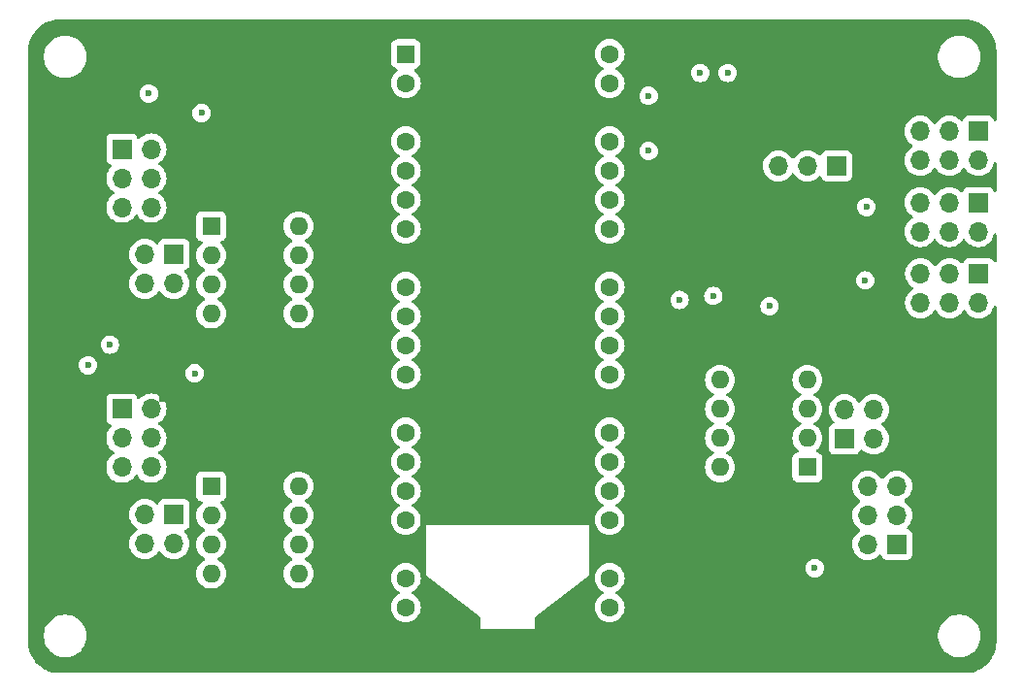
<source format=gbr>
%TF.GenerationSoftware,KiCad,Pcbnew,8.0.6+1*%
%TF.CreationDate,2024-11-29T05:26:26-08:00*%
%TF.ProjectId,pico-logic-analyzer,7069636f-2d6c-46f6-9769-632d616e616c,rev?*%
%TF.SameCoordinates,Original*%
%TF.FileFunction,Copper,L2,Inr*%
%TF.FilePolarity,Positive*%
%FSLAX46Y46*%
G04 Gerber Fmt 4.6, Leading zero omitted, Abs format (unit mm)*
G04 Created by KiCad (PCBNEW 8.0.6+1) date 2024-11-29 05:26:26*
%MOMM*%
%LPD*%
G01*
G04 APERTURE LIST*
G04 Aperture macros list*
%AMRoundRect*
0 Rectangle with rounded corners*
0 $1 Rounding radius*
0 $2 $3 $4 $5 $6 $7 $8 $9 X,Y pos of 4 corners*
0 Add a 4 corners polygon primitive as box body*
4,1,4,$2,$3,$4,$5,$6,$7,$8,$9,$2,$3,0*
0 Add four circle primitives for the rounded corners*
1,1,$1+$1,$2,$3*
1,1,$1+$1,$4,$5*
1,1,$1+$1,$6,$7*
1,1,$1+$1,$8,$9*
0 Add four rect primitives between the rounded corners*
20,1,$1+$1,$2,$3,$4,$5,0*
20,1,$1+$1,$4,$5,$6,$7,0*
20,1,$1+$1,$6,$7,$8,$9,0*
20,1,$1+$1,$8,$9,$2,$3,0*%
%AMFreePoly0*
4,1,28,0.605014,0.794986,0.644504,0.794986,0.724698,0.756366,0.780194,0.686777,0.800000,0.600000,0.800000,-0.600000,0.780194,-0.686777,0.724698,-0.756366,0.644504,-0.794986,0.605014,-0.794986,0.600000,-0.800000,0.000000,-0.800000,-0.178017,-0.779942,-0.347107,-0.720775,-0.498792,-0.625465,-0.625465,-0.498792,-0.720775,-0.347107,-0.779942,-0.178017,-0.800000,0.000000,-0.779942,0.178017,
-0.720775,0.347107,-0.625465,0.498792,-0.498792,0.625465,-0.347107,0.720775,-0.178017,0.779942,0.000000,0.800000,0.600000,0.800000,0.605014,0.794986,0.605014,0.794986,$1*%
%AMFreePoly1*
4,1,28,0.178017,0.779942,0.347107,0.720775,0.498792,0.625465,0.625465,0.498792,0.720775,0.347107,0.779942,0.178017,0.800000,0.000000,0.779942,-0.178017,0.720775,-0.347107,0.625465,-0.498792,0.498792,-0.625465,0.347107,-0.720775,0.178017,-0.779942,0.000000,-0.800000,-0.600000,-0.800000,-0.605014,-0.794986,-0.644504,-0.794986,-0.724698,-0.756366,-0.780194,-0.686777,-0.800000,-0.600000,
-0.800000,0.600000,-0.780194,0.686777,-0.724698,0.756366,-0.644504,0.794986,-0.605014,0.794986,-0.600000,0.800000,0.000000,0.800000,0.178017,0.779942,0.178017,0.779942,$1*%
G04 Aperture macros list end*
%TA.AperFunction,ComponentPad*%
%ADD10R,1.700000X1.700000*%
%TD*%
%TA.AperFunction,ComponentPad*%
%ADD11O,1.700000X1.700000*%
%TD*%
%TA.AperFunction,ComponentPad*%
%ADD12R,1.600000X1.600000*%
%TD*%
%TA.AperFunction,ComponentPad*%
%ADD13O,1.600000X1.600000*%
%TD*%
%TA.AperFunction,ComponentPad*%
%ADD14RoundRect,0.200000X-0.600000X-0.600000X0.600000X-0.600000X0.600000X0.600000X-0.600000X0.600000X0*%
%TD*%
%TA.AperFunction,ComponentPad*%
%ADD15C,1.600000*%
%TD*%
%TA.AperFunction,ComponentPad*%
%ADD16FreePoly0,0.000000*%
%TD*%
%TA.AperFunction,ComponentPad*%
%ADD17FreePoly1,0.000000*%
%TD*%
%TA.AperFunction,ViaPad*%
%ADD18C,0.600000*%
%TD*%
G04 APERTURE END LIST*
D10*
%TO.N,GND*%
%TO.C,J11*%
X201850000Y-107500000D03*
%TD*%
%TO.N,/Buffer Block B/A1*%
%TO.C,J5*%
X139000000Y-72730000D03*
D11*
%TO.N,/Buffer Block B/A0*%
X136460000Y-72730000D03*
%TO.N,/Buffer Block B/A2*%
X139000000Y-75270000D03*
%TO.N,/Buffer Block B/A3*%
X136460000Y-75270000D03*
%TO.N,GND*%
X139000000Y-77810000D03*
X136460000Y-77810000D03*
%TD*%
D10*
%TO.N,/A2_IN*%
%TO.C,J1*%
X196790000Y-65000000D03*
D11*
%TO.N,GND*%
X196790000Y-62460000D03*
%TO.N,/A1_IN*%
X194250000Y-65000000D03*
%TO.N,GND*%
X194250000Y-62460000D03*
%TO.N,/A0_IN*%
X191710000Y-65000000D03*
%TO.N,GND*%
X191710000Y-62460000D03*
%TD*%
D10*
%TO.N,/Buffer Block A/A1*%
%TO.C,J3*%
X139000000Y-95420000D03*
D11*
%TO.N,/Buffer Block A/A0*%
X136460000Y-95420000D03*
%TO.N,/Buffer Block A/A2*%
X139000000Y-97960000D03*
%TO.N,/Buffer Block A/A3*%
X136460000Y-97960000D03*
%TO.N,GND*%
X139000000Y-100500000D03*
X136460000Y-100500000D03*
%TD*%
D10*
%TO.N,/+5V_REG*%
%TO.C,J4*%
X134450000Y-63535000D03*
D11*
%TO.N,/Buffer Block B/VCCA_SEL*%
X136990000Y-63535000D03*
%TO.N,/+3.3V_REG*%
X134450000Y-66075000D03*
%TO.N,/Buffer Block B/VCCA_SEL*%
X136990000Y-66075000D03*
%TO.N,/+1.8V_REG*%
X134450000Y-68615000D03*
%TO.N,/Buffer Block B/VCCA_SEL*%
X136990000Y-68615000D03*
%TD*%
D12*
%TO.N,/Buffer Block B/A0*%
%TO.C,SW3*%
X142250000Y-70270000D03*
D13*
%TO.N,/Buffer Block B/A1*%
X142250000Y-72810000D03*
%TO.N,/Buffer Block B/A2*%
X142250000Y-75350000D03*
%TO.N,/Buffer Block B/A3*%
X142250000Y-77890000D03*
%TO.N,Net-(R11-Pad1)*%
X149870000Y-77890000D03*
%TO.N,Net-(R10-Pad1)*%
X149870000Y-75350000D03*
%TO.N,Net-(R9-Pad1)*%
X149870000Y-72810000D03*
%TO.N,Net-(R8-Pad1)*%
X149870000Y-70270000D03*
%TD*%
D10*
%TO.N,/+5V_REG*%
%TO.C,J6*%
X202050000Y-98025000D03*
D11*
%TO.N,/Buffer Block C/VCCA_SEL*%
X199510000Y-98025000D03*
%TO.N,/+3.3V_REG*%
X202050000Y-95485000D03*
%TO.N,/Buffer Block C/VCCA_SEL*%
X199510000Y-95485000D03*
%TO.N,/+1.8V_REG*%
X202050000Y-92945000D03*
%TO.N,/Buffer Block C/VCCA_SEL*%
X199510000Y-92945000D03*
%TD*%
D12*
%TO.N,/Buffer Block C/A0*%
%TO.C,SW4*%
X194250000Y-91290000D03*
D13*
%TO.N,/Buffer Block C/A1*%
X194250000Y-88750000D03*
%TO.N,/Buffer Block C/A2*%
X194250000Y-86210000D03*
%TO.N,/Buffer Block C/A3*%
X194250000Y-83670000D03*
%TO.N,Net-(R15-Pad1)*%
X186630000Y-83670000D03*
%TO.N,Net-(R14-Pad1)*%
X186630000Y-86210000D03*
%TO.N,Net-(R13-Pad1)*%
X186630000Y-88750000D03*
%TO.N,Net-(R12-Pad1)*%
X186630000Y-91290000D03*
%TD*%
D10*
%TO.N,/+5V_REG*%
%TO.C,J2*%
X134450000Y-86225000D03*
D11*
%TO.N,/Buffer Block A/VCCA_SEL*%
X136990000Y-86225000D03*
%TO.N,/+3.3V_REG*%
X134450000Y-88765000D03*
%TO.N,/Buffer Block A/VCCA_SEL*%
X136990000Y-88765000D03*
%TO.N,/+1.8V_REG*%
X134450000Y-91305000D03*
%TO.N,/Buffer Block A/VCCA_SEL*%
X136990000Y-91305000D03*
%TD*%
D10*
%TO.N,Net-(J10-Pin_1)*%
%TO.C,J10*%
X209200000Y-74400000D03*
D11*
%TO.N,/A0_DIV*%
X209200000Y-76940000D03*
%TO.N,/Analog Divider Selector 0/half_sel*%
X206660000Y-74400000D03*
%TO.N,/A0_DIV*%
X206660000Y-76940000D03*
%TO.N,/Analog Divider Selector 0/eleventh_sel*%
X204120000Y-74400000D03*
%TO.N,/A0_DIV*%
X204120000Y-76940000D03*
%TD*%
D10*
%TO.N,Net-(J8-Pin_1)*%
%TO.C,J8*%
X209170000Y-61990000D03*
D11*
%TO.N,/A2_DIV*%
X209170000Y-64530000D03*
%TO.N,/Analog Divider Selector 2/half_sel*%
X206630000Y-61990000D03*
%TO.N,/A2_DIV*%
X206630000Y-64530000D03*
%TO.N,/Analog Divider Selector 2/eleventh_sel*%
X204090000Y-61990000D03*
%TO.N,/A2_DIV*%
X204090000Y-64530000D03*
%TD*%
D10*
%TO.N,/Buffer Block C/A1*%
%TO.C,J7*%
X197500000Y-88830000D03*
D11*
%TO.N,/Buffer Block C/A0*%
X200040000Y-88830000D03*
%TO.N,/Buffer Block C/A2*%
X197500000Y-86290000D03*
%TO.N,/Buffer Block C/A3*%
X200040000Y-86290000D03*
%TO.N,GND*%
X197500000Y-83750000D03*
X200040000Y-83750000D03*
%TD*%
D10*
%TO.N,Net-(J9-Pin_1)*%
%TO.C,J9*%
X209170000Y-68200000D03*
D11*
%TO.N,/A1_DIV*%
X209170000Y-70740000D03*
%TO.N,/Analog Divider Selector 1/half_sel*%
X206630000Y-68200000D03*
%TO.N,/A1_DIV*%
X206630000Y-70740000D03*
%TO.N,/Analog Divider Selector 1/eleventh_sel*%
X204090000Y-68200000D03*
%TO.N,/A1_DIV*%
X204090000Y-70740000D03*
%TD*%
D14*
%TO.N,unconnected-(A1-GPIO0-Pad1)*%
%TO.C,A1*%
X159220000Y-55240000D03*
D15*
%TO.N,unconnected-(A1-GPIO1-Pad2)*%
X159220000Y-57780000D03*
D16*
%TO.N,GND*%
X159220000Y-60320000D03*
D15*
%TO.N,/B0 {slash} IO02*%
X159220000Y-62860000D03*
%TO.N,/B1 {slash} IO03*%
X159220000Y-65400000D03*
%TO.N,/B2 {slash} IO04*%
X159220000Y-67940000D03*
%TO.N,/B3 {slash} IO05*%
X159220000Y-70480000D03*
D16*
%TO.N,GND*%
X159220000Y-73020000D03*
D15*
%TO.N,unconnected-(A1-GPIO6-Pad9)*%
X159220000Y-75560000D03*
%TO.N,unconnected-(A1-GPIO7-Pad10)*%
X159220000Y-78100000D03*
%TO.N,unconnected-(A1-GPIO8-Pad11)*%
X159220000Y-80640000D03*
%TO.N,unconnected-(A1-GPIO9-Pad12)*%
X159220000Y-83180000D03*
D16*
%TO.N,GND*%
X159220000Y-85720000D03*
D15*
%TO.N,unconnected-(A1-GPIO10-Pad14)*%
X159220000Y-88260000D03*
%TO.N,unconnected-(A1-GPIO11-Pad15)*%
X159220000Y-90800000D03*
%TO.N,/A0 {slash} IO12*%
X159220000Y-93340000D03*
%TO.N,/A1 {slash} IO13*%
X159220000Y-95880000D03*
D16*
%TO.N,GND*%
X159220000Y-98420000D03*
D15*
%TO.N,/A2 {slash} IO14*%
X159220000Y-100960000D03*
%TO.N,/A3 {slash} IO15*%
X159220000Y-103500000D03*
%TO.N,/C0 {slash} IO16*%
X177000000Y-103500000D03*
%TO.N,/C1 {slash} IO17*%
X177000000Y-100960000D03*
D17*
%TO.N,GND*%
X177000000Y-98420000D03*
D15*
%TO.N,/C2 {slash} IO018*%
X177000000Y-95880000D03*
%TO.N,/C3 {slash} IO019*%
X177000000Y-93340000D03*
%TO.N,unconnected-(A1-GPIO20-Pad26)*%
X177000000Y-90800000D03*
%TO.N,unconnected-(A1-GPIO21-Pad27)*%
X177000000Y-88260000D03*
D17*
%TO.N,GND*%
X177000000Y-85720000D03*
D15*
%TO.N,unconnected-(A1-GPIO22-Pad29)*%
X177000000Y-83180000D03*
%TO.N,Net-(A1-RUN)*%
X177000000Y-80640000D03*
%TO.N,/A0_DIV*%
X177000000Y-78100000D03*
%TO.N,/A1_DIV*%
X177000000Y-75560000D03*
D17*
%TO.N,GND*%
X177000000Y-73020000D03*
D15*
%TO.N,/A2_DIV*%
X177000000Y-70480000D03*
%TO.N,/+3.3V_REG*%
X177000000Y-67940000D03*
%TO.N,+3V3*%
X177000000Y-65400000D03*
%TO.N,unconnected-(A1-3V3_EN-Pad37)*%
X177000000Y-62860000D03*
D17*
%TO.N,GND*%
X177000000Y-60320000D03*
D15*
%TO.N,unconnected-(A1-VSYS-Pad39)*%
X177000000Y-57780000D03*
%TO.N,unconnected-(A1-VBUS-Pad40)*%
X177000000Y-55240000D03*
%TD*%
D12*
%TO.N,/Buffer Block A/A0*%
%TO.C,SW2*%
X142250000Y-92960000D03*
D13*
%TO.N,/Buffer Block A/A1*%
X142250000Y-95500000D03*
%TO.N,/Buffer Block A/A2*%
X142250000Y-98040000D03*
%TO.N,/Buffer Block A/A3*%
X142250000Y-100580000D03*
%TO.N,Net-(R7-Pad1)*%
X149870000Y-100580000D03*
%TO.N,Net-(R6-Pad1)*%
X149870000Y-98040000D03*
%TO.N,Net-(R5-Pad1)*%
X149870000Y-95500000D03*
%TO.N,Net-(R4-Pad1)*%
X149870000Y-92960000D03*
%TD*%
D18*
%TO.N,GND*%
X167887237Y-94394457D03*
X204713621Y-80599400D03*
X207779916Y-95767580D03*
X173016754Y-80525865D03*
X163808309Y-85077718D03*
X133577129Y-54643524D03*
X193500000Y-96600000D03*
X128665160Y-99420369D03*
X198559230Y-105513248D03*
X192773550Y-80629839D03*
X164027627Y-64830442D03*
X162876062Y-95944151D03*
X139267779Y-54792213D03*
X174313558Y-84864384D03*
X185000000Y-55600000D03*
X143000000Y-85200000D03*
X138112049Y-104429804D03*
X169369212Y-85890515D03*
X163363675Y-89707590D03*
X198956914Y-54200733D03*
X143969312Y-79128972D03*
X173392453Y-70366706D03*
X209350571Y-90069828D03*
X184750000Y-66850000D03*
X187250000Y-55600000D03*
X129525254Y-60548518D03*
X148740852Y-104712102D03*
X198960675Y-79171292D03*
X193819272Y-55619457D03*
X143694719Y-55689644D03*
X142830881Y-105436600D03*
X182600000Y-74700000D03*
X164778963Y-55343597D03*
X173363766Y-55429675D03*
X204695484Y-95365803D03*
X204605066Y-85393093D03*
X187400000Y-94900000D03*
X162801436Y-79135664D03*
X129280144Y-65132498D03*
X128689618Y-95089121D03*
X128205739Y-74937080D03*
X185500000Y-62350000D03*
X169507760Y-64037184D03*
X168561333Y-54913463D03*
X143000000Y-62600000D03*
X127811483Y-69621620D03*
X154200000Y-75200000D03*
X134405346Y-104272873D03*
X179220004Y-55391929D03*
X169165453Y-105878096D03*
X153697738Y-104819990D03*
X133981687Y-95655073D03*
X173231490Y-65894883D03*
X179674791Y-90510729D03*
X208300905Y-79958468D03*
X133650443Y-99616269D03*
X148900000Y-66800000D03*
X174009390Y-89531334D03*
X172982509Y-105539874D03*
X203785208Y-89347166D03*
X139419318Y-65799726D03*
X147800000Y-90900000D03*
X129764952Y-90167566D03*
X138000779Y-85315896D03*
X129019432Y-79398919D03*
X143000000Y-87400000D03*
X163980989Y-69474937D03*
X168617109Y-75852300D03*
X192799668Y-105475252D03*
X182962367Y-79713445D03*
X199234422Y-59620262D03*
X168749391Y-69341716D03*
X194485643Y-60587573D03*
X174239492Y-76047619D03*
X167877271Y-79062523D03*
X179093470Y-80313924D03*
X164185284Y-104982399D03*
X143000000Y-64700000D03*
X128683694Y-85787490D03*
X208735371Y-85759336D03*
X138242252Y-79657180D03*
X173575454Y-95118455D03*
X168060255Y-89145686D03*
X208345966Y-99858809D03*
X164329503Y-74511290D03*
X183250000Y-56850000D03*
X193500000Y-98575000D03*
%TO.N,/+3.3V_REG*%
X140800000Y-83100000D03*
X141400000Y-60400000D03*
X183100000Y-76700000D03*
X184900000Y-56900000D03*
X194900000Y-100100000D03*
%TO.N,/+1.8V_REG*%
X190950000Y-77250000D03*
X136800000Y-58700000D03*
X133400000Y-80600000D03*
X187300000Y-56900000D03*
%TO.N,/+5V_REG*%
X186050000Y-76350000D03*
X131500000Y-82400000D03*
X180400000Y-58900000D03*
X180400000Y-63700000D03*
%TO.N,/A1_IN*%
X199400000Y-68600000D03*
%TO.N,/A0_IN*%
X199300000Y-75000000D03*
%TD*%
%TA.AperFunction,Conductor*%
%TO.N,GND*%
G36*
X208003471Y-52250695D02*
G01*
X208044188Y-52252981D01*
X208300900Y-52267397D01*
X208314703Y-52268953D01*
X208604953Y-52318269D01*
X208618510Y-52321363D01*
X208901413Y-52402866D01*
X208914537Y-52407459D01*
X209186527Y-52520120D01*
X209199049Y-52526149D01*
X209397673Y-52635925D01*
X209456726Y-52668563D01*
X209468500Y-52675961D01*
X209708604Y-52846323D01*
X209719476Y-52854993D01*
X209938997Y-53051169D01*
X209948830Y-53061002D01*
X210145006Y-53280523D01*
X210153676Y-53291395D01*
X210324038Y-53531499D01*
X210331436Y-53543273D01*
X210473846Y-53800943D01*
X210479879Y-53813472D01*
X210592540Y-54085462D01*
X210597133Y-54098586D01*
X210678636Y-54381489D01*
X210681730Y-54395046D01*
X210731045Y-54685288D01*
X210732602Y-54699106D01*
X210749305Y-54996527D01*
X210749500Y-55003480D01*
X210749500Y-60976386D01*
X210729815Y-61043425D01*
X210677011Y-61089180D01*
X210607853Y-61099124D01*
X210544297Y-61070099D01*
X210509318Y-61019719D01*
X210463797Y-60897671D01*
X210463793Y-60897664D01*
X210377547Y-60782455D01*
X210377544Y-60782452D01*
X210262335Y-60696206D01*
X210262328Y-60696202D01*
X210127482Y-60645908D01*
X210127483Y-60645908D01*
X210067883Y-60639501D01*
X210067881Y-60639500D01*
X210067873Y-60639500D01*
X210067864Y-60639500D01*
X208272129Y-60639500D01*
X208272123Y-60639501D01*
X208212516Y-60645908D01*
X208077671Y-60696202D01*
X208077664Y-60696206D01*
X207962455Y-60782452D01*
X207962452Y-60782455D01*
X207876206Y-60897664D01*
X207876203Y-60897669D01*
X207827189Y-61029083D01*
X207785317Y-61085016D01*
X207719853Y-61109433D01*
X207651580Y-61094581D01*
X207623326Y-61073430D01*
X207501402Y-60951506D01*
X207501395Y-60951501D01*
X207307834Y-60815967D01*
X207307830Y-60815965D01*
X207307828Y-60815964D01*
X207093663Y-60716097D01*
X207093659Y-60716096D01*
X207093655Y-60716094D01*
X206865413Y-60654938D01*
X206865403Y-60654936D01*
X206630001Y-60634341D01*
X206629999Y-60634341D01*
X206394596Y-60654936D01*
X206394586Y-60654938D01*
X206166344Y-60716094D01*
X206166335Y-60716098D01*
X205952171Y-60815964D01*
X205952169Y-60815965D01*
X205758597Y-60951505D01*
X205591505Y-61118597D01*
X205461575Y-61304158D01*
X205406998Y-61347783D01*
X205337500Y-61354977D01*
X205275145Y-61323454D01*
X205258425Y-61304158D01*
X205128494Y-61118597D01*
X204961402Y-60951506D01*
X204961395Y-60951501D01*
X204767834Y-60815967D01*
X204767830Y-60815965D01*
X204767828Y-60815964D01*
X204553663Y-60716097D01*
X204553659Y-60716096D01*
X204553655Y-60716094D01*
X204325413Y-60654938D01*
X204325403Y-60654936D01*
X204090001Y-60634341D01*
X204089999Y-60634341D01*
X203854596Y-60654936D01*
X203854586Y-60654938D01*
X203626344Y-60716094D01*
X203626335Y-60716098D01*
X203412171Y-60815964D01*
X203412169Y-60815965D01*
X203218597Y-60951505D01*
X203051505Y-61118597D01*
X202915965Y-61312169D01*
X202915964Y-61312171D01*
X202816098Y-61526335D01*
X202816094Y-61526344D01*
X202754938Y-61754586D01*
X202754936Y-61754596D01*
X202734341Y-61989999D01*
X202734341Y-61990000D01*
X202754936Y-62225403D01*
X202754938Y-62225413D01*
X202816094Y-62453655D01*
X202816096Y-62453659D01*
X202816097Y-62453663D01*
X202872249Y-62574081D01*
X202915965Y-62667830D01*
X202915967Y-62667834D01*
X203024281Y-62822521D01*
X203051501Y-62861396D01*
X203051506Y-62861402D01*
X203218597Y-63028493D01*
X203218603Y-63028498D01*
X203404158Y-63158425D01*
X203447783Y-63213002D01*
X203454977Y-63282500D01*
X203423454Y-63344855D01*
X203404158Y-63361575D01*
X203218597Y-63491505D01*
X203051505Y-63658597D01*
X202915965Y-63852169D01*
X202915964Y-63852171D01*
X202816098Y-64066335D01*
X202816094Y-64066344D01*
X202754938Y-64294586D01*
X202754936Y-64294596D01*
X202734341Y-64529999D01*
X202734341Y-64530000D01*
X202754936Y-64765403D01*
X202754938Y-64765413D01*
X202816094Y-64993655D01*
X202816096Y-64993659D01*
X202816097Y-64993663D01*
X202896004Y-65165023D01*
X202915965Y-65207830D01*
X202915967Y-65207834D01*
X203024281Y-65362521D01*
X203051505Y-65401401D01*
X203218599Y-65568495D01*
X203267830Y-65602967D01*
X203412165Y-65704032D01*
X203412167Y-65704033D01*
X203412170Y-65704035D01*
X203626337Y-65803903D01*
X203854592Y-65865063D01*
X204042918Y-65881539D01*
X204089999Y-65885659D01*
X204090000Y-65885659D01*
X204090001Y-65885659D01*
X204129234Y-65882226D01*
X204325408Y-65865063D01*
X204553663Y-65803903D01*
X204767830Y-65704035D01*
X204961401Y-65568495D01*
X205128495Y-65401401D01*
X205258425Y-65215842D01*
X205313002Y-65172217D01*
X205382500Y-65165023D01*
X205444855Y-65196546D01*
X205461575Y-65215842D01*
X205591500Y-65401395D01*
X205591505Y-65401401D01*
X205758599Y-65568495D01*
X205807830Y-65602967D01*
X205952165Y-65704032D01*
X205952167Y-65704033D01*
X205952170Y-65704035D01*
X206166337Y-65803903D01*
X206394592Y-65865063D01*
X206582918Y-65881539D01*
X206629999Y-65885659D01*
X206630000Y-65885659D01*
X206630001Y-65885659D01*
X206669234Y-65882226D01*
X206865408Y-65865063D01*
X207093663Y-65803903D01*
X207307830Y-65704035D01*
X207501401Y-65568495D01*
X207668495Y-65401401D01*
X207798425Y-65215842D01*
X207853002Y-65172217D01*
X207922500Y-65165023D01*
X207984855Y-65196546D01*
X208001575Y-65215842D01*
X208131500Y-65401395D01*
X208131505Y-65401401D01*
X208298599Y-65568495D01*
X208347830Y-65602967D01*
X208492165Y-65704032D01*
X208492167Y-65704033D01*
X208492170Y-65704035D01*
X208706337Y-65803903D01*
X208934592Y-65865063D01*
X209122918Y-65881539D01*
X209169999Y-65885659D01*
X209170000Y-65885659D01*
X209170001Y-65885659D01*
X209209234Y-65882226D01*
X209405408Y-65865063D01*
X209633663Y-65803903D01*
X209847830Y-65704035D01*
X210041401Y-65568495D01*
X210208495Y-65401401D01*
X210344035Y-65207830D01*
X210443903Y-64993663D01*
X210505063Y-64765408D01*
X210505063Y-64765407D01*
X210505725Y-64762937D01*
X210542090Y-64703276D01*
X210604936Y-64672747D01*
X210674312Y-64681041D01*
X210728190Y-64725527D01*
X210749465Y-64792078D01*
X210749500Y-64795030D01*
X210749500Y-67186386D01*
X210729815Y-67253425D01*
X210677011Y-67299180D01*
X210607853Y-67309124D01*
X210544297Y-67280099D01*
X210509318Y-67229719D01*
X210463797Y-67107671D01*
X210463793Y-67107664D01*
X210377547Y-66992455D01*
X210377544Y-66992452D01*
X210262335Y-66906206D01*
X210262328Y-66906202D01*
X210127482Y-66855908D01*
X210127483Y-66855908D01*
X210067883Y-66849501D01*
X210067881Y-66849500D01*
X210067873Y-66849500D01*
X210067864Y-66849500D01*
X208272129Y-66849500D01*
X208272123Y-66849501D01*
X208212516Y-66855908D01*
X208077671Y-66906202D01*
X208077664Y-66906206D01*
X207962455Y-66992452D01*
X207962452Y-66992455D01*
X207876206Y-67107664D01*
X207876203Y-67107669D01*
X207827189Y-67239083D01*
X207785317Y-67295016D01*
X207719853Y-67319433D01*
X207651580Y-67304581D01*
X207623326Y-67283430D01*
X207501402Y-67161506D01*
X207501395Y-67161501D01*
X207307834Y-67025967D01*
X207307830Y-67025965D01*
X207307828Y-67025964D01*
X207093663Y-66926097D01*
X207093659Y-66926096D01*
X207093655Y-66926094D01*
X206865413Y-66864938D01*
X206865403Y-66864936D01*
X206630001Y-66844341D01*
X206629999Y-66844341D01*
X206394596Y-66864936D01*
X206394586Y-66864938D01*
X206166344Y-66926094D01*
X206166335Y-66926098D01*
X205952171Y-67025964D01*
X205952169Y-67025965D01*
X205758597Y-67161505D01*
X205591505Y-67328597D01*
X205461575Y-67514158D01*
X205406998Y-67557783D01*
X205337500Y-67564977D01*
X205275145Y-67533454D01*
X205258425Y-67514158D01*
X205128494Y-67328597D01*
X204961402Y-67161506D01*
X204961395Y-67161501D01*
X204767834Y-67025967D01*
X204767830Y-67025965D01*
X204767828Y-67025964D01*
X204553663Y-66926097D01*
X204553659Y-66926096D01*
X204553655Y-66926094D01*
X204325413Y-66864938D01*
X204325403Y-66864936D01*
X204090001Y-66844341D01*
X204089999Y-66844341D01*
X203854596Y-66864936D01*
X203854586Y-66864938D01*
X203626344Y-66926094D01*
X203626335Y-66926098D01*
X203412171Y-67025964D01*
X203412169Y-67025965D01*
X203218597Y-67161505D01*
X203051505Y-67328597D01*
X202915965Y-67522169D01*
X202915964Y-67522171D01*
X202816098Y-67736335D01*
X202816094Y-67736344D01*
X202754938Y-67964586D01*
X202754936Y-67964596D01*
X202734341Y-68199999D01*
X202734341Y-68200000D01*
X202754936Y-68435403D01*
X202754938Y-68435413D01*
X202816094Y-68663655D01*
X202816096Y-68663659D01*
X202816097Y-68663663D01*
X202869996Y-68779249D01*
X202915965Y-68877830D01*
X202915967Y-68877834D01*
X202990562Y-68984366D01*
X203051501Y-69071396D01*
X203051506Y-69071402D01*
X203218597Y-69238493D01*
X203218603Y-69238498D01*
X203404158Y-69368425D01*
X203447783Y-69423002D01*
X203454977Y-69492500D01*
X203423454Y-69554855D01*
X203404158Y-69571575D01*
X203218597Y-69701505D01*
X203051505Y-69868597D01*
X202915965Y-70062169D01*
X202915964Y-70062171D01*
X202816098Y-70276335D01*
X202816094Y-70276344D01*
X202754938Y-70504586D01*
X202754936Y-70504596D01*
X202734341Y-70739999D01*
X202734341Y-70740000D01*
X202754936Y-70975403D01*
X202754938Y-70975413D01*
X202816094Y-71203655D01*
X202816096Y-71203659D01*
X202816097Y-71203663D01*
X202901080Y-71385909D01*
X202915965Y-71417830D01*
X202915967Y-71417834D01*
X203012688Y-71555965D01*
X203051505Y-71611401D01*
X203218599Y-71778495D01*
X203295195Y-71832128D01*
X203412165Y-71914032D01*
X203412167Y-71914033D01*
X203412170Y-71914035D01*
X203626337Y-72013903D01*
X203854592Y-72075063D01*
X204042918Y-72091539D01*
X204089999Y-72095659D01*
X204090000Y-72095659D01*
X204090001Y-72095659D01*
X204129234Y-72092226D01*
X204325408Y-72075063D01*
X204553663Y-72013903D01*
X204767830Y-71914035D01*
X204961401Y-71778495D01*
X205128495Y-71611401D01*
X205258425Y-71425842D01*
X205313002Y-71382217D01*
X205382500Y-71375023D01*
X205444855Y-71406546D01*
X205461575Y-71425842D01*
X205591500Y-71611395D01*
X205591505Y-71611401D01*
X205758599Y-71778495D01*
X205835195Y-71832128D01*
X205952165Y-71914032D01*
X205952167Y-71914033D01*
X205952170Y-71914035D01*
X206166337Y-72013903D01*
X206394592Y-72075063D01*
X206582918Y-72091539D01*
X206629999Y-72095659D01*
X206630000Y-72095659D01*
X206630001Y-72095659D01*
X206669234Y-72092226D01*
X206865408Y-72075063D01*
X207093663Y-72013903D01*
X207307830Y-71914035D01*
X207501401Y-71778495D01*
X207668495Y-71611401D01*
X207798425Y-71425842D01*
X207853002Y-71382217D01*
X207922500Y-71375023D01*
X207984855Y-71406546D01*
X208001575Y-71425842D01*
X208131500Y-71611395D01*
X208131505Y-71611401D01*
X208298599Y-71778495D01*
X208375195Y-71832128D01*
X208492165Y-71914032D01*
X208492167Y-71914033D01*
X208492170Y-71914035D01*
X208706337Y-72013903D01*
X208934592Y-72075063D01*
X209122918Y-72091539D01*
X209169999Y-72095659D01*
X209170000Y-72095659D01*
X209170001Y-72095659D01*
X209209234Y-72092226D01*
X209405408Y-72075063D01*
X209633663Y-72013903D01*
X209847830Y-71914035D01*
X210041401Y-71778495D01*
X210208495Y-71611401D01*
X210344035Y-71417830D01*
X210443903Y-71203663D01*
X210505063Y-70975408D01*
X210505063Y-70975407D01*
X210505725Y-70972937D01*
X210542090Y-70913276D01*
X210604936Y-70882747D01*
X210674312Y-70891041D01*
X210728190Y-70935527D01*
X210749465Y-71002078D01*
X210749500Y-71005030D01*
X210749500Y-73305951D01*
X210729815Y-73372990D01*
X210677011Y-73418745D01*
X210607853Y-73428689D01*
X210544297Y-73399664D01*
X210509318Y-73349284D01*
X210493797Y-73307671D01*
X210493793Y-73307664D01*
X210407547Y-73192455D01*
X210407544Y-73192452D01*
X210292335Y-73106206D01*
X210292328Y-73106202D01*
X210157482Y-73055908D01*
X210157483Y-73055908D01*
X210097883Y-73049501D01*
X210097881Y-73049500D01*
X210097873Y-73049500D01*
X210097864Y-73049500D01*
X208302129Y-73049500D01*
X208302123Y-73049501D01*
X208242516Y-73055908D01*
X208107671Y-73106202D01*
X208107664Y-73106206D01*
X207992455Y-73192452D01*
X207992452Y-73192455D01*
X207906206Y-73307664D01*
X207906203Y-73307669D01*
X207857189Y-73439083D01*
X207815317Y-73495016D01*
X207749853Y-73519433D01*
X207681580Y-73504581D01*
X207653326Y-73483430D01*
X207531402Y-73361506D01*
X207531395Y-73361501D01*
X207513947Y-73349284D01*
X207454518Y-73307671D01*
X207337834Y-73225967D01*
X207337830Y-73225965D01*
X207268541Y-73193655D01*
X207123663Y-73126097D01*
X207123659Y-73126096D01*
X207123655Y-73126094D01*
X206895413Y-73064938D01*
X206895403Y-73064936D01*
X206660001Y-73044341D01*
X206659999Y-73044341D01*
X206424596Y-73064936D01*
X206424586Y-73064938D01*
X206196344Y-73126094D01*
X206196335Y-73126098D01*
X205982171Y-73225964D01*
X205982169Y-73225965D01*
X205788597Y-73361505D01*
X205621505Y-73528597D01*
X205491575Y-73714158D01*
X205436998Y-73757783D01*
X205367500Y-73764977D01*
X205305145Y-73733454D01*
X205288425Y-73714158D01*
X205158494Y-73528597D01*
X204991402Y-73361506D01*
X204991395Y-73361501D01*
X204973947Y-73349284D01*
X204914518Y-73307671D01*
X204797834Y-73225967D01*
X204797830Y-73225965D01*
X204728541Y-73193655D01*
X204583663Y-73126097D01*
X204583659Y-73126096D01*
X204583655Y-73126094D01*
X204355413Y-73064938D01*
X204355403Y-73064936D01*
X204120001Y-73044341D01*
X204119999Y-73044341D01*
X203884596Y-73064936D01*
X203884586Y-73064938D01*
X203656344Y-73126094D01*
X203656335Y-73126098D01*
X203442171Y-73225964D01*
X203442169Y-73225965D01*
X203248597Y-73361505D01*
X203081505Y-73528597D01*
X202945965Y-73722169D01*
X202945964Y-73722171D01*
X202846098Y-73936335D01*
X202846094Y-73936344D01*
X202784938Y-74164586D01*
X202784936Y-74164596D01*
X202764341Y-74399999D01*
X202764341Y-74400000D01*
X202784936Y-74635403D01*
X202784938Y-74635413D01*
X202846094Y-74863655D01*
X202846096Y-74863659D01*
X202846097Y-74863663D01*
X202866430Y-74907267D01*
X202945965Y-75077830D01*
X202945967Y-75077834D01*
X203054281Y-75232521D01*
X203081501Y-75271396D01*
X203081506Y-75271402D01*
X203248597Y-75438493D01*
X203248603Y-75438498D01*
X203434158Y-75568425D01*
X203477783Y-75623002D01*
X203484977Y-75692500D01*
X203453454Y-75754855D01*
X203434158Y-75771575D01*
X203248597Y-75901505D01*
X203081505Y-76068597D01*
X202945965Y-76262169D01*
X202945964Y-76262171D01*
X202846098Y-76476335D01*
X202846094Y-76476344D01*
X202784938Y-76704586D01*
X202784936Y-76704596D01*
X202764341Y-76939999D01*
X202764341Y-76940000D01*
X202784936Y-77175403D01*
X202784938Y-77175413D01*
X202846094Y-77403655D01*
X202846096Y-77403659D01*
X202846097Y-77403663D01*
X202893615Y-77505565D01*
X202945965Y-77617830D01*
X202945967Y-77617834D01*
X203040095Y-77752262D01*
X203081505Y-77811401D01*
X203248599Y-77978495D01*
X203345384Y-78046265D01*
X203442165Y-78114032D01*
X203442167Y-78114033D01*
X203442170Y-78114035D01*
X203656337Y-78213903D01*
X203884592Y-78275063D01*
X204072918Y-78291539D01*
X204119999Y-78295659D01*
X204120000Y-78295659D01*
X204120001Y-78295659D01*
X204159234Y-78292226D01*
X204355408Y-78275063D01*
X204583663Y-78213903D01*
X204797830Y-78114035D01*
X204991401Y-77978495D01*
X205158495Y-77811401D01*
X205288425Y-77625842D01*
X205343002Y-77582217D01*
X205412500Y-77575023D01*
X205474855Y-77606546D01*
X205491575Y-77625842D01*
X205621500Y-77811395D01*
X205621505Y-77811401D01*
X205788599Y-77978495D01*
X205885384Y-78046265D01*
X205982165Y-78114032D01*
X205982167Y-78114033D01*
X205982170Y-78114035D01*
X206196337Y-78213903D01*
X206424592Y-78275063D01*
X206612918Y-78291539D01*
X206659999Y-78295659D01*
X206660000Y-78295659D01*
X206660001Y-78295659D01*
X206699234Y-78292226D01*
X206895408Y-78275063D01*
X207123663Y-78213903D01*
X207337830Y-78114035D01*
X207531401Y-77978495D01*
X207698495Y-77811401D01*
X207828425Y-77625842D01*
X207883002Y-77582217D01*
X207952500Y-77575023D01*
X208014855Y-77606546D01*
X208031575Y-77625842D01*
X208161500Y-77811395D01*
X208161505Y-77811401D01*
X208328599Y-77978495D01*
X208425384Y-78046265D01*
X208522165Y-78114032D01*
X208522167Y-78114033D01*
X208522170Y-78114035D01*
X208736337Y-78213903D01*
X208964592Y-78275063D01*
X209152918Y-78291539D01*
X209199999Y-78295659D01*
X209200000Y-78295659D01*
X209200001Y-78295659D01*
X209239234Y-78292226D01*
X209435408Y-78275063D01*
X209663663Y-78213903D01*
X209877830Y-78114035D01*
X210071401Y-77978495D01*
X210238495Y-77811401D01*
X210374035Y-77617830D01*
X210473903Y-77403663D01*
X210505725Y-77284899D01*
X210542090Y-77225240D01*
X210604936Y-77194710D01*
X210674312Y-77203004D01*
X210728190Y-77247489D01*
X210749465Y-77314041D01*
X210749500Y-77316993D01*
X210749500Y-106496519D01*
X210749305Y-106503472D01*
X210732602Y-106800893D01*
X210731045Y-106814711D01*
X210681730Y-107104953D01*
X210678636Y-107118510D01*
X210597133Y-107401413D01*
X210592540Y-107414537D01*
X210479879Y-107686527D01*
X210473846Y-107699056D01*
X210331436Y-107956726D01*
X210324038Y-107968500D01*
X210153676Y-108208604D01*
X210145006Y-108219476D01*
X209948830Y-108438997D01*
X209938997Y-108448830D01*
X209719476Y-108645006D01*
X209708604Y-108653676D01*
X209468500Y-108824038D01*
X209456726Y-108831436D01*
X209199056Y-108973846D01*
X209186527Y-108979879D01*
X208914537Y-109092540D01*
X208901413Y-109097133D01*
X208618510Y-109178636D01*
X208604953Y-109181730D01*
X208314711Y-109231045D01*
X208300893Y-109232602D01*
X208003472Y-109249305D01*
X207996519Y-109249500D01*
X129003481Y-109249500D01*
X128996528Y-109249305D01*
X128699106Y-109232602D01*
X128685288Y-109231045D01*
X128395046Y-109181730D01*
X128381489Y-109178636D01*
X128098586Y-109097133D01*
X128085462Y-109092540D01*
X127813472Y-108979879D01*
X127800943Y-108973846D01*
X127543273Y-108831436D01*
X127531499Y-108824038D01*
X127291395Y-108653676D01*
X127280523Y-108645006D01*
X127061002Y-108448830D01*
X127051169Y-108438997D01*
X126902627Y-108272779D01*
X126854993Y-108219476D01*
X126846323Y-108208604D01*
X126675961Y-107968500D01*
X126668563Y-107956726D01*
X126526153Y-107699056D01*
X126520120Y-107686527D01*
X126510468Y-107663226D01*
X126460227Y-107541932D01*
X126407459Y-107414537D01*
X126402866Y-107401413D01*
X126321363Y-107118510D01*
X126318269Y-107104953D01*
X126269889Y-106820212D01*
X126268953Y-106814703D01*
X126267397Y-106800900D01*
X126250695Y-106503471D01*
X126250500Y-106496519D01*
X126250500Y-105878711D01*
X127649500Y-105878711D01*
X127649500Y-106121288D01*
X127681161Y-106361785D01*
X127743947Y-106596104D01*
X127828773Y-106800892D01*
X127836776Y-106820212D01*
X127958064Y-107030289D01*
X127958066Y-107030292D01*
X127958067Y-107030293D01*
X128105733Y-107222736D01*
X128105739Y-107222743D01*
X128277256Y-107394260D01*
X128277262Y-107394265D01*
X128469711Y-107541936D01*
X128679788Y-107663224D01*
X128903900Y-107756054D01*
X129138211Y-107818838D01*
X129318586Y-107842584D01*
X129378711Y-107850500D01*
X129378712Y-107850500D01*
X129621289Y-107850500D01*
X129669388Y-107844167D01*
X129861789Y-107818838D01*
X130096100Y-107756054D01*
X130320212Y-107663224D01*
X130530289Y-107541936D01*
X130722738Y-107394265D01*
X130894265Y-107222738D01*
X131041936Y-107030289D01*
X131163224Y-106820212D01*
X131256054Y-106596100D01*
X131318838Y-106361789D01*
X131350500Y-106121288D01*
X131350500Y-105878712D01*
X131350500Y-105878711D01*
X205649500Y-105878711D01*
X205649500Y-106121288D01*
X205681161Y-106361785D01*
X205743947Y-106596104D01*
X205828773Y-106800892D01*
X205836776Y-106820212D01*
X205958064Y-107030289D01*
X205958066Y-107030292D01*
X205958067Y-107030293D01*
X206105733Y-107222736D01*
X206105739Y-107222743D01*
X206277256Y-107394260D01*
X206277262Y-107394265D01*
X206469711Y-107541936D01*
X206679788Y-107663224D01*
X206903900Y-107756054D01*
X207138211Y-107818838D01*
X207318586Y-107842584D01*
X207378711Y-107850500D01*
X207378712Y-107850500D01*
X207621289Y-107850500D01*
X207669388Y-107844167D01*
X207861789Y-107818838D01*
X208096100Y-107756054D01*
X208320212Y-107663224D01*
X208530289Y-107541936D01*
X208722738Y-107394265D01*
X208894265Y-107222738D01*
X209041936Y-107030289D01*
X209163224Y-106820212D01*
X209256054Y-106596100D01*
X209318838Y-106361789D01*
X209350500Y-106121288D01*
X209350500Y-105878712D01*
X209318838Y-105638211D01*
X209256054Y-105403900D01*
X209163224Y-105179788D01*
X209041936Y-104969711D01*
X208894265Y-104777262D01*
X208894260Y-104777256D01*
X208722743Y-104605739D01*
X208722736Y-104605733D01*
X208530293Y-104458067D01*
X208530292Y-104458066D01*
X208530289Y-104458064D01*
X208349279Y-104353558D01*
X208320214Y-104336777D01*
X208320205Y-104336773D01*
X208096104Y-104243947D01*
X207861785Y-104181161D01*
X207621289Y-104149500D01*
X207621288Y-104149500D01*
X207378712Y-104149500D01*
X207378711Y-104149500D01*
X207138214Y-104181161D01*
X206903895Y-104243947D01*
X206679794Y-104336773D01*
X206679785Y-104336777D01*
X206469706Y-104458067D01*
X206277263Y-104605733D01*
X206277256Y-104605739D01*
X206105739Y-104777256D01*
X206105733Y-104777263D01*
X205958067Y-104969706D01*
X205836777Y-105179785D01*
X205836773Y-105179794D01*
X205743947Y-105403895D01*
X205681161Y-105638214D01*
X205649500Y-105878711D01*
X131350500Y-105878711D01*
X131318838Y-105638211D01*
X131256054Y-105403900D01*
X131163224Y-105179788D01*
X131041936Y-104969711D01*
X130894265Y-104777262D01*
X130894260Y-104777256D01*
X130722743Y-104605739D01*
X130722736Y-104605733D01*
X130530293Y-104458067D01*
X130530292Y-104458066D01*
X130530289Y-104458064D01*
X130349279Y-104353558D01*
X130320214Y-104336777D01*
X130320205Y-104336773D01*
X130096104Y-104243947D01*
X129861785Y-104181161D01*
X129621289Y-104149500D01*
X129621288Y-104149500D01*
X129378712Y-104149500D01*
X129378711Y-104149500D01*
X129138214Y-104181161D01*
X128903895Y-104243947D01*
X128679794Y-104336773D01*
X128679785Y-104336777D01*
X128469706Y-104458067D01*
X128277263Y-104605733D01*
X128277256Y-104605739D01*
X128105739Y-104777256D01*
X128105733Y-104777263D01*
X127958067Y-104969706D01*
X127836777Y-105179785D01*
X127836773Y-105179794D01*
X127743947Y-105403895D01*
X127681161Y-105638214D01*
X127649500Y-105878711D01*
X126250500Y-105878711D01*
X126250500Y-95419999D01*
X135104341Y-95419999D01*
X135104341Y-95420000D01*
X135124936Y-95655403D01*
X135124938Y-95655413D01*
X135186094Y-95883655D01*
X135186096Y-95883659D01*
X135186097Y-95883663D01*
X135216407Y-95948663D01*
X135285965Y-96097830D01*
X135285967Y-96097834D01*
X135421501Y-96291395D01*
X135421506Y-96291402D01*
X135588597Y-96458493D01*
X135588603Y-96458498D01*
X135774158Y-96588425D01*
X135817783Y-96643002D01*
X135824977Y-96712500D01*
X135793454Y-96774855D01*
X135774158Y-96791575D01*
X135588597Y-96921505D01*
X135421505Y-97088597D01*
X135285965Y-97282169D01*
X135285964Y-97282171D01*
X135186098Y-97496335D01*
X135186094Y-97496344D01*
X135124938Y-97724586D01*
X135124936Y-97724596D01*
X135104341Y-97959999D01*
X135104341Y-97960000D01*
X135124936Y-98195403D01*
X135124938Y-98195413D01*
X135186094Y-98423655D01*
X135186096Y-98423659D01*
X135186097Y-98423663D01*
X135216407Y-98488663D01*
X135285965Y-98637830D01*
X135285967Y-98637834D01*
X135331481Y-98702834D01*
X135421505Y-98831401D01*
X135588599Y-98998495D01*
X135681426Y-99063493D01*
X135782165Y-99134032D01*
X135782167Y-99134033D01*
X135782170Y-99134035D01*
X135996337Y-99233903D01*
X135996343Y-99233904D01*
X135996344Y-99233905D01*
X136033240Y-99243791D01*
X136224592Y-99295063D01*
X136395319Y-99310000D01*
X136459999Y-99315659D01*
X136460000Y-99315659D01*
X136460001Y-99315659D01*
X136524681Y-99310000D01*
X136695408Y-99295063D01*
X136923663Y-99233903D01*
X137137830Y-99134035D01*
X137331401Y-98998495D01*
X137498495Y-98831401D01*
X137628425Y-98645842D01*
X137683002Y-98602217D01*
X137752500Y-98595023D01*
X137814855Y-98626546D01*
X137831575Y-98645842D01*
X137961500Y-98831395D01*
X137961505Y-98831401D01*
X138128599Y-98998495D01*
X138221426Y-99063493D01*
X138322165Y-99134032D01*
X138322167Y-99134033D01*
X138322170Y-99134035D01*
X138536337Y-99233903D01*
X138536343Y-99233904D01*
X138536344Y-99233905D01*
X138573240Y-99243791D01*
X138764592Y-99295063D01*
X138935319Y-99310000D01*
X138999999Y-99315659D01*
X139000000Y-99315659D01*
X139000001Y-99315659D01*
X139064681Y-99310000D01*
X139235408Y-99295063D01*
X139463663Y-99233903D01*
X139677830Y-99134035D01*
X139871401Y-98998495D01*
X140038495Y-98831401D01*
X140174035Y-98637830D01*
X140273903Y-98423663D01*
X140335063Y-98195408D01*
X140355659Y-97960000D01*
X140335063Y-97724592D01*
X140273903Y-97496337D01*
X140174035Y-97282171D01*
X140168424Y-97274158D01*
X140038496Y-97088600D01*
X139989849Y-97039953D01*
X139916567Y-96966671D01*
X139883084Y-96905351D01*
X139888068Y-96835659D01*
X139929939Y-96779725D01*
X139960915Y-96762810D01*
X140092331Y-96713796D01*
X140207546Y-96627546D01*
X140293796Y-96512331D01*
X140344091Y-96377483D01*
X140350500Y-96317873D01*
X140350500Y-95499998D01*
X140944532Y-95499998D01*
X140944532Y-95500001D01*
X140964364Y-95726686D01*
X140964366Y-95726697D01*
X141023258Y-95946488D01*
X141023261Y-95946497D01*
X141119431Y-96152732D01*
X141119432Y-96152734D01*
X141249954Y-96339141D01*
X141410858Y-96500045D01*
X141444353Y-96523498D01*
X141597266Y-96630568D01*
X141623931Y-96643002D01*
X141655275Y-96657618D01*
X141707714Y-96703791D01*
X141726866Y-96770984D01*
X141706650Y-96837865D01*
X141655275Y-96882382D01*
X141597267Y-96909431D01*
X141597265Y-96909432D01*
X141410858Y-97039954D01*
X141249954Y-97200858D01*
X141119432Y-97387265D01*
X141119431Y-97387267D01*
X141023261Y-97593502D01*
X141023258Y-97593511D01*
X140964366Y-97813302D01*
X140964364Y-97813313D01*
X140944532Y-98039998D01*
X140944532Y-98040001D01*
X140964364Y-98266686D01*
X140964366Y-98266697D01*
X141023258Y-98486488D01*
X141023261Y-98486497D01*
X141119431Y-98692732D01*
X141119432Y-98692734D01*
X141249954Y-98879141D01*
X141410858Y-99040045D01*
X141444353Y-99063498D01*
X141597266Y-99170568D01*
X141655275Y-99197618D01*
X141707714Y-99243791D01*
X141726866Y-99310984D01*
X141706650Y-99377865D01*
X141655275Y-99422382D01*
X141597267Y-99449431D01*
X141597265Y-99449432D01*
X141410858Y-99579954D01*
X141249954Y-99740858D01*
X141119432Y-99927265D01*
X141119431Y-99927267D01*
X141023261Y-100133502D01*
X141023258Y-100133511D01*
X140964366Y-100353302D01*
X140964364Y-100353313D01*
X140944532Y-100579998D01*
X140944532Y-100580001D01*
X140964364Y-100806686D01*
X140964366Y-100806697D01*
X141023258Y-101026488D01*
X141023261Y-101026497D01*
X141119431Y-101232732D01*
X141119432Y-101232734D01*
X141249954Y-101419141D01*
X141410858Y-101580045D01*
X141410861Y-101580047D01*
X141597266Y-101710568D01*
X141803504Y-101806739D01*
X142023308Y-101865635D01*
X142185230Y-101879801D01*
X142249998Y-101885468D01*
X142250000Y-101885468D01*
X142250002Y-101885468D01*
X142306673Y-101880509D01*
X142476692Y-101865635D01*
X142696496Y-101806739D01*
X142902734Y-101710568D01*
X143089139Y-101580047D01*
X143250047Y-101419139D01*
X143380568Y-101232734D01*
X143476739Y-101026496D01*
X143535635Y-100806692D01*
X143555468Y-100580000D01*
X143535635Y-100353308D01*
X143476739Y-100133504D01*
X143380568Y-99927266D01*
X143256781Y-99750478D01*
X143250045Y-99740858D01*
X143089141Y-99579954D01*
X142902734Y-99449432D01*
X142902728Y-99449429D01*
X142844725Y-99422382D01*
X142792285Y-99376210D01*
X142773133Y-99309017D01*
X142793348Y-99242135D01*
X142844725Y-99197618D01*
X142902734Y-99170568D01*
X143089139Y-99040047D01*
X143250047Y-98879139D01*
X143380568Y-98692734D01*
X143476739Y-98486496D01*
X143535635Y-98266692D01*
X143555468Y-98040000D01*
X143535635Y-97813308D01*
X143476739Y-97593504D01*
X143380568Y-97387266D01*
X143250047Y-97200861D01*
X143250045Y-97200858D01*
X143089141Y-97039954D01*
X142902734Y-96909432D01*
X142902728Y-96909429D01*
X142844725Y-96882382D01*
X142792285Y-96836210D01*
X142773133Y-96769017D01*
X142793348Y-96702135D01*
X142844725Y-96657618D01*
X142853717Y-96653425D01*
X142902734Y-96630568D01*
X143089139Y-96500047D01*
X143250047Y-96339139D01*
X143380568Y-96152734D01*
X143476739Y-95946496D01*
X143535635Y-95726692D01*
X143555468Y-95500000D01*
X143535635Y-95273308D01*
X143476739Y-95053504D01*
X143380568Y-94847266D01*
X143250047Y-94660861D01*
X143250045Y-94660858D01*
X143089143Y-94499956D01*
X143064536Y-94482726D01*
X143020912Y-94428149D01*
X143013719Y-94358650D01*
X143045241Y-94296296D01*
X143105471Y-94260882D01*
X143122404Y-94257861D01*
X143157483Y-94254091D01*
X143292331Y-94203796D01*
X143407546Y-94117546D01*
X143493796Y-94002331D01*
X143544091Y-93867483D01*
X143550500Y-93807873D01*
X143550499Y-92959998D01*
X148564532Y-92959998D01*
X148564532Y-92960001D01*
X148584364Y-93186686D01*
X148584366Y-93186697D01*
X148643258Y-93406488D01*
X148643261Y-93406497D01*
X148739431Y-93612732D01*
X148739432Y-93612734D01*
X148869954Y-93799141D01*
X149030858Y-93960045D01*
X149064353Y-93983498D01*
X149217266Y-94090568D01*
X149275275Y-94117618D01*
X149327714Y-94163791D01*
X149346866Y-94230984D01*
X149326650Y-94297865D01*
X149275275Y-94342382D01*
X149217267Y-94369431D01*
X149217265Y-94369432D01*
X149030858Y-94499954D01*
X148869954Y-94660858D01*
X148739432Y-94847265D01*
X148739431Y-94847267D01*
X148643261Y-95053502D01*
X148643258Y-95053511D01*
X148584366Y-95273302D01*
X148584364Y-95273313D01*
X148564532Y-95499998D01*
X148564532Y-95500001D01*
X148584364Y-95726686D01*
X148584366Y-95726697D01*
X148643258Y-95946488D01*
X148643261Y-95946497D01*
X148739431Y-96152732D01*
X148739432Y-96152734D01*
X148869954Y-96339141D01*
X149030858Y-96500045D01*
X149064353Y-96523498D01*
X149217266Y-96630568D01*
X149243931Y-96643002D01*
X149275275Y-96657618D01*
X149327714Y-96703791D01*
X149346866Y-96770984D01*
X149326650Y-96837865D01*
X149275275Y-96882382D01*
X149217267Y-96909431D01*
X149217265Y-96909432D01*
X149030858Y-97039954D01*
X148869954Y-97200858D01*
X148739432Y-97387265D01*
X148739431Y-97387267D01*
X148643261Y-97593502D01*
X148643258Y-97593511D01*
X148584366Y-97813302D01*
X148584364Y-97813313D01*
X148564532Y-98039998D01*
X148564532Y-98040001D01*
X148584364Y-98266686D01*
X148584366Y-98266697D01*
X148643258Y-98486488D01*
X148643261Y-98486497D01*
X148739431Y-98692732D01*
X148739432Y-98692734D01*
X148869954Y-98879141D01*
X149030858Y-99040045D01*
X149064353Y-99063498D01*
X149217266Y-99170568D01*
X149275275Y-99197618D01*
X149327714Y-99243791D01*
X149346866Y-99310984D01*
X149326650Y-99377865D01*
X149275275Y-99422382D01*
X149217267Y-99449431D01*
X149217265Y-99449432D01*
X149030858Y-99579954D01*
X148869954Y-99740858D01*
X148739432Y-99927265D01*
X148739431Y-99927267D01*
X148643261Y-100133502D01*
X148643258Y-100133511D01*
X148584366Y-100353302D01*
X148584364Y-100353313D01*
X148564532Y-100579998D01*
X148564532Y-100580001D01*
X148584364Y-100806686D01*
X148584366Y-100806697D01*
X148643258Y-101026488D01*
X148643261Y-101026497D01*
X148739431Y-101232732D01*
X148739432Y-101232734D01*
X148869954Y-101419141D01*
X149030858Y-101580045D01*
X149030861Y-101580047D01*
X149217266Y-101710568D01*
X149423504Y-101806739D01*
X149643308Y-101865635D01*
X149805230Y-101879801D01*
X149869998Y-101885468D01*
X149870000Y-101885468D01*
X149870002Y-101885468D01*
X149926673Y-101880509D01*
X150096692Y-101865635D01*
X150316496Y-101806739D01*
X150522734Y-101710568D01*
X150709139Y-101580047D01*
X150870047Y-101419139D01*
X151000568Y-101232734D01*
X151096739Y-101026496D01*
X151114557Y-100959998D01*
X157914532Y-100959998D01*
X157914532Y-100960001D01*
X157934364Y-101186686D01*
X157934366Y-101186697D01*
X157993258Y-101406488D01*
X157993261Y-101406497D01*
X158089431Y-101612732D01*
X158089432Y-101612734D01*
X158219954Y-101799141D01*
X158380858Y-101960045D01*
X158380861Y-101960047D01*
X158567266Y-102090568D01*
X158625275Y-102117618D01*
X158677714Y-102163791D01*
X158696866Y-102230984D01*
X158676650Y-102297865D01*
X158625275Y-102342382D01*
X158567267Y-102369431D01*
X158567265Y-102369432D01*
X158380858Y-102499954D01*
X158219954Y-102660858D01*
X158089432Y-102847265D01*
X158089431Y-102847267D01*
X157993261Y-103053502D01*
X157993258Y-103053511D01*
X157934366Y-103273302D01*
X157934364Y-103273313D01*
X157914532Y-103499998D01*
X157914532Y-103500001D01*
X157934364Y-103726686D01*
X157934366Y-103726697D01*
X157993258Y-103946488D01*
X157993261Y-103946497D01*
X158089431Y-104152732D01*
X158089432Y-104152734D01*
X158219954Y-104339141D01*
X158380858Y-104500045D01*
X158380861Y-104500047D01*
X158567266Y-104630568D01*
X158773504Y-104726739D01*
X158993308Y-104785635D01*
X159155230Y-104799801D01*
X159219998Y-104805468D01*
X159220000Y-104805468D01*
X159220002Y-104805468D01*
X159276673Y-104800509D01*
X159446692Y-104785635D01*
X159666496Y-104726739D01*
X159872734Y-104630568D01*
X160059139Y-104500047D01*
X160220047Y-104339139D01*
X160350568Y-104152734D01*
X160446739Y-103946496D01*
X160505635Y-103726692D01*
X160525468Y-103500000D01*
X160505635Y-103273308D01*
X160446739Y-103053504D01*
X160350568Y-102847266D01*
X160220047Y-102660861D01*
X160220045Y-102660858D01*
X160059141Y-102499954D01*
X159872734Y-102369432D01*
X159872728Y-102369429D01*
X159814725Y-102342382D01*
X159762285Y-102296210D01*
X159743133Y-102229017D01*
X159763348Y-102162135D01*
X159814725Y-102117618D01*
X159872734Y-102090568D01*
X160059139Y-101960047D01*
X160220047Y-101799139D01*
X160350568Y-101612734D01*
X160446739Y-101406496D01*
X160505635Y-101186692D01*
X160525468Y-100960000D01*
X160505635Y-100733308D01*
X160499362Y-100709895D01*
X161010000Y-100709895D01*
X165662057Y-104322663D01*
X165702931Y-104379327D01*
X165710000Y-104420597D01*
X165710000Y-105370000D01*
X170510000Y-105370000D01*
X170510000Y-104420597D01*
X170529685Y-104353558D01*
X170557941Y-104322664D01*
X174887950Y-100959998D01*
X175694532Y-100959998D01*
X175694532Y-100960001D01*
X175714364Y-101186686D01*
X175714366Y-101186697D01*
X175773258Y-101406488D01*
X175773261Y-101406497D01*
X175869431Y-101612732D01*
X175869432Y-101612734D01*
X175999954Y-101799141D01*
X176160858Y-101960045D01*
X176160861Y-101960047D01*
X176347266Y-102090568D01*
X176405275Y-102117618D01*
X176457714Y-102163791D01*
X176476866Y-102230984D01*
X176456650Y-102297865D01*
X176405275Y-102342382D01*
X176347267Y-102369431D01*
X176347265Y-102369432D01*
X176160858Y-102499954D01*
X175999954Y-102660858D01*
X175869432Y-102847265D01*
X175869431Y-102847267D01*
X175773261Y-103053502D01*
X175773258Y-103053511D01*
X175714366Y-103273302D01*
X175714364Y-103273313D01*
X175694532Y-103499998D01*
X175694532Y-103500001D01*
X175714364Y-103726686D01*
X175714366Y-103726697D01*
X175773258Y-103946488D01*
X175773261Y-103946497D01*
X175869431Y-104152732D01*
X175869432Y-104152734D01*
X175999954Y-104339141D01*
X176160858Y-104500045D01*
X176160861Y-104500047D01*
X176347266Y-104630568D01*
X176553504Y-104726739D01*
X176773308Y-104785635D01*
X176935230Y-104799801D01*
X176999998Y-104805468D01*
X177000000Y-104805468D01*
X177000002Y-104805468D01*
X177056673Y-104800509D01*
X177226692Y-104785635D01*
X177446496Y-104726739D01*
X177652734Y-104630568D01*
X177839139Y-104500047D01*
X178000047Y-104339139D01*
X178130568Y-104152734D01*
X178226739Y-103946496D01*
X178285635Y-103726692D01*
X178305468Y-103500000D01*
X178285635Y-103273308D01*
X178226739Y-103053504D01*
X178130568Y-102847266D01*
X178000047Y-102660861D01*
X178000045Y-102660858D01*
X177839141Y-102499954D01*
X177652734Y-102369432D01*
X177652728Y-102369429D01*
X177594725Y-102342382D01*
X177542285Y-102296210D01*
X177523133Y-102229017D01*
X177543348Y-102162135D01*
X177594725Y-102117618D01*
X177652734Y-102090568D01*
X177839139Y-101960047D01*
X178000047Y-101799139D01*
X178130568Y-101612734D01*
X178226739Y-101406496D01*
X178285635Y-101186692D01*
X178305468Y-100960000D01*
X178285635Y-100733308D01*
X178226739Y-100513504D01*
X178130568Y-100307266D01*
X178000047Y-100120861D01*
X178000045Y-100120858D01*
X177979183Y-100099996D01*
X194094435Y-100099996D01*
X194094435Y-100100003D01*
X194114630Y-100279249D01*
X194114631Y-100279254D01*
X194174211Y-100449523D01*
X194256196Y-100580000D01*
X194270184Y-100602262D01*
X194397738Y-100729816D01*
X194550478Y-100825789D01*
X194720745Y-100885368D01*
X194720750Y-100885369D01*
X194899996Y-100905565D01*
X194900000Y-100905565D01*
X194900004Y-100905565D01*
X195079249Y-100885369D01*
X195079252Y-100885368D01*
X195079255Y-100885368D01*
X195249522Y-100825789D01*
X195402262Y-100729816D01*
X195529816Y-100602262D01*
X195625789Y-100449522D01*
X195685368Y-100279255D01*
X195685369Y-100279249D01*
X195705565Y-100100003D01*
X195705565Y-100099996D01*
X195685369Y-99920750D01*
X195685368Y-99920745D01*
X195625788Y-99750476D01*
X195529815Y-99597737D01*
X195402262Y-99470184D01*
X195249523Y-99374211D01*
X195079254Y-99314631D01*
X195079249Y-99314630D01*
X194900004Y-99294435D01*
X194899996Y-99294435D01*
X194720750Y-99314630D01*
X194720745Y-99314631D01*
X194550476Y-99374211D01*
X194397737Y-99470184D01*
X194270184Y-99597737D01*
X194174211Y-99750476D01*
X194114631Y-99920745D01*
X194114630Y-99920750D01*
X194094435Y-100099996D01*
X177979183Y-100099996D01*
X177839141Y-99959954D01*
X177652734Y-99829432D01*
X177652732Y-99829431D01*
X177446497Y-99733261D01*
X177446488Y-99733258D01*
X177226697Y-99674366D01*
X177226693Y-99674365D01*
X177226692Y-99674365D01*
X177226691Y-99674364D01*
X177226686Y-99674364D01*
X177000002Y-99654532D01*
X176999998Y-99654532D01*
X176773313Y-99674364D01*
X176773302Y-99674366D01*
X176553511Y-99733258D01*
X176553502Y-99733261D01*
X176347267Y-99829431D01*
X176347265Y-99829432D01*
X176160858Y-99959954D01*
X175999954Y-100120858D01*
X175869432Y-100307265D01*
X175869431Y-100307267D01*
X175773261Y-100513502D01*
X175773258Y-100513511D01*
X175714366Y-100733302D01*
X175714364Y-100733313D01*
X175694532Y-100959998D01*
X174887950Y-100959998D01*
X175210000Y-100709895D01*
X175210000Y-96370000D01*
X161010000Y-96370000D01*
X161010000Y-100709895D01*
X160499362Y-100709895D01*
X160446739Y-100513504D01*
X160350568Y-100307266D01*
X160220047Y-100120861D01*
X160220045Y-100120858D01*
X160059141Y-99959954D01*
X159872734Y-99829432D01*
X159872732Y-99829431D01*
X159666497Y-99733261D01*
X159666488Y-99733258D01*
X159446697Y-99674366D01*
X159446693Y-99674365D01*
X159446692Y-99674365D01*
X159446691Y-99674364D01*
X159446686Y-99674364D01*
X159220002Y-99654532D01*
X159219998Y-99654532D01*
X158993313Y-99674364D01*
X158993302Y-99674366D01*
X158773511Y-99733258D01*
X158773502Y-99733261D01*
X158567267Y-99829431D01*
X158567265Y-99829432D01*
X158380858Y-99959954D01*
X158219954Y-100120858D01*
X158089432Y-100307265D01*
X158089431Y-100307267D01*
X157993261Y-100513502D01*
X157993258Y-100513511D01*
X157934366Y-100733302D01*
X157934364Y-100733313D01*
X157914532Y-100959998D01*
X151114557Y-100959998D01*
X151155635Y-100806692D01*
X151175468Y-100580000D01*
X151155635Y-100353308D01*
X151096739Y-100133504D01*
X151000568Y-99927266D01*
X150876781Y-99750478D01*
X150870045Y-99740858D01*
X150709141Y-99579954D01*
X150522734Y-99449432D01*
X150522728Y-99449429D01*
X150464725Y-99422382D01*
X150412285Y-99376210D01*
X150393133Y-99309017D01*
X150413348Y-99242135D01*
X150464725Y-99197618D01*
X150522734Y-99170568D01*
X150709139Y-99040047D01*
X150870047Y-98879139D01*
X151000568Y-98692734D01*
X151096739Y-98486496D01*
X151155635Y-98266692D01*
X151175468Y-98040000D01*
X151155635Y-97813308D01*
X151096739Y-97593504D01*
X151000568Y-97387266D01*
X150870047Y-97200861D01*
X150870045Y-97200858D01*
X150709141Y-97039954D01*
X150522734Y-96909432D01*
X150522728Y-96909429D01*
X150464725Y-96882382D01*
X150412285Y-96836210D01*
X150393133Y-96769017D01*
X150413348Y-96702135D01*
X150464725Y-96657618D01*
X150473717Y-96653425D01*
X150522734Y-96630568D01*
X150709139Y-96500047D01*
X150870047Y-96339139D01*
X151000568Y-96152734D01*
X151096739Y-95946496D01*
X151155635Y-95726692D01*
X151175468Y-95500000D01*
X151155635Y-95273308D01*
X151096739Y-95053504D01*
X151000568Y-94847266D01*
X150870047Y-94660861D01*
X150870045Y-94660858D01*
X150709141Y-94499954D01*
X150522734Y-94369432D01*
X150522728Y-94369429D01*
X150464725Y-94342382D01*
X150412285Y-94296210D01*
X150393133Y-94229017D01*
X150413348Y-94162135D01*
X150464725Y-94117618D01*
X150522734Y-94090568D01*
X150709139Y-93960047D01*
X150870047Y-93799139D01*
X151000568Y-93612734D01*
X151096739Y-93406496D01*
X151155635Y-93186692D01*
X151175468Y-92960000D01*
X151155635Y-92733308D01*
X151110916Y-92566415D01*
X151096741Y-92513511D01*
X151096738Y-92513502D01*
X151077836Y-92472967D01*
X151000568Y-92307266D01*
X150870047Y-92120861D01*
X150870045Y-92120858D01*
X150709141Y-91959954D01*
X150522734Y-91829432D01*
X150522732Y-91829431D01*
X150316497Y-91733261D01*
X150316488Y-91733258D01*
X150096697Y-91674366D01*
X150096693Y-91674365D01*
X150096692Y-91674365D01*
X150096691Y-91674364D01*
X150096686Y-91674364D01*
X149870002Y-91654532D01*
X149869998Y-91654532D01*
X149643313Y-91674364D01*
X149643302Y-91674366D01*
X149423511Y-91733258D01*
X149423502Y-91733261D01*
X149217267Y-91829431D01*
X149217265Y-91829432D01*
X149030858Y-91959954D01*
X148869954Y-92120858D01*
X148739432Y-92307265D01*
X148739431Y-92307267D01*
X148643261Y-92513502D01*
X148643258Y-92513511D01*
X148584366Y-92733302D01*
X148584364Y-92733313D01*
X148564532Y-92959998D01*
X143550499Y-92959998D01*
X143550499Y-92112128D01*
X143544091Y-92052517D01*
X143534476Y-92026739D01*
X143493797Y-91917671D01*
X143493793Y-91917664D01*
X143407547Y-91802455D01*
X143407544Y-91802452D01*
X143292335Y-91716206D01*
X143292328Y-91716202D01*
X143157482Y-91665908D01*
X143157483Y-91665908D01*
X143097883Y-91659501D01*
X143097881Y-91659500D01*
X143097873Y-91659500D01*
X143097864Y-91659500D01*
X141402129Y-91659500D01*
X141402123Y-91659501D01*
X141342516Y-91665908D01*
X141207671Y-91716202D01*
X141207664Y-91716206D01*
X141092455Y-91802452D01*
X141092452Y-91802455D01*
X141006206Y-91917664D01*
X141006202Y-91917671D01*
X140955908Y-92052517D01*
X140953642Y-92073599D01*
X140949501Y-92112123D01*
X140949500Y-92112135D01*
X140949500Y-93807870D01*
X140949501Y-93807876D01*
X140955908Y-93867483D01*
X141006202Y-94002328D01*
X141006206Y-94002335D01*
X141092452Y-94117544D01*
X141092455Y-94117547D01*
X141207664Y-94203793D01*
X141207671Y-94203797D01*
X141252618Y-94220561D01*
X141342517Y-94254091D01*
X141377596Y-94257862D01*
X141442144Y-94284599D01*
X141481993Y-94341991D01*
X141484488Y-94411816D01*
X141448836Y-94471905D01*
X141435464Y-94482725D01*
X141410858Y-94499954D01*
X141249954Y-94660858D01*
X141119432Y-94847265D01*
X141119431Y-94847267D01*
X141023261Y-95053502D01*
X141023258Y-95053511D01*
X140964366Y-95273302D01*
X140964364Y-95273313D01*
X140944532Y-95499998D01*
X140350500Y-95499998D01*
X140350499Y-94522128D01*
X140344091Y-94462517D01*
X140342810Y-94459083D01*
X140293797Y-94327671D01*
X140293793Y-94327664D01*
X140207547Y-94212455D01*
X140207544Y-94212452D01*
X140092335Y-94126206D01*
X140092328Y-94126202D01*
X139957482Y-94075908D01*
X139957483Y-94075908D01*
X139897883Y-94069501D01*
X139897881Y-94069500D01*
X139897873Y-94069500D01*
X139897864Y-94069500D01*
X138102129Y-94069500D01*
X138102123Y-94069501D01*
X138042516Y-94075908D01*
X137907671Y-94126202D01*
X137907664Y-94126206D01*
X137792455Y-94212452D01*
X137792452Y-94212455D01*
X137706206Y-94327664D01*
X137706203Y-94327669D01*
X137657189Y-94459083D01*
X137615317Y-94515016D01*
X137549853Y-94539433D01*
X137481580Y-94524581D01*
X137453326Y-94503430D01*
X137331402Y-94381506D01*
X137331395Y-94381501D01*
X137314157Y-94369431D01*
X137254518Y-94327671D01*
X137137834Y-94245967D01*
X137137830Y-94245965D01*
X137101485Y-94229017D01*
X136923663Y-94146097D01*
X136923659Y-94146096D01*
X136923655Y-94146094D01*
X136695413Y-94084938D01*
X136695403Y-94084936D01*
X136460001Y-94064341D01*
X136459999Y-94064341D01*
X136224596Y-94084936D01*
X136224586Y-94084938D01*
X135996344Y-94146094D01*
X135996335Y-94146098D01*
X135782171Y-94245964D01*
X135782169Y-94245965D01*
X135588597Y-94381505D01*
X135421505Y-94548597D01*
X135285965Y-94742169D01*
X135285964Y-94742171D01*
X135186098Y-94956335D01*
X135186094Y-94956344D01*
X135124938Y-95184586D01*
X135124936Y-95184596D01*
X135104341Y-95419999D01*
X126250500Y-95419999D01*
X126250500Y-88764999D01*
X133094341Y-88764999D01*
X133094341Y-88765000D01*
X133114936Y-89000403D01*
X133114938Y-89000413D01*
X133176094Y-89228655D01*
X133176096Y-89228659D01*
X133176097Y-89228663D01*
X133206407Y-89293663D01*
X133275965Y-89442830D01*
X133275967Y-89442834D01*
X133337002Y-89530000D01*
X133411501Y-89636396D01*
X133411506Y-89636402D01*
X133578597Y-89803493D01*
X133578603Y-89803498D01*
X133764158Y-89933425D01*
X133807783Y-89988002D01*
X133814977Y-90057500D01*
X133783454Y-90119855D01*
X133764158Y-90136575D01*
X133578597Y-90266505D01*
X133411505Y-90433597D01*
X133275965Y-90627169D01*
X133275964Y-90627171D01*
X133176098Y-90841335D01*
X133176094Y-90841344D01*
X133114938Y-91069586D01*
X133114936Y-91069596D01*
X133094341Y-91304999D01*
X133094341Y-91305000D01*
X133114936Y-91540403D01*
X133114938Y-91540413D01*
X133176094Y-91768655D01*
X133176096Y-91768659D01*
X133176097Y-91768663D01*
X133245578Y-91917664D01*
X133275965Y-91982830D01*
X133275967Y-91982834D01*
X133366501Y-92112129D01*
X133411505Y-92176401D01*
X133578599Y-92343495D01*
X133675384Y-92411265D01*
X133772165Y-92479032D01*
X133772167Y-92479033D01*
X133772170Y-92479035D01*
X133986337Y-92578903D01*
X134214592Y-92640063D01*
X134402918Y-92656539D01*
X134449999Y-92660659D01*
X134450000Y-92660659D01*
X134450001Y-92660659D01*
X134489234Y-92657226D01*
X134685408Y-92640063D01*
X134913663Y-92578903D01*
X135127830Y-92479035D01*
X135321401Y-92343495D01*
X135488495Y-92176401D01*
X135609358Y-92003791D01*
X135618425Y-91990842D01*
X135673002Y-91947217D01*
X135742500Y-91940023D01*
X135804855Y-91971546D01*
X135821575Y-91990842D01*
X135951500Y-92176395D01*
X135951505Y-92176401D01*
X136118599Y-92343495D01*
X136215384Y-92411265D01*
X136312165Y-92479032D01*
X136312167Y-92479033D01*
X136312170Y-92479035D01*
X136526337Y-92578903D01*
X136754592Y-92640063D01*
X136942918Y-92656539D01*
X136989999Y-92660659D01*
X136990000Y-92660659D01*
X136990001Y-92660659D01*
X137029234Y-92657226D01*
X137225408Y-92640063D01*
X137453663Y-92578903D01*
X137667830Y-92479035D01*
X137861401Y-92343495D01*
X138028495Y-92176401D01*
X138164035Y-91982830D01*
X138263903Y-91768663D01*
X138325063Y-91540408D01*
X138345659Y-91305000D01*
X138344346Y-91289998D01*
X138325063Y-91069596D01*
X138325063Y-91069592D01*
X138263903Y-90841337D01*
X138164035Y-90627171D01*
X138158425Y-90619158D01*
X138028494Y-90433597D01*
X137861402Y-90266506D01*
X137861396Y-90266501D01*
X137675842Y-90136575D01*
X137632217Y-90081998D01*
X137625023Y-90012500D01*
X137656546Y-89950145D01*
X137675842Y-89933425D01*
X137735934Y-89891348D01*
X137861401Y-89803495D01*
X138028495Y-89636401D01*
X138164035Y-89442830D01*
X138263903Y-89228663D01*
X138325063Y-89000408D01*
X138345659Y-88765000D01*
X138344346Y-88749998D01*
X138325063Y-88529596D01*
X138325063Y-88529592D01*
X138263903Y-88301337D01*
X138244626Y-88259998D01*
X157914532Y-88259998D01*
X157914532Y-88260001D01*
X157934364Y-88486686D01*
X157934366Y-88486697D01*
X157993258Y-88706488D01*
X157993261Y-88706497D01*
X158089431Y-88912732D01*
X158089432Y-88912734D01*
X158219954Y-89099141D01*
X158380858Y-89260045D01*
X158380861Y-89260047D01*
X158567266Y-89390568D01*
X158602970Y-89407217D01*
X158625275Y-89417618D01*
X158677714Y-89463791D01*
X158696866Y-89530984D01*
X158676650Y-89597865D01*
X158625275Y-89642382D01*
X158567267Y-89669431D01*
X158567265Y-89669432D01*
X158380858Y-89799954D01*
X158219954Y-89960858D01*
X158089432Y-90147265D01*
X158089431Y-90147267D01*
X157993261Y-90353502D01*
X157993258Y-90353511D01*
X157934366Y-90573302D01*
X157934364Y-90573313D01*
X157914532Y-90799998D01*
X157914532Y-90800001D01*
X157934364Y-91026686D01*
X157934366Y-91026697D01*
X157993258Y-91246488D01*
X157993261Y-91246497D01*
X158089431Y-91452732D01*
X158089432Y-91452734D01*
X158219954Y-91639141D01*
X158380858Y-91800045D01*
X158427693Y-91832839D01*
X158567266Y-91930568D01*
X158602970Y-91947217D01*
X158625275Y-91957618D01*
X158677714Y-92003791D01*
X158696866Y-92070984D01*
X158676650Y-92137865D01*
X158625275Y-92182382D01*
X158567267Y-92209431D01*
X158567265Y-92209432D01*
X158380858Y-92339954D01*
X158219954Y-92500858D01*
X158089432Y-92687265D01*
X158089431Y-92687267D01*
X157993261Y-92893502D01*
X157993258Y-92893511D01*
X157934366Y-93113302D01*
X157934364Y-93113313D01*
X157914532Y-93339998D01*
X157914532Y-93340001D01*
X157934364Y-93566686D01*
X157934366Y-93566697D01*
X157993258Y-93786488D01*
X157993261Y-93786497D01*
X158089431Y-93992732D01*
X158089432Y-93992734D01*
X158219954Y-94179141D01*
X158380858Y-94340045D01*
X158427693Y-94372839D01*
X158567266Y-94470568D01*
X158625275Y-94497618D01*
X158677714Y-94543791D01*
X158696866Y-94610984D01*
X158676650Y-94677865D01*
X158625275Y-94722382D01*
X158567267Y-94749431D01*
X158567265Y-94749432D01*
X158380858Y-94879954D01*
X158219954Y-95040858D01*
X158089432Y-95227265D01*
X158089431Y-95227267D01*
X157993261Y-95433502D01*
X157993258Y-95433511D01*
X157934366Y-95653302D01*
X157934364Y-95653313D01*
X157914532Y-95879998D01*
X157914532Y-95880001D01*
X157934364Y-96106686D01*
X157934366Y-96106697D01*
X157993258Y-96326488D01*
X157993261Y-96326497D01*
X158089431Y-96532732D01*
X158089432Y-96532734D01*
X158219954Y-96719141D01*
X158380858Y-96880045D01*
X158427693Y-96912839D01*
X158567266Y-97010568D01*
X158773504Y-97106739D01*
X158993308Y-97165635D01*
X159155230Y-97179801D01*
X159219998Y-97185468D01*
X159220000Y-97185468D01*
X159220002Y-97185468D01*
X159276673Y-97180509D01*
X159446692Y-97165635D01*
X159666496Y-97106739D01*
X159872734Y-97010568D01*
X160059139Y-96880047D01*
X160220047Y-96719139D01*
X160350568Y-96532734D01*
X160446739Y-96326496D01*
X160505635Y-96106692D01*
X160522634Y-95912384D01*
X160525468Y-95880001D01*
X160525468Y-95879998D01*
X160519801Y-95815230D01*
X160505635Y-95653308D01*
X160446739Y-95433504D01*
X160350568Y-95227266D01*
X160220047Y-95040861D01*
X160220045Y-95040858D01*
X160059141Y-94879954D01*
X159872734Y-94749432D01*
X159872728Y-94749429D01*
X159814725Y-94722382D01*
X159762285Y-94676210D01*
X159743133Y-94609017D01*
X159763348Y-94542135D01*
X159814725Y-94497618D01*
X159872734Y-94470568D01*
X160059139Y-94340047D01*
X160220047Y-94179139D01*
X160350568Y-93992734D01*
X160446739Y-93786496D01*
X160505635Y-93566692D01*
X160525468Y-93340000D01*
X160505635Y-93113308D01*
X160446739Y-92893504D01*
X160350568Y-92687266D01*
X160220047Y-92500861D01*
X160220045Y-92500858D01*
X160059141Y-92339954D01*
X159872734Y-92209432D01*
X159872728Y-92209429D01*
X159814725Y-92182382D01*
X159762285Y-92136210D01*
X159743133Y-92069017D01*
X159763348Y-92002135D01*
X159814725Y-91957618D01*
X159872734Y-91930568D01*
X160059139Y-91800047D01*
X160220047Y-91639139D01*
X160350568Y-91452734D01*
X160446739Y-91246496D01*
X160505635Y-91026692D01*
X160525468Y-90800000D01*
X160505635Y-90573308D01*
X160446739Y-90353504D01*
X160350568Y-90147266D01*
X160241947Y-89992138D01*
X160220045Y-89960858D01*
X160059141Y-89799954D01*
X159872734Y-89669432D01*
X159872728Y-89669429D01*
X159814725Y-89642382D01*
X159762285Y-89596210D01*
X159743133Y-89529017D01*
X159763348Y-89462135D01*
X159814725Y-89417618D01*
X159872734Y-89390568D01*
X160059139Y-89260047D01*
X160220047Y-89099139D01*
X160350568Y-88912734D01*
X160446739Y-88706496D01*
X160505635Y-88486692D01*
X160525468Y-88260000D01*
X160525468Y-88259998D01*
X175694532Y-88259998D01*
X175694532Y-88260001D01*
X175714364Y-88486686D01*
X175714366Y-88486697D01*
X175773258Y-88706488D01*
X175773261Y-88706497D01*
X175869431Y-88912732D01*
X175869432Y-88912734D01*
X175999954Y-89099141D01*
X176160858Y-89260045D01*
X176160861Y-89260047D01*
X176347266Y-89390568D01*
X176382970Y-89407217D01*
X176405275Y-89417618D01*
X176457714Y-89463791D01*
X176476866Y-89530984D01*
X176456650Y-89597865D01*
X176405275Y-89642382D01*
X176347267Y-89669431D01*
X176347265Y-89669432D01*
X176160858Y-89799954D01*
X175999954Y-89960858D01*
X175869432Y-90147265D01*
X175869431Y-90147267D01*
X175773261Y-90353502D01*
X175773258Y-90353511D01*
X175714366Y-90573302D01*
X175714364Y-90573313D01*
X175694532Y-90799998D01*
X175694532Y-90800001D01*
X175714364Y-91026686D01*
X175714366Y-91026697D01*
X175773258Y-91246488D01*
X175773261Y-91246497D01*
X175869431Y-91452732D01*
X175869432Y-91452734D01*
X175999954Y-91639141D01*
X176160858Y-91800045D01*
X176207693Y-91832839D01*
X176347266Y-91930568D01*
X176382970Y-91947217D01*
X176405275Y-91957618D01*
X176457714Y-92003791D01*
X176476866Y-92070984D01*
X176456650Y-92137865D01*
X176405275Y-92182382D01*
X176347267Y-92209431D01*
X176347265Y-92209432D01*
X176160858Y-92339954D01*
X175999954Y-92500858D01*
X175869432Y-92687265D01*
X175869431Y-92687267D01*
X175773261Y-92893502D01*
X175773258Y-92893511D01*
X175714366Y-93113302D01*
X175714364Y-93113313D01*
X175694532Y-93339998D01*
X175694532Y-93340001D01*
X175714364Y-93566686D01*
X175714366Y-93566697D01*
X175773258Y-93786488D01*
X175773261Y-93786497D01*
X175869431Y-93992732D01*
X175869432Y-93992734D01*
X175999954Y-94179141D01*
X176160858Y-94340045D01*
X176207693Y-94372839D01*
X176347266Y-94470568D01*
X176405275Y-94497618D01*
X176457714Y-94543791D01*
X176476866Y-94610984D01*
X176456650Y-94677865D01*
X176405275Y-94722382D01*
X176347267Y-94749431D01*
X176347265Y-94749432D01*
X176160858Y-94879954D01*
X175999954Y-95040858D01*
X175869432Y-95227265D01*
X175869431Y-95227267D01*
X175773261Y-95433502D01*
X175773258Y-95433511D01*
X175714366Y-95653302D01*
X175714364Y-95653313D01*
X175694532Y-95879998D01*
X175694532Y-95880001D01*
X175714364Y-96106686D01*
X175714366Y-96106697D01*
X175773258Y-96326488D01*
X175773261Y-96326497D01*
X175869431Y-96532732D01*
X175869432Y-96532734D01*
X175999954Y-96719141D01*
X176160858Y-96880045D01*
X176207693Y-96912839D01*
X176347266Y-97010568D01*
X176553504Y-97106739D01*
X176773308Y-97165635D01*
X176935230Y-97179801D01*
X176999998Y-97185468D01*
X177000000Y-97185468D01*
X177000002Y-97185468D01*
X177056673Y-97180509D01*
X177226692Y-97165635D01*
X177446496Y-97106739D01*
X177652734Y-97010568D01*
X177839139Y-96880047D01*
X178000047Y-96719139D01*
X178130568Y-96532734D01*
X178226739Y-96326496D01*
X178285635Y-96106692D01*
X178302634Y-95912384D01*
X178305468Y-95880001D01*
X178305468Y-95879998D01*
X178299801Y-95815230D01*
X178285635Y-95653308D01*
X178226739Y-95433504D01*
X178130568Y-95227266D01*
X178000047Y-95040861D01*
X178000045Y-95040858D01*
X177839141Y-94879954D01*
X177652734Y-94749432D01*
X177652728Y-94749429D01*
X177594725Y-94722382D01*
X177542285Y-94676210D01*
X177523133Y-94609017D01*
X177543348Y-94542135D01*
X177594725Y-94497618D01*
X177652734Y-94470568D01*
X177839139Y-94340047D01*
X178000047Y-94179139D01*
X178130568Y-93992734D01*
X178226739Y-93786496D01*
X178285635Y-93566692D01*
X178305468Y-93340000D01*
X178285635Y-93113308D01*
X178240537Y-92944999D01*
X198154341Y-92944999D01*
X198154341Y-92945000D01*
X198174936Y-93180403D01*
X198174938Y-93180413D01*
X198236094Y-93408655D01*
X198236096Y-93408659D01*
X198236097Y-93408663D01*
X198240000Y-93417032D01*
X198335965Y-93622830D01*
X198335967Y-93622834D01*
X198444281Y-93777521D01*
X198471501Y-93816396D01*
X198471506Y-93816402D01*
X198638597Y-93983493D01*
X198638603Y-93983498D01*
X198824158Y-94113425D01*
X198867783Y-94168002D01*
X198874977Y-94237500D01*
X198843454Y-94299855D01*
X198824158Y-94316575D01*
X198638597Y-94446505D01*
X198471505Y-94613597D01*
X198335965Y-94807169D01*
X198335964Y-94807171D01*
X198236098Y-95021335D01*
X198236094Y-95021344D01*
X198174938Y-95249586D01*
X198174936Y-95249596D01*
X198154341Y-95484999D01*
X198154341Y-95485000D01*
X198174936Y-95720403D01*
X198174938Y-95720413D01*
X198236094Y-95948655D01*
X198236096Y-95948659D01*
X198236097Y-95948663D01*
X198240000Y-95957032D01*
X198335965Y-96162830D01*
X198335967Y-96162834D01*
X198425987Y-96291395D01*
X198471501Y-96356396D01*
X198471506Y-96356402D01*
X198638597Y-96523493D01*
X198638603Y-96523498D01*
X198824158Y-96653425D01*
X198867783Y-96708002D01*
X198874977Y-96777500D01*
X198843454Y-96839855D01*
X198824158Y-96856575D01*
X198638597Y-96986505D01*
X198471505Y-97153597D01*
X198335965Y-97347169D01*
X198335964Y-97347171D01*
X198236098Y-97561335D01*
X198236094Y-97561344D01*
X198174938Y-97789586D01*
X198174936Y-97789596D01*
X198154341Y-98024999D01*
X198154341Y-98025000D01*
X198174936Y-98260403D01*
X198174938Y-98260413D01*
X198236094Y-98488655D01*
X198236096Y-98488659D01*
X198236097Y-98488663D01*
X198300393Y-98626546D01*
X198335965Y-98702830D01*
X198335967Y-98702834D01*
X198425987Y-98831395D01*
X198471505Y-98896401D01*
X198638599Y-99063495D01*
X198735384Y-99131265D01*
X198832165Y-99199032D01*
X198832167Y-99199033D01*
X198832170Y-99199035D01*
X199046337Y-99298903D01*
X199274592Y-99360063D01*
X199451034Y-99375500D01*
X199509999Y-99380659D01*
X199510000Y-99380659D01*
X199510001Y-99380659D01*
X199568966Y-99375500D01*
X199745408Y-99360063D01*
X199973663Y-99298903D01*
X200187830Y-99199035D01*
X200381401Y-99063495D01*
X200503329Y-98941566D01*
X200564648Y-98908084D01*
X200634340Y-98913068D01*
X200690274Y-98954939D01*
X200707189Y-98985917D01*
X200756202Y-99117328D01*
X200756206Y-99117335D01*
X200842452Y-99232544D01*
X200842455Y-99232547D01*
X200957664Y-99318793D01*
X200957671Y-99318797D01*
X201092517Y-99369091D01*
X201092516Y-99369091D01*
X201099444Y-99369835D01*
X201152127Y-99375500D01*
X202947872Y-99375499D01*
X203007483Y-99369091D01*
X203142331Y-99318796D01*
X203257546Y-99232546D01*
X203343796Y-99117331D01*
X203394091Y-98982483D01*
X203400500Y-98922873D01*
X203400499Y-97127128D01*
X203394091Y-97067517D01*
X203392810Y-97064083D01*
X203343797Y-96932671D01*
X203343793Y-96932664D01*
X203257547Y-96817455D01*
X203257544Y-96817452D01*
X203142335Y-96731206D01*
X203142328Y-96731202D01*
X203010917Y-96682189D01*
X202954983Y-96640318D01*
X202930566Y-96574853D01*
X202945418Y-96506580D01*
X202966563Y-96478332D01*
X203088495Y-96356401D01*
X203224035Y-96162830D01*
X203323903Y-95948663D01*
X203385063Y-95720408D01*
X203405659Y-95485000D01*
X203385063Y-95249592D01*
X203332522Y-95053504D01*
X203323905Y-95021344D01*
X203323904Y-95021343D01*
X203323903Y-95021337D01*
X203224035Y-94807171D01*
X203218425Y-94799158D01*
X203088494Y-94613597D01*
X202921402Y-94446506D01*
X202921396Y-94446501D01*
X202735842Y-94316575D01*
X202692217Y-94261998D01*
X202685023Y-94192500D01*
X202716546Y-94130145D01*
X202735842Y-94113425D01*
X202768486Y-94090567D01*
X202921401Y-93983495D01*
X203088495Y-93816401D01*
X203224035Y-93622830D01*
X203323903Y-93408663D01*
X203385063Y-93180408D01*
X203405659Y-92945000D01*
X203385063Y-92709592D01*
X203332522Y-92513504D01*
X203323905Y-92481344D01*
X203323904Y-92481343D01*
X203323903Y-92481337D01*
X203224035Y-92267171D01*
X203218425Y-92259158D01*
X203088494Y-92073597D01*
X202921402Y-91906506D01*
X202921395Y-91906501D01*
X202727834Y-91770967D01*
X202727830Y-91770965D01*
X202727828Y-91770964D01*
X202513663Y-91671097D01*
X202513659Y-91671096D01*
X202513655Y-91671094D01*
X202285413Y-91609938D01*
X202285403Y-91609936D01*
X202050001Y-91589341D01*
X202049999Y-91589341D01*
X201814596Y-91609936D01*
X201814586Y-91609938D01*
X201586344Y-91671094D01*
X201586335Y-91671098D01*
X201372171Y-91770964D01*
X201372169Y-91770965D01*
X201178597Y-91906505D01*
X201011505Y-92073597D01*
X200881575Y-92259158D01*
X200826998Y-92302783D01*
X200757500Y-92309977D01*
X200695145Y-92278454D01*
X200678425Y-92259158D01*
X200548494Y-92073597D01*
X200381402Y-91906506D01*
X200381395Y-91906501D01*
X200187834Y-91770967D01*
X200187830Y-91770965D01*
X200187828Y-91770964D01*
X199973663Y-91671097D01*
X199973659Y-91671096D01*
X199973655Y-91671094D01*
X199745413Y-91609938D01*
X199745403Y-91609936D01*
X199510001Y-91589341D01*
X199509999Y-91589341D01*
X199274596Y-91609936D01*
X199274586Y-91609938D01*
X199046344Y-91671094D01*
X199046335Y-91671098D01*
X198832171Y-91770964D01*
X198832169Y-91770965D01*
X198638597Y-91906505D01*
X198471505Y-92073597D01*
X198335965Y-92267169D01*
X198335964Y-92267171D01*
X198264434Y-92420568D01*
X198237171Y-92479035D01*
X198236098Y-92481335D01*
X198236094Y-92481344D01*
X198174938Y-92709586D01*
X198174936Y-92709596D01*
X198154341Y-92944999D01*
X178240537Y-92944999D01*
X178226739Y-92893504D01*
X178130568Y-92687266D01*
X178000047Y-92500861D01*
X178000045Y-92500858D01*
X177839141Y-92339954D01*
X177652734Y-92209432D01*
X177652728Y-92209429D01*
X177594725Y-92182382D01*
X177542285Y-92136210D01*
X177523133Y-92069017D01*
X177543348Y-92002135D01*
X177594725Y-91957618D01*
X177652734Y-91930568D01*
X177839139Y-91800047D01*
X178000047Y-91639139D01*
X178130568Y-91452734D01*
X178226739Y-91246496D01*
X178285635Y-91026692D01*
X178305468Y-90800000D01*
X178285635Y-90573308D01*
X178226739Y-90353504D01*
X178130568Y-90147266D01*
X178021947Y-89992138D01*
X178000045Y-89960858D01*
X177839141Y-89799954D01*
X177652734Y-89669432D01*
X177652728Y-89669429D01*
X177594725Y-89642382D01*
X177542285Y-89596210D01*
X177523133Y-89529017D01*
X177543348Y-89462135D01*
X177594725Y-89417618D01*
X177652734Y-89390568D01*
X177839139Y-89260047D01*
X178000047Y-89099139D01*
X178130568Y-88912734D01*
X178226739Y-88706496D01*
X178285635Y-88486692D01*
X178305468Y-88260000D01*
X178285635Y-88033308D01*
X178226739Y-87813504D01*
X178130568Y-87607266D01*
X178008229Y-87432546D01*
X178000045Y-87420858D01*
X177839141Y-87259954D01*
X177652734Y-87129432D01*
X177652732Y-87129431D01*
X177446497Y-87033261D01*
X177446488Y-87033258D01*
X177226697Y-86974366D01*
X177226693Y-86974365D01*
X177226692Y-86974365D01*
X177226691Y-86974364D01*
X177226686Y-86974364D01*
X177000002Y-86954532D01*
X176999998Y-86954532D01*
X176773313Y-86974364D01*
X176773302Y-86974366D01*
X176553511Y-87033258D01*
X176553502Y-87033261D01*
X176347267Y-87129431D01*
X176347265Y-87129432D01*
X176160858Y-87259954D01*
X175999954Y-87420858D01*
X175869432Y-87607265D01*
X175869431Y-87607267D01*
X175773261Y-87813502D01*
X175773258Y-87813511D01*
X175714366Y-88033302D01*
X175714364Y-88033313D01*
X175694532Y-88259998D01*
X160525468Y-88259998D01*
X160505635Y-88033308D01*
X160446739Y-87813504D01*
X160350568Y-87607266D01*
X160228229Y-87432546D01*
X160220045Y-87420858D01*
X160059141Y-87259954D01*
X159872734Y-87129432D01*
X159872732Y-87129431D01*
X159666497Y-87033261D01*
X159666488Y-87033258D01*
X159446697Y-86974366D01*
X159446693Y-86974365D01*
X159446692Y-86974365D01*
X159446691Y-86974364D01*
X159446686Y-86974364D01*
X159220002Y-86954532D01*
X159219998Y-86954532D01*
X158993313Y-86974364D01*
X158993302Y-86974366D01*
X158773511Y-87033258D01*
X158773502Y-87033261D01*
X158567267Y-87129431D01*
X158567265Y-87129432D01*
X158380858Y-87259954D01*
X158219954Y-87420858D01*
X158089432Y-87607265D01*
X158089431Y-87607267D01*
X157993261Y-87813502D01*
X157993258Y-87813511D01*
X157934366Y-88033302D01*
X157934364Y-88033313D01*
X157914532Y-88259998D01*
X138244626Y-88259998D01*
X138164035Y-88087171D01*
X138158425Y-88079158D01*
X138028494Y-87893597D01*
X137861402Y-87726506D01*
X137861396Y-87726501D01*
X137675842Y-87596575D01*
X137632217Y-87541998D01*
X137625023Y-87472500D01*
X137656546Y-87410145D01*
X137675842Y-87393425D01*
X137745501Y-87344649D01*
X137861401Y-87263495D01*
X138028495Y-87096401D01*
X138164035Y-86902830D01*
X138263903Y-86688663D01*
X138325063Y-86460408D01*
X138345659Y-86225000D01*
X138344346Y-86209998D01*
X138325063Y-85989596D01*
X138325063Y-85989592D01*
X138263903Y-85761337D01*
X138164035Y-85547171D01*
X138074009Y-85418599D01*
X138028494Y-85353597D01*
X137861402Y-85186506D01*
X137861395Y-85186501D01*
X137667834Y-85050967D01*
X137667830Y-85050965D01*
X137667828Y-85050964D01*
X137453663Y-84951097D01*
X137453659Y-84951096D01*
X137453655Y-84951094D01*
X137225413Y-84889938D01*
X137225403Y-84889936D01*
X136990001Y-84869341D01*
X136989999Y-84869341D01*
X136754596Y-84889936D01*
X136754586Y-84889938D01*
X136526344Y-84951094D01*
X136526335Y-84951098D01*
X136312171Y-85050964D01*
X136312169Y-85050965D01*
X136118600Y-85186503D01*
X135996673Y-85308430D01*
X135935350Y-85341914D01*
X135865658Y-85336930D01*
X135809725Y-85295058D01*
X135792810Y-85264081D01*
X135743797Y-85132671D01*
X135743793Y-85132664D01*
X135657547Y-85017455D01*
X135657544Y-85017452D01*
X135542335Y-84931206D01*
X135542328Y-84931202D01*
X135407482Y-84880908D01*
X135407483Y-84880908D01*
X135347883Y-84874501D01*
X135347881Y-84874500D01*
X135347873Y-84874500D01*
X135347864Y-84874500D01*
X133552129Y-84874500D01*
X133552123Y-84874501D01*
X133492516Y-84880908D01*
X133357671Y-84931202D01*
X133357664Y-84931206D01*
X133242455Y-85017452D01*
X133242452Y-85017455D01*
X133156206Y-85132664D01*
X133156202Y-85132671D01*
X133105908Y-85267517D01*
X133099501Y-85327116D01*
X133099500Y-85327135D01*
X133099500Y-87122870D01*
X133099501Y-87122876D01*
X133105908Y-87182483D01*
X133156202Y-87317328D01*
X133156206Y-87317335D01*
X133242452Y-87432544D01*
X133242455Y-87432547D01*
X133357664Y-87518793D01*
X133357671Y-87518797D01*
X133489081Y-87567810D01*
X133545015Y-87609681D01*
X133569432Y-87675145D01*
X133554580Y-87743418D01*
X133533430Y-87771673D01*
X133411503Y-87893600D01*
X133275965Y-88087169D01*
X133275964Y-88087171D01*
X133176098Y-88301335D01*
X133176094Y-88301344D01*
X133114938Y-88529586D01*
X133114936Y-88529596D01*
X133094341Y-88764999D01*
X126250500Y-88764999D01*
X126250500Y-82399996D01*
X130694435Y-82399996D01*
X130694435Y-82400003D01*
X130714630Y-82579249D01*
X130714631Y-82579254D01*
X130774211Y-82749523D01*
X130870184Y-82902262D01*
X130997738Y-83029816D01*
X131150478Y-83125789D01*
X131305398Y-83179998D01*
X131320745Y-83185368D01*
X131320750Y-83185369D01*
X131499996Y-83205565D01*
X131500000Y-83205565D01*
X131500004Y-83205565D01*
X131679249Y-83185369D01*
X131679252Y-83185368D01*
X131679255Y-83185368D01*
X131849522Y-83125789D01*
X131890571Y-83099996D01*
X139994435Y-83099996D01*
X139994435Y-83100003D01*
X140014630Y-83279249D01*
X140014631Y-83279254D01*
X140074211Y-83449523D01*
X140170184Y-83602262D01*
X140297738Y-83729816D01*
X140450478Y-83825789D01*
X140470326Y-83832734D01*
X140620745Y-83885368D01*
X140620750Y-83885369D01*
X140799996Y-83905565D01*
X140800000Y-83905565D01*
X140800004Y-83905565D01*
X140979249Y-83885369D01*
X140979252Y-83885368D01*
X140979255Y-83885368D01*
X141149522Y-83825789D01*
X141302262Y-83729816D01*
X141429816Y-83602262D01*
X141525789Y-83449522D01*
X141585368Y-83279255D01*
X141593671Y-83205565D01*
X141605565Y-83100003D01*
X141605565Y-83099996D01*
X141585369Y-82920750D01*
X141585368Y-82920745D01*
X141525789Y-82750478D01*
X141525188Y-82749522D01*
X141429815Y-82597737D01*
X141302262Y-82470184D01*
X141149523Y-82374211D01*
X140979254Y-82314631D01*
X140979249Y-82314630D01*
X140800004Y-82294435D01*
X140799996Y-82294435D01*
X140620750Y-82314630D01*
X140620745Y-82314631D01*
X140450476Y-82374211D01*
X140297737Y-82470184D01*
X140170184Y-82597737D01*
X140074211Y-82750476D01*
X140014631Y-82920745D01*
X140014630Y-82920750D01*
X139994435Y-83099996D01*
X131890571Y-83099996D01*
X132002262Y-83029816D01*
X132129816Y-82902262D01*
X132225789Y-82749522D01*
X132285368Y-82579255D01*
X132291226Y-82527265D01*
X132305565Y-82400003D01*
X132305565Y-82399996D01*
X132285369Y-82220750D01*
X132285368Y-82220745D01*
X132225788Y-82050476D01*
X132138139Y-81910984D01*
X132129816Y-81897738D01*
X132002262Y-81770184D01*
X131849523Y-81674211D01*
X131679254Y-81614631D01*
X131679249Y-81614630D01*
X131500004Y-81594435D01*
X131499996Y-81594435D01*
X131320750Y-81614630D01*
X131320745Y-81614631D01*
X131150476Y-81674211D01*
X130997737Y-81770184D01*
X130870184Y-81897737D01*
X130774211Y-82050476D01*
X130714631Y-82220745D01*
X130714630Y-82220750D01*
X130694435Y-82399996D01*
X126250500Y-82399996D01*
X126250500Y-80599996D01*
X132594435Y-80599996D01*
X132594435Y-80600003D01*
X132614630Y-80779249D01*
X132614631Y-80779254D01*
X132674211Y-80949523D01*
X132760278Y-81086497D01*
X132770184Y-81102262D01*
X132897738Y-81229816D01*
X133050478Y-81325789D01*
X133220745Y-81385368D01*
X133220750Y-81385369D01*
X133399996Y-81405565D01*
X133400000Y-81405565D01*
X133400004Y-81405565D01*
X133579249Y-81385369D01*
X133579252Y-81385368D01*
X133579255Y-81385368D01*
X133749522Y-81325789D01*
X133902262Y-81229816D01*
X134029816Y-81102262D01*
X134125789Y-80949522D01*
X134185368Y-80779255D01*
X134201058Y-80640000D01*
X134205565Y-80600003D01*
X134205565Y-80599996D01*
X134185369Y-80420750D01*
X134185368Y-80420745D01*
X134125788Y-80250476D01*
X134029815Y-80097737D01*
X133902262Y-79970184D01*
X133749523Y-79874211D01*
X133579254Y-79814631D01*
X133579249Y-79814630D01*
X133400004Y-79794435D01*
X133399996Y-79794435D01*
X133220750Y-79814630D01*
X133220745Y-79814631D01*
X133050476Y-79874211D01*
X132897737Y-79970184D01*
X132770184Y-80097737D01*
X132674211Y-80250476D01*
X132614631Y-80420745D01*
X132614630Y-80420750D01*
X132594435Y-80599996D01*
X126250500Y-80599996D01*
X126250500Y-72729999D01*
X135104341Y-72729999D01*
X135104341Y-72730000D01*
X135124936Y-72965403D01*
X135124938Y-72965413D01*
X135186094Y-73193655D01*
X135186096Y-73193659D01*
X135186097Y-73193663D01*
X135264361Y-73361501D01*
X135285965Y-73407830D01*
X135285967Y-73407834D01*
X135421501Y-73601395D01*
X135421506Y-73601402D01*
X135588597Y-73768493D01*
X135588603Y-73768498D01*
X135774158Y-73898425D01*
X135817783Y-73953002D01*
X135824977Y-74022500D01*
X135793454Y-74084855D01*
X135774158Y-74101575D01*
X135588597Y-74231505D01*
X135421505Y-74398597D01*
X135285965Y-74592169D01*
X135285964Y-74592171D01*
X135186098Y-74806335D01*
X135186094Y-74806344D01*
X135124938Y-75034586D01*
X135124936Y-75034596D01*
X135104341Y-75269999D01*
X135104341Y-75270000D01*
X135124936Y-75505403D01*
X135124938Y-75505413D01*
X135186094Y-75733655D01*
X135186096Y-75733659D01*
X135186097Y-75733663D01*
X135272250Y-75918418D01*
X135285965Y-75947830D01*
X135285967Y-75947834D01*
X135327043Y-76006496D01*
X135421505Y-76141401D01*
X135588599Y-76308495D01*
X135648554Y-76350476D01*
X135782165Y-76444032D01*
X135782167Y-76444033D01*
X135782170Y-76444035D01*
X135996337Y-76543903D01*
X135996343Y-76543904D01*
X135996344Y-76543905D01*
X136033240Y-76553791D01*
X136224592Y-76605063D01*
X136395319Y-76620000D01*
X136459999Y-76625659D01*
X136460000Y-76625659D01*
X136460001Y-76625659D01*
X136524681Y-76620000D01*
X136695408Y-76605063D01*
X136923663Y-76543903D01*
X137137830Y-76444035D01*
X137331401Y-76308495D01*
X137498495Y-76141401D01*
X137628425Y-75955842D01*
X137683002Y-75912217D01*
X137752500Y-75905023D01*
X137814855Y-75936546D01*
X137831575Y-75955842D01*
X137961500Y-76141395D01*
X137961505Y-76141401D01*
X138128599Y-76308495D01*
X138188554Y-76350476D01*
X138322165Y-76444032D01*
X138322167Y-76444033D01*
X138322170Y-76444035D01*
X138536337Y-76543903D01*
X138536343Y-76543904D01*
X138536344Y-76543905D01*
X138573240Y-76553791D01*
X138764592Y-76605063D01*
X138935319Y-76620000D01*
X138999999Y-76625659D01*
X139000000Y-76625659D01*
X139000001Y-76625659D01*
X139064681Y-76620000D01*
X139235408Y-76605063D01*
X139463663Y-76543903D01*
X139677830Y-76444035D01*
X139871401Y-76308495D01*
X140038495Y-76141401D01*
X140174035Y-75947830D01*
X140273903Y-75733663D01*
X140335063Y-75505408D01*
X140355659Y-75270000D01*
X140335063Y-75034592D01*
X140273903Y-74806337D01*
X140174035Y-74592171D01*
X140168424Y-74584158D01*
X140038496Y-74398600D01*
X139989849Y-74349953D01*
X139916567Y-74276671D01*
X139883084Y-74215351D01*
X139888068Y-74145659D01*
X139929939Y-74089725D01*
X139960915Y-74072810D01*
X140092331Y-74023796D01*
X140207546Y-73937546D01*
X140293796Y-73822331D01*
X140344091Y-73687483D01*
X140350500Y-73627873D01*
X140350500Y-72809998D01*
X140944532Y-72809998D01*
X140944532Y-72810001D01*
X140964364Y-73036686D01*
X140964366Y-73036697D01*
X141023258Y-73256488D01*
X141023261Y-73256497D01*
X141119431Y-73462732D01*
X141119432Y-73462734D01*
X141249954Y-73649141D01*
X141410858Y-73810045D01*
X141428410Y-73822335D01*
X141597266Y-73940568D01*
X141623931Y-73953002D01*
X141655275Y-73967618D01*
X141707714Y-74013791D01*
X141726866Y-74080984D01*
X141706650Y-74147865D01*
X141655275Y-74192382D01*
X141597267Y-74219431D01*
X141597265Y-74219432D01*
X141410858Y-74349954D01*
X141249954Y-74510858D01*
X141119432Y-74697265D01*
X141119431Y-74697267D01*
X141023261Y-74903502D01*
X141023258Y-74903511D01*
X140964366Y-75123302D01*
X140964364Y-75123313D01*
X140944532Y-75349998D01*
X140944532Y-75350001D01*
X140964364Y-75576686D01*
X140964366Y-75576697D01*
X141023258Y-75796488D01*
X141023261Y-75796497D01*
X141119431Y-76002732D01*
X141119432Y-76002734D01*
X141249954Y-76189141D01*
X141410858Y-76350045D01*
X141457693Y-76382839D01*
X141597266Y-76480568D01*
X141655275Y-76507618D01*
X141707714Y-76553791D01*
X141726866Y-76620984D01*
X141706650Y-76687865D01*
X141655275Y-76732382D01*
X141597267Y-76759431D01*
X141597265Y-76759432D01*
X141410858Y-76889954D01*
X141249954Y-77050858D01*
X141119432Y-77237265D01*
X141119431Y-77237267D01*
X141023261Y-77443502D01*
X141023258Y-77443511D01*
X140964366Y-77663302D01*
X140964364Y-77663313D01*
X140944532Y-77889998D01*
X140944532Y-77890001D01*
X140964364Y-78116686D01*
X140964366Y-78116697D01*
X141023258Y-78336488D01*
X141023261Y-78336497D01*
X141119431Y-78542732D01*
X141119432Y-78542734D01*
X141249954Y-78729141D01*
X141410858Y-78890045D01*
X141410861Y-78890047D01*
X141597266Y-79020568D01*
X141803504Y-79116739D01*
X142023308Y-79175635D01*
X142185230Y-79189801D01*
X142249998Y-79195468D01*
X142250000Y-79195468D01*
X142250002Y-79195468D01*
X142306673Y-79190509D01*
X142476692Y-79175635D01*
X142696496Y-79116739D01*
X142902734Y-79020568D01*
X143089139Y-78890047D01*
X143250047Y-78729139D01*
X143380568Y-78542734D01*
X143476739Y-78336496D01*
X143535635Y-78116692D01*
X143555468Y-77890000D01*
X143535635Y-77663308D01*
X143476739Y-77443504D01*
X143380568Y-77237266D01*
X143250047Y-77050861D01*
X143250045Y-77050858D01*
X143089141Y-76889954D01*
X142902734Y-76759432D01*
X142902728Y-76759429D01*
X142844725Y-76732382D01*
X142792285Y-76686210D01*
X142773133Y-76619017D01*
X142793348Y-76552135D01*
X142844725Y-76507618D01*
X142902734Y-76480568D01*
X143089139Y-76350047D01*
X143250047Y-76189139D01*
X143380568Y-76002734D01*
X143476739Y-75796496D01*
X143535635Y-75576692D01*
X143555468Y-75350000D01*
X143550907Y-75297873D01*
X143548469Y-75269999D01*
X143535635Y-75123308D01*
X143476739Y-74903504D01*
X143380568Y-74697266D01*
X143250047Y-74510861D01*
X143250045Y-74510858D01*
X143089141Y-74349954D01*
X142902734Y-74219432D01*
X142902728Y-74219429D01*
X142844725Y-74192382D01*
X142792285Y-74146210D01*
X142773133Y-74079017D01*
X142793348Y-74012135D01*
X142844725Y-73967618D01*
X142902734Y-73940568D01*
X143089139Y-73810047D01*
X143250047Y-73649139D01*
X143380568Y-73462734D01*
X143476739Y-73256496D01*
X143535635Y-73036692D01*
X143555468Y-72810000D01*
X143535635Y-72583308D01*
X143476739Y-72363504D01*
X143380568Y-72157266D01*
X143250047Y-71970861D01*
X143250045Y-71970858D01*
X143089143Y-71809956D01*
X143064536Y-71792726D01*
X143020912Y-71738149D01*
X143013719Y-71668650D01*
X143045241Y-71606296D01*
X143105471Y-71570882D01*
X143122404Y-71567861D01*
X143157483Y-71564091D01*
X143292331Y-71513796D01*
X143407546Y-71427546D01*
X143493796Y-71312331D01*
X143544091Y-71177483D01*
X143550500Y-71117873D01*
X143550499Y-70269998D01*
X148564532Y-70269998D01*
X148564532Y-70270001D01*
X148584364Y-70496686D01*
X148584366Y-70496697D01*
X148643258Y-70716488D01*
X148643261Y-70716497D01*
X148739431Y-70922732D01*
X148739432Y-70922734D01*
X148869954Y-71109141D01*
X149030858Y-71270045D01*
X149030861Y-71270047D01*
X149217266Y-71400568D01*
X149275275Y-71427618D01*
X149327714Y-71473791D01*
X149346866Y-71540984D01*
X149326650Y-71607865D01*
X149275275Y-71652382D01*
X149217267Y-71679431D01*
X149217265Y-71679432D01*
X149030858Y-71809954D01*
X148869954Y-71970858D01*
X148739432Y-72157265D01*
X148739431Y-72157267D01*
X148643261Y-72363502D01*
X148643258Y-72363511D01*
X148584366Y-72583302D01*
X148584364Y-72583313D01*
X148564532Y-72809998D01*
X148564532Y-72810001D01*
X148584364Y-73036686D01*
X148584366Y-73036697D01*
X148643258Y-73256488D01*
X148643261Y-73256497D01*
X148739431Y-73462732D01*
X148739432Y-73462734D01*
X148869954Y-73649141D01*
X149030858Y-73810045D01*
X149048410Y-73822335D01*
X149217266Y-73940568D01*
X149243931Y-73953002D01*
X149275275Y-73967618D01*
X149327714Y-74013791D01*
X149346866Y-74080984D01*
X149326650Y-74147865D01*
X149275275Y-74192382D01*
X149217267Y-74219431D01*
X149217265Y-74219432D01*
X149030858Y-74349954D01*
X148869954Y-74510858D01*
X148739432Y-74697265D01*
X148739431Y-74697267D01*
X148643261Y-74903502D01*
X148643258Y-74903511D01*
X148584366Y-75123302D01*
X148584364Y-75123313D01*
X148564532Y-75349998D01*
X148564532Y-75350001D01*
X148584364Y-75576686D01*
X148584366Y-75576697D01*
X148643258Y-75796488D01*
X148643261Y-75796497D01*
X148739431Y-76002732D01*
X148739432Y-76002734D01*
X148869954Y-76189141D01*
X149030858Y-76350045D01*
X149077693Y-76382839D01*
X149217266Y-76480568D01*
X149275275Y-76507618D01*
X149327714Y-76553791D01*
X149346866Y-76620984D01*
X149326650Y-76687865D01*
X149275275Y-76732382D01*
X149217267Y-76759431D01*
X149217265Y-76759432D01*
X149030858Y-76889954D01*
X148869954Y-77050858D01*
X148739432Y-77237265D01*
X148739431Y-77237267D01*
X148643261Y-77443502D01*
X148643258Y-77443511D01*
X148584366Y-77663302D01*
X148584364Y-77663313D01*
X148564532Y-77889998D01*
X148564532Y-77890001D01*
X148584364Y-78116686D01*
X148584366Y-78116697D01*
X148643258Y-78336488D01*
X148643261Y-78336497D01*
X148739431Y-78542732D01*
X148739432Y-78542734D01*
X148869954Y-78729141D01*
X149030858Y-78890045D01*
X149030861Y-78890047D01*
X149217266Y-79020568D01*
X149423504Y-79116739D01*
X149643308Y-79175635D01*
X149805230Y-79189801D01*
X149869998Y-79195468D01*
X149870000Y-79195468D01*
X149870002Y-79195468D01*
X149926673Y-79190509D01*
X150096692Y-79175635D01*
X150316496Y-79116739D01*
X150522734Y-79020568D01*
X150709139Y-78890047D01*
X150870047Y-78729139D01*
X151000568Y-78542734D01*
X151096739Y-78336496D01*
X151155635Y-78116692D01*
X151175468Y-77890000D01*
X151155635Y-77663308D01*
X151096739Y-77443504D01*
X151000568Y-77237266D01*
X150870047Y-77050861D01*
X150870045Y-77050858D01*
X150709141Y-76889954D01*
X150522734Y-76759432D01*
X150522728Y-76759429D01*
X150464725Y-76732382D01*
X150412285Y-76686210D01*
X150393133Y-76619017D01*
X150413348Y-76552135D01*
X150464725Y-76507618D01*
X150522734Y-76480568D01*
X150709139Y-76350047D01*
X150870047Y-76189139D01*
X151000568Y-76002734D01*
X151096739Y-75796496D01*
X151155635Y-75576692D01*
X151157096Y-75559998D01*
X157914532Y-75559998D01*
X157914532Y-75560001D01*
X157934364Y-75786686D01*
X157934366Y-75786697D01*
X157993258Y-76006488D01*
X157993261Y-76006497D01*
X158089431Y-76212732D01*
X158089432Y-76212734D01*
X158219954Y-76399141D01*
X158380858Y-76560045D01*
X158380861Y-76560047D01*
X158567266Y-76690568D01*
X158625275Y-76717618D01*
X158677714Y-76763791D01*
X158696866Y-76830984D01*
X158676650Y-76897865D01*
X158625275Y-76942382D01*
X158567267Y-76969431D01*
X158567265Y-76969432D01*
X158380858Y-77099954D01*
X158219954Y-77260858D01*
X158089432Y-77447265D01*
X158089431Y-77447267D01*
X157993261Y-77653502D01*
X157993258Y-77653511D01*
X157934366Y-77873302D01*
X157934364Y-77873313D01*
X157914532Y-78099998D01*
X157914532Y-78100001D01*
X157934364Y-78326686D01*
X157934366Y-78326697D01*
X157993258Y-78546488D01*
X157993261Y-78546497D01*
X158089431Y-78752732D01*
X158089432Y-78752734D01*
X158219954Y-78939141D01*
X158380858Y-79100045D01*
X158380861Y-79100047D01*
X158567266Y-79230568D01*
X158625275Y-79257618D01*
X158677714Y-79303791D01*
X158696866Y-79370984D01*
X158676650Y-79437865D01*
X158625275Y-79482382D01*
X158567267Y-79509431D01*
X158567265Y-79509432D01*
X158380858Y-79639954D01*
X158219954Y-79800858D01*
X158089432Y-79987265D01*
X158089431Y-79987267D01*
X157993261Y-80193502D01*
X157993258Y-80193511D01*
X157934366Y-80413302D01*
X157934364Y-80413313D01*
X157914532Y-80639998D01*
X157914532Y-80640001D01*
X157934364Y-80866686D01*
X157934366Y-80866697D01*
X157993258Y-81086488D01*
X157993261Y-81086497D01*
X158089431Y-81292732D01*
X158089432Y-81292734D01*
X158219954Y-81479141D01*
X158380858Y-81640045D01*
X158380861Y-81640047D01*
X158567266Y-81770568D01*
X158625275Y-81797618D01*
X158677714Y-81843791D01*
X158696866Y-81910984D01*
X158676650Y-81977865D01*
X158625275Y-82022382D01*
X158567267Y-82049431D01*
X158567265Y-82049432D01*
X158380858Y-82179954D01*
X158219954Y-82340858D01*
X158089432Y-82527265D01*
X158089431Y-82527267D01*
X157993261Y-82733502D01*
X157993258Y-82733511D01*
X157934366Y-82953302D01*
X157934364Y-82953313D01*
X157914532Y-83179998D01*
X157914532Y-83180001D01*
X157934364Y-83406686D01*
X157934366Y-83406697D01*
X157993258Y-83626488D01*
X157993261Y-83626497D01*
X158089431Y-83832732D01*
X158089432Y-83832734D01*
X158219954Y-84019141D01*
X158380858Y-84180045D01*
X158380861Y-84180047D01*
X158567266Y-84310568D01*
X158773504Y-84406739D01*
X158993308Y-84465635D01*
X159155230Y-84479801D01*
X159219998Y-84485468D01*
X159220000Y-84485468D01*
X159220002Y-84485468D01*
X159276673Y-84480509D01*
X159446692Y-84465635D01*
X159666496Y-84406739D01*
X159872734Y-84310568D01*
X160059139Y-84180047D01*
X160220047Y-84019139D01*
X160350568Y-83832734D01*
X160446739Y-83626496D01*
X160505635Y-83406692D01*
X160525468Y-83180000D01*
X160505635Y-82953308D01*
X160446739Y-82733504D01*
X160350568Y-82527266D01*
X160243399Y-82374211D01*
X160220045Y-82340858D01*
X160059141Y-82179954D01*
X159872734Y-82049432D01*
X159872728Y-82049429D01*
X159814725Y-82022382D01*
X159762285Y-81976210D01*
X159743133Y-81909017D01*
X159763348Y-81842135D01*
X159814725Y-81797618D01*
X159872734Y-81770568D01*
X160059139Y-81640047D01*
X160220047Y-81479139D01*
X160350568Y-81292734D01*
X160446739Y-81086496D01*
X160505635Y-80866692D01*
X160525468Y-80640000D01*
X160521968Y-80600000D01*
X160506286Y-80420750D01*
X160505635Y-80413308D01*
X160446739Y-80193504D01*
X160350568Y-79987266D01*
X160252839Y-79847693D01*
X160220045Y-79800858D01*
X160059141Y-79639954D01*
X159872734Y-79509432D01*
X159872728Y-79509429D01*
X159814725Y-79482382D01*
X159762285Y-79436210D01*
X159743133Y-79369017D01*
X159763348Y-79302135D01*
X159814725Y-79257618D01*
X159872734Y-79230568D01*
X160059139Y-79100047D01*
X160220047Y-78939139D01*
X160350568Y-78752734D01*
X160446739Y-78546496D01*
X160505635Y-78326692D01*
X160525468Y-78100000D01*
X160505635Y-77873308D01*
X160446739Y-77653504D01*
X160350568Y-77447266D01*
X160220047Y-77260861D01*
X160220045Y-77260858D01*
X160059141Y-77099954D01*
X159872734Y-76969432D01*
X159872728Y-76969429D01*
X159814725Y-76942382D01*
X159762285Y-76896210D01*
X159743133Y-76829017D01*
X159763348Y-76762135D01*
X159814725Y-76717618D01*
X159872734Y-76690568D01*
X160059139Y-76560047D01*
X160220047Y-76399139D01*
X160350568Y-76212734D01*
X160446739Y-76006496D01*
X160505635Y-75786692D01*
X160525468Y-75560000D01*
X160525468Y-75559998D01*
X175694532Y-75559998D01*
X175694532Y-75560001D01*
X175714364Y-75786686D01*
X175714366Y-75786697D01*
X175773258Y-76006488D01*
X175773261Y-76006497D01*
X175869431Y-76212732D01*
X175869432Y-76212734D01*
X175999954Y-76399141D01*
X176160858Y-76560045D01*
X176160861Y-76560047D01*
X176347266Y-76690568D01*
X176405275Y-76717618D01*
X176457714Y-76763791D01*
X176476866Y-76830984D01*
X176456650Y-76897865D01*
X176405275Y-76942382D01*
X176347267Y-76969431D01*
X176347265Y-76969432D01*
X176160858Y-77099954D01*
X175999954Y-77260858D01*
X175869432Y-77447265D01*
X175869431Y-77447267D01*
X175773261Y-77653502D01*
X175773258Y-77653511D01*
X175714366Y-77873302D01*
X175714364Y-77873313D01*
X175694532Y-78099998D01*
X175694532Y-78100001D01*
X175714364Y-78326686D01*
X175714366Y-78326697D01*
X175773258Y-78546488D01*
X175773261Y-78546497D01*
X175869431Y-78752732D01*
X175869432Y-78752734D01*
X175999954Y-78939141D01*
X176160858Y-79100045D01*
X176160861Y-79100047D01*
X176347266Y-79230568D01*
X176405275Y-79257618D01*
X176457714Y-79303791D01*
X176476866Y-79370984D01*
X176456650Y-79437865D01*
X176405275Y-79482382D01*
X176347267Y-79509431D01*
X176347265Y-79509432D01*
X176160858Y-79639954D01*
X175999954Y-79800858D01*
X175869432Y-79987265D01*
X175869431Y-79987267D01*
X175773261Y-80193502D01*
X175773258Y-80193511D01*
X175714366Y-80413302D01*
X175714364Y-80413313D01*
X175694532Y-80639998D01*
X175694532Y-80640001D01*
X175714364Y-80866686D01*
X175714366Y-80866697D01*
X175773258Y-81086488D01*
X175773261Y-81086497D01*
X175869431Y-81292732D01*
X175869432Y-81292734D01*
X175999954Y-81479141D01*
X176160858Y-81640045D01*
X176160861Y-81640047D01*
X176347266Y-81770568D01*
X176405275Y-81797618D01*
X176457714Y-81843791D01*
X176476866Y-81910984D01*
X176456650Y-81977865D01*
X176405275Y-82022382D01*
X176347267Y-82049431D01*
X176347265Y-82049432D01*
X176160858Y-82179954D01*
X175999954Y-82340858D01*
X175869432Y-82527265D01*
X175869431Y-82527267D01*
X175773261Y-82733502D01*
X175773258Y-82733511D01*
X175714366Y-82953302D01*
X175714364Y-82953313D01*
X175694532Y-83179998D01*
X175694532Y-83180001D01*
X175714364Y-83406686D01*
X175714366Y-83406697D01*
X175773258Y-83626488D01*
X175773261Y-83626497D01*
X175869431Y-83832732D01*
X175869432Y-83832734D01*
X175999954Y-84019141D01*
X176160858Y-84180045D01*
X176160861Y-84180047D01*
X176347266Y-84310568D01*
X176553504Y-84406739D01*
X176773308Y-84465635D01*
X176935230Y-84479801D01*
X176999998Y-84485468D01*
X177000000Y-84485468D01*
X177000002Y-84485468D01*
X177056673Y-84480509D01*
X177226692Y-84465635D01*
X177446496Y-84406739D01*
X177652734Y-84310568D01*
X177839139Y-84180047D01*
X178000047Y-84019139D01*
X178130568Y-83832734D01*
X178206454Y-83669998D01*
X185324532Y-83669998D01*
X185324532Y-83670001D01*
X185344364Y-83896686D01*
X185344366Y-83896697D01*
X185403258Y-84116488D01*
X185403261Y-84116497D01*
X185499431Y-84322732D01*
X185499432Y-84322734D01*
X185629954Y-84509141D01*
X185790858Y-84670045D01*
X185790861Y-84670047D01*
X185977266Y-84800568D01*
X186035275Y-84827618D01*
X186087714Y-84873791D01*
X186106866Y-84940984D01*
X186086650Y-85007865D01*
X186035275Y-85052382D01*
X185977267Y-85079431D01*
X185977265Y-85079432D01*
X185790858Y-85209954D01*
X185629954Y-85370858D01*
X185499432Y-85557265D01*
X185499431Y-85557267D01*
X185403261Y-85763502D01*
X185403258Y-85763511D01*
X185344366Y-85983302D01*
X185344364Y-85983313D01*
X185324532Y-86209998D01*
X185324532Y-86210001D01*
X185344364Y-86436686D01*
X185344366Y-86436697D01*
X185403258Y-86656488D01*
X185403261Y-86656497D01*
X185499431Y-86862732D01*
X185499432Y-86862734D01*
X185629954Y-87049141D01*
X185790858Y-87210045D01*
X185790861Y-87210047D01*
X185977266Y-87340568D01*
X186035275Y-87367618D01*
X186087714Y-87413791D01*
X186106866Y-87480984D01*
X186086650Y-87547865D01*
X186035275Y-87592382D01*
X185977267Y-87619431D01*
X185977265Y-87619432D01*
X185790858Y-87749954D01*
X185629954Y-87910858D01*
X185499432Y-88097265D01*
X185499431Y-88097267D01*
X185403261Y-88303502D01*
X185403258Y-88303511D01*
X185344366Y-88523302D01*
X185344364Y-88523313D01*
X185324532Y-88749998D01*
X185324532Y-88750001D01*
X185344364Y-88976686D01*
X185344366Y-88976697D01*
X185403258Y-89196488D01*
X185403261Y-89196497D01*
X185499431Y-89402732D01*
X185499432Y-89402734D01*
X185629954Y-89589141D01*
X185790858Y-89750045D01*
X185830914Y-89778092D01*
X185977266Y-89880568D01*
X186000384Y-89891348D01*
X186035275Y-89907618D01*
X186087714Y-89953791D01*
X186106866Y-90020984D01*
X186086650Y-90087865D01*
X186035275Y-90132381D01*
X186035118Y-90132455D01*
X185977267Y-90159431D01*
X185977265Y-90159432D01*
X185790858Y-90289954D01*
X185629954Y-90450858D01*
X185499432Y-90637265D01*
X185499431Y-90637267D01*
X185403261Y-90843502D01*
X185403258Y-90843511D01*
X185344366Y-91063302D01*
X185344364Y-91063313D01*
X185324532Y-91289998D01*
X185324532Y-91290001D01*
X185344364Y-91516686D01*
X185344366Y-91516697D01*
X185403258Y-91736488D01*
X185403261Y-91736497D01*
X185499431Y-91942732D01*
X185499432Y-91942734D01*
X185629954Y-92129141D01*
X185790858Y-92290045D01*
X185815454Y-92307267D01*
X185977266Y-92420568D01*
X186183504Y-92516739D01*
X186403308Y-92575635D01*
X186565230Y-92589801D01*
X186629998Y-92595468D01*
X186630000Y-92595468D01*
X186630002Y-92595468D01*
X186686807Y-92590498D01*
X186856692Y-92575635D01*
X187076496Y-92516739D01*
X187282734Y-92420568D01*
X187469139Y-92290047D01*
X187630047Y-92129139D01*
X187760568Y-91942734D01*
X187856739Y-91736496D01*
X187915635Y-91516692D01*
X187935468Y-91290000D01*
X187915635Y-91063308D01*
X187856739Y-90843504D01*
X187760568Y-90637266D01*
X187630047Y-90450861D01*
X187630045Y-90450858D01*
X187469141Y-90289954D01*
X187282734Y-90159432D01*
X187282728Y-90159429D01*
X187224882Y-90132455D01*
X187224724Y-90132381D01*
X187172285Y-90086210D01*
X187153133Y-90019017D01*
X187173348Y-89952135D01*
X187224725Y-89907618D01*
X187282734Y-89880568D01*
X187469139Y-89750047D01*
X187630047Y-89589139D01*
X187760568Y-89402734D01*
X187856739Y-89196496D01*
X187915635Y-88976692D01*
X187935468Y-88750000D01*
X187915635Y-88523308D01*
X187856739Y-88303504D01*
X187760568Y-88097266D01*
X187644938Y-87932128D01*
X187630045Y-87910858D01*
X187469141Y-87749954D01*
X187282734Y-87619432D01*
X187282728Y-87619429D01*
X187224725Y-87592382D01*
X187172285Y-87546210D01*
X187153133Y-87479017D01*
X187173348Y-87412135D01*
X187224725Y-87367618D01*
X187282734Y-87340568D01*
X187469139Y-87210047D01*
X187630047Y-87049139D01*
X187760568Y-86862734D01*
X187856739Y-86656496D01*
X187915635Y-86436692D01*
X187935468Y-86210000D01*
X187915635Y-85983308D01*
X187856739Y-85763504D01*
X187760568Y-85557266D01*
X187630047Y-85370861D01*
X187630045Y-85370858D01*
X187469141Y-85209954D01*
X187282734Y-85079432D01*
X187282728Y-85079429D01*
X187224725Y-85052382D01*
X187172285Y-85006210D01*
X187153133Y-84939017D01*
X187173348Y-84872135D01*
X187224725Y-84827618D01*
X187282734Y-84800568D01*
X187469139Y-84670047D01*
X187630047Y-84509139D01*
X187760568Y-84322734D01*
X187856739Y-84116496D01*
X187915635Y-83896692D01*
X187935468Y-83670000D01*
X187935468Y-83669998D01*
X192944532Y-83669998D01*
X192944532Y-83670001D01*
X192964364Y-83896686D01*
X192964366Y-83896697D01*
X193023258Y-84116488D01*
X193023261Y-84116497D01*
X193119431Y-84322732D01*
X193119432Y-84322734D01*
X193249954Y-84509141D01*
X193410858Y-84670045D01*
X193410861Y-84670047D01*
X193597266Y-84800568D01*
X193655275Y-84827618D01*
X193707714Y-84873791D01*
X193726866Y-84940984D01*
X193706650Y-85007865D01*
X193655275Y-85052382D01*
X193597267Y-85079431D01*
X193597265Y-85079432D01*
X193410858Y-85209954D01*
X193249954Y-85370858D01*
X193119432Y-85557265D01*
X193119431Y-85557267D01*
X193023261Y-85763502D01*
X193023258Y-85763511D01*
X192964366Y-85983302D01*
X192964364Y-85983313D01*
X192944532Y-86209998D01*
X192944532Y-86210001D01*
X192964364Y-86436686D01*
X192964366Y-86436697D01*
X193023258Y-86656488D01*
X193023261Y-86656497D01*
X193119431Y-86862732D01*
X193119432Y-86862734D01*
X193249954Y-87049141D01*
X193410858Y-87210045D01*
X193410861Y-87210047D01*
X193597266Y-87340568D01*
X193655275Y-87367618D01*
X193707714Y-87413791D01*
X193726866Y-87480984D01*
X193706650Y-87547865D01*
X193655275Y-87592382D01*
X193597267Y-87619431D01*
X193597265Y-87619432D01*
X193410858Y-87749954D01*
X193249954Y-87910858D01*
X193119432Y-88097265D01*
X193119431Y-88097267D01*
X193023261Y-88303502D01*
X193023258Y-88303511D01*
X192964366Y-88523302D01*
X192964364Y-88523313D01*
X192944532Y-88749998D01*
X192944532Y-88750001D01*
X192964364Y-88976686D01*
X192964366Y-88976697D01*
X193023258Y-89196488D01*
X193023261Y-89196497D01*
X193119431Y-89402732D01*
X193119432Y-89402734D01*
X193249954Y-89589141D01*
X193410858Y-89750045D01*
X193435462Y-89767273D01*
X193479087Y-89821849D01*
X193486281Y-89891348D01*
X193454758Y-89953703D01*
X193394529Y-89989117D01*
X193377593Y-89992138D01*
X193342516Y-89995908D01*
X193207671Y-90046202D01*
X193207664Y-90046206D01*
X193092455Y-90132452D01*
X193092452Y-90132455D01*
X193006206Y-90247664D01*
X193006202Y-90247671D01*
X192955908Y-90382517D01*
X192950417Y-90433597D01*
X192949501Y-90442123D01*
X192949500Y-90442135D01*
X192949501Y-92137865D01*
X192949501Y-92137876D01*
X192955908Y-92197483D01*
X193006202Y-92332328D01*
X193006206Y-92332335D01*
X193092452Y-92447544D01*
X193092455Y-92447547D01*
X193207664Y-92533793D01*
X193207671Y-92533797D01*
X193342517Y-92584091D01*
X193342516Y-92584091D01*
X193349444Y-92584835D01*
X193402127Y-92590500D01*
X195097872Y-92590499D01*
X195157483Y-92584091D01*
X195292331Y-92533796D01*
X195407546Y-92447546D01*
X195493796Y-92332331D01*
X195544091Y-92197483D01*
X195550500Y-92137873D01*
X195550499Y-90442128D01*
X195544091Y-90382517D01*
X195533272Y-90353511D01*
X195493797Y-90247671D01*
X195493793Y-90247664D01*
X195407547Y-90132455D01*
X195407544Y-90132452D01*
X195292335Y-90046206D01*
X195292328Y-90046202D01*
X195157482Y-89995908D01*
X195157483Y-89995908D01*
X195122404Y-89992137D01*
X195057853Y-89965399D01*
X195018005Y-89908006D01*
X195015512Y-89838181D01*
X195051165Y-89778092D01*
X195064539Y-89767272D01*
X195089140Y-89750046D01*
X195250045Y-89589141D01*
X195250047Y-89589139D01*
X195380568Y-89402734D01*
X195476739Y-89196496D01*
X195535635Y-88976692D01*
X195555468Y-88750000D01*
X195535635Y-88523308D01*
X195476739Y-88303504D01*
X195380568Y-88097266D01*
X195264938Y-87932128D01*
X195250045Y-87910858D01*
X195089141Y-87749954D01*
X194902734Y-87619432D01*
X194902728Y-87619429D01*
X194844725Y-87592382D01*
X194792285Y-87546210D01*
X194773133Y-87479017D01*
X194793348Y-87412135D01*
X194844725Y-87367618D01*
X194902734Y-87340568D01*
X195089139Y-87210047D01*
X195250047Y-87049139D01*
X195380568Y-86862734D01*
X195476739Y-86656496D01*
X195535635Y-86436692D01*
X195548469Y-86289999D01*
X196144341Y-86289999D01*
X196144341Y-86290000D01*
X196164936Y-86525403D01*
X196164938Y-86525413D01*
X196226094Y-86753655D01*
X196226096Y-86753659D01*
X196226097Y-86753663D01*
X196295655Y-86902830D01*
X196325965Y-86967830D01*
X196325967Y-86967834D01*
X196415987Y-87096395D01*
X196461501Y-87161396D01*
X196461506Y-87161402D01*
X196583430Y-87283326D01*
X196616915Y-87344649D01*
X196611931Y-87414341D01*
X196570059Y-87470274D01*
X196539083Y-87487189D01*
X196407669Y-87536203D01*
X196407664Y-87536206D01*
X196292455Y-87622452D01*
X196292452Y-87622455D01*
X196206206Y-87737664D01*
X196206202Y-87737671D01*
X196155908Y-87872517D01*
X196149501Y-87932116D01*
X196149500Y-87932135D01*
X196149500Y-89727870D01*
X196149501Y-89727876D01*
X196155908Y-89787483D01*
X196206202Y-89922328D01*
X196206206Y-89922335D01*
X196292452Y-90037544D01*
X196292455Y-90037547D01*
X196407664Y-90123793D01*
X196407671Y-90123797D01*
X196542517Y-90174091D01*
X196542516Y-90174091D01*
X196549444Y-90174835D01*
X196602127Y-90180500D01*
X198397872Y-90180499D01*
X198457483Y-90174091D01*
X198592331Y-90123796D01*
X198707546Y-90037546D01*
X198793796Y-89922331D01*
X198842810Y-89790916D01*
X198884681Y-89734984D01*
X198950145Y-89710566D01*
X199018418Y-89725417D01*
X199046673Y-89746569D01*
X199168599Y-89868495D01*
X199261329Y-89933425D01*
X199362165Y-90004032D01*
X199362167Y-90004033D01*
X199362170Y-90004035D01*
X199576337Y-90103903D01*
X199804592Y-90165063D01*
X199981034Y-90180500D01*
X200039999Y-90185659D01*
X200040000Y-90185659D01*
X200040001Y-90185659D01*
X200098966Y-90180500D01*
X200275408Y-90165063D01*
X200503663Y-90103903D01*
X200717830Y-90004035D01*
X200911401Y-89868495D01*
X201078495Y-89701401D01*
X201214035Y-89507830D01*
X201313903Y-89293663D01*
X201375063Y-89065408D01*
X201395659Y-88830000D01*
X201375063Y-88594592D01*
X201313903Y-88366337D01*
X201214035Y-88152171D01*
X201193458Y-88122783D01*
X201078494Y-87958597D01*
X200911402Y-87791506D01*
X200911396Y-87791501D01*
X200725842Y-87661575D01*
X200682217Y-87606998D01*
X200675023Y-87537500D01*
X200706546Y-87475145D01*
X200725842Y-87458425D01*
X200794793Y-87410145D01*
X200911401Y-87328495D01*
X201078495Y-87161401D01*
X201214035Y-86967830D01*
X201313903Y-86753663D01*
X201375063Y-86525408D01*
X201395659Y-86290000D01*
X201375063Y-86054592D01*
X201313903Y-85826337D01*
X201214035Y-85612171D01*
X201208425Y-85604158D01*
X201078494Y-85418597D01*
X200911402Y-85251506D01*
X200911395Y-85251501D01*
X200717834Y-85115967D01*
X200717830Y-85115965D01*
X200639485Y-85079432D01*
X200503663Y-85016097D01*
X200503659Y-85016096D01*
X200503655Y-85016094D01*
X200275413Y-84954938D01*
X200275403Y-84954936D01*
X200040001Y-84934341D01*
X200039999Y-84934341D01*
X199804596Y-84954936D01*
X199804586Y-84954938D01*
X199576344Y-85016094D01*
X199576335Y-85016098D01*
X199362171Y-85115964D01*
X199362169Y-85115965D01*
X199168597Y-85251505D01*
X199001505Y-85418597D01*
X198871575Y-85604158D01*
X198816998Y-85647783D01*
X198747500Y-85654977D01*
X198685145Y-85623454D01*
X198668425Y-85604158D01*
X198538494Y-85418597D01*
X198371402Y-85251506D01*
X198371395Y-85251501D01*
X198177834Y-85115967D01*
X198177830Y-85115965D01*
X198099485Y-85079432D01*
X197963663Y-85016097D01*
X197963659Y-85016096D01*
X197963655Y-85016094D01*
X197735413Y-84954938D01*
X197735403Y-84954936D01*
X197500001Y-84934341D01*
X197499999Y-84934341D01*
X197264596Y-84954936D01*
X197264586Y-84954938D01*
X197036344Y-85016094D01*
X197036335Y-85016098D01*
X196822171Y-85115964D01*
X196822169Y-85115965D01*
X196628597Y-85251505D01*
X196461505Y-85418597D01*
X196325965Y-85612169D01*
X196325964Y-85612171D01*
X196226098Y-85826335D01*
X196226094Y-85826344D01*
X196164938Y-86054586D01*
X196164936Y-86054596D01*
X196144341Y-86289999D01*
X195548469Y-86289999D01*
X195555468Y-86210000D01*
X195535635Y-85983308D01*
X195476739Y-85763504D01*
X195380568Y-85557266D01*
X195250047Y-85370861D01*
X195250045Y-85370858D01*
X195089141Y-85209954D01*
X194902734Y-85079432D01*
X194902728Y-85079429D01*
X194844725Y-85052382D01*
X194792285Y-85006210D01*
X194773133Y-84939017D01*
X194793348Y-84872135D01*
X194844725Y-84827618D01*
X194902734Y-84800568D01*
X195089139Y-84670047D01*
X195250047Y-84509139D01*
X195380568Y-84322734D01*
X195476739Y-84116496D01*
X195535635Y-83896692D01*
X195555468Y-83670000D01*
X195535635Y-83443308D01*
X195476739Y-83223504D01*
X195380568Y-83017266D01*
X195250047Y-82830861D01*
X195250045Y-82830858D01*
X195089141Y-82669954D01*
X194902734Y-82539432D01*
X194902732Y-82539431D01*
X194696497Y-82443261D01*
X194696488Y-82443258D01*
X194476697Y-82384366D01*
X194476693Y-82384365D01*
X194476692Y-82384365D01*
X194476691Y-82384364D01*
X194476686Y-82384364D01*
X194250002Y-82364532D01*
X194249998Y-82364532D01*
X194023313Y-82384364D01*
X194023302Y-82384366D01*
X193803511Y-82443258D01*
X193803502Y-82443261D01*
X193597267Y-82539431D01*
X193597265Y-82539432D01*
X193410858Y-82669954D01*
X193249954Y-82830858D01*
X193119432Y-83017265D01*
X193119431Y-83017267D01*
X193023261Y-83223502D01*
X193023258Y-83223511D01*
X192964366Y-83443302D01*
X192964364Y-83443313D01*
X192944532Y-83669998D01*
X187935468Y-83669998D01*
X187915635Y-83443308D01*
X187856739Y-83223504D01*
X187760568Y-83017266D01*
X187630047Y-82830861D01*
X187630045Y-82830858D01*
X187469141Y-82669954D01*
X187282734Y-82539432D01*
X187282732Y-82539431D01*
X187076497Y-82443261D01*
X187076488Y-82443258D01*
X186856697Y-82384366D01*
X186856693Y-82384365D01*
X186856692Y-82384365D01*
X186856691Y-82384364D01*
X186856686Y-82384364D01*
X186630002Y-82364532D01*
X186629998Y-82364532D01*
X186403313Y-82384364D01*
X186403302Y-82384366D01*
X186183511Y-82443258D01*
X186183502Y-82443261D01*
X185977267Y-82539431D01*
X185977265Y-82539432D01*
X185790858Y-82669954D01*
X185629954Y-82830858D01*
X185499432Y-83017265D01*
X185499431Y-83017267D01*
X185403261Y-83223502D01*
X185403258Y-83223511D01*
X185344366Y-83443302D01*
X185344364Y-83443313D01*
X185324532Y-83669998D01*
X178206454Y-83669998D01*
X178226739Y-83626496D01*
X178285635Y-83406692D01*
X178305468Y-83180000D01*
X178285635Y-82953308D01*
X178226739Y-82733504D01*
X178130568Y-82527266D01*
X178023399Y-82374211D01*
X178000045Y-82340858D01*
X177839141Y-82179954D01*
X177652734Y-82049432D01*
X177652728Y-82049429D01*
X177594725Y-82022382D01*
X177542285Y-81976210D01*
X177523133Y-81909017D01*
X177543348Y-81842135D01*
X177594725Y-81797618D01*
X177652734Y-81770568D01*
X177839139Y-81640047D01*
X178000047Y-81479139D01*
X178130568Y-81292734D01*
X178226739Y-81086496D01*
X178285635Y-80866692D01*
X178305468Y-80640000D01*
X178301968Y-80600000D01*
X178286286Y-80420750D01*
X178285635Y-80413308D01*
X178226739Y-80193504D01*
X178130568Y-79987266D01*
X178032839Y-79847693D01*
X178000045Y-79800858D01*
X177839141Y-79639954D01*
X177652734Y-79509432D01*
X177652728Y-79509429D01*
X177594725Y-79482382D01*
X177542285Y-79436210D01*
X177523133Y-79369017D01*
X177543348Y-79302135D01*
X177594725Y-79257618D01*
X177652734Y-79230568D01*
X177839139Y-79100047D01*
X178000047Y-78939139D01*
X178130568Y-78752734D01*
X178226739Y-78546496D01*
X178285635Y-78326692D01*
X178305468Y-78100000D01*
X178285635Y-77873308D01*
X178226739Y-77653504D01*
X178130568Y-77447266D01*
X178000047Y-77260861D01*
X178000045Y-77260858D01*
X177839141Y-77099954D01*
X177652734Y-76969432D01*
X177652728Y-76969429D01*
X177594725Y-76942382D01*
X177542285Y-76896210D01*
X177523133Y-76829017D01*
X177543348Y-76762135D01*
X177594725Y-76717618D01*
X177632516Y-76699996D01*
X182294435Y-76699996D01*
X182294435Y-76700003D01*
X182314630Y-76879249D01*
X182314631Y-76879254D01*
X182374211Y-77049523D01*
X182428152Y-77135369D01*
X182470184Y-77202262D01*
X182597738Y-77329816D01*
X182750478Y-77425789D01*
X182801099Y-77443502D01*
X182920745Y-77485368D01*
X182920750Y-77485369D01*
X183099996Y-77505565D01*
X183100000Y-77505565D01*
X183100004Y-77505565D01*
X183279249Y-77485369D01*
X183279252Y-77485368D01*
X183279255Y-77485368D01*
X183449522Y-77425789D01*
X183602262Y-77329816D01*
X183682082Y-77249996D01*
X190144435Y-77249996D01*
X190144435Y-77250003D01*
X190164630Y-77429249D01*
X190164631Y-77429254D01*
X190224211Y-77599523D01*
X190320184Y-77752262D01*
X190447738Y-77879816D01*
X190600478Y-77975789D01*
X190770745Y-78035368D01*
X190770750Y-78035369D01*
X190949996Y-78055565D01*
X190950000Y-78055565D01*
X190950004Y-78055565D01*
X191129249Y-78035369D01*
X191129252Y-78035368D01*
X191129255Y-78035368D01*
X191299522Y-77975789D01*
X191452262Y-77879816D01*
X191579816Y-77752262D01*
X191675789Y-77599522D01*
X191735368Y-77429255D01*
X191737309Y-77412032D01*
X191755565Y-77250003D01*
X191755565Y-77249996D01*
X191735369Y-77070750D01*
X191735368Y-77070745D01*
X191727942Y-77049522D01*
X191675789Y-76900478D01*
X191669176Y-76889954D01*
X191604322Y-76786739D01*
X191579816Y-76747738D01*
X191452262Y-76620184D01*
X191416863Y-76597941D01*
X191299523Y-76524211D01*
X191129254Y-76464631D01*
X191129249Y-76464630D01*
X190950004Y-76444435D01*
X190949996Y-76444435D01*
X190770750Y-76464630D01*
X190770745Y-76464631D01*
X190600476Y-76524211D01*
X190447737Y-76620184D01*
X190320184Y-76747737D01*
X190224211Y-76900476D01*
X190164631Y-77070745D01*
X190164630Y-77070750D01*
X190144435Y-77249996D01*
X183682082Y-77249996D01*
X183729816Y-77202262D01*
X183825789Y-77049522D01*
X183885368Y-76879255D01*
X183885369Y-76879249D01*
X183905565Y-76700003D01*
X183905565Y-76699996D01*
X183885369Y-76520750D01*
X183885368Y-76520745D01*
X183865733Y-76464631D01*
X183825789Y-76350478D01*
X183825486Y-76349996D01*
X185244435Y-76349996D01*
X185244435Y-76350003D01*
X185264630Y-76529249D01*
X185264631Y-76529254D01*
X185324211Y-76699523D01*
X185354507Y-76747738D01*
X185420184Y-76852262D01*
X185547738Y-76979816D01*
X185638080Y-77036582D01*
X185692450Y-77070745D01*
X185700478Y-77075789D01*
X185769535Y-77099953D01*
X185870745Y-77135368D01*
X185870750Y-77135369D01*
X186049996Y-77155565D01*
X186050000Y-77155565D01*
X186050004Y-77155565D01*
X186229249Y-77135369D01*
X186229252Y-77135368D01*
X186229255Y-77135368D01*
X186399522Y-77075789D01*
X186552262Y-76979816D01*
X186679816Y-76852262D01*
X186775789Y-76699522D01*
X186835368Y-76529255D01*
X186835369Y-76529249D01*
X186855565Y-76350003D01*
X186855565Y-76349996D01*
X186835369Y-76170750D01*
X186835368Y-76170745D01*
X186799626Y-76068600D01*
X186775789Y-76000478D01*
X186679816Y-75847738D01*
X186552262Y-75720184D01*
X186547192Y-75716998D01*
X186399523Y-75624211D01*
X186229254Y-75564631D01*
X186229249Y-75564630D01*
X186050004Y-75544435D01*
X186049996Y-75544435D01*
X185870750Y-75564630D01*
X185870745Y-75564631D01*
X185700476Y-75624211D01*
X185547737Y-75720184D01*
X185420184Y-75847737D01*
X185324211Y-76000476D01*
X185264631Y-76170745D01*
X185264630Y-76170750D01*
X185244435Y-76349996D01*
X183825486Y-76349996D01*
X183729816Y-76197738D01*
X183602262Y-76070184D01*
X183599741Y-76068600D01*
X183449523Y-75974211D01*
X183279254Y-75914631D01*
X183279249Y-75914630D01*
X183100004Y-75894435D01*
X183099996Y-75894435D01*
X182920750Y-75914630D01*
X182920745Y-75914631D01*
X182750476Y-75974211D01*
X182597737Y-76070184D01*
X182470184Y-76197737D01*
X182374211Y-76350476D01*
X182314631Y-76520745D01*
X182314630Y-76520750D01*
X182294435Y-76699996D01*
X177632516Y-76699996D01*
X177652734Y-76690568D01*
X177839139Y-76560047D01*
X178000047Y-76399139D01*
X178130568Y-76212734D01*
X178226739Y-76006496D01*
X178285635Y-75786692D01*
X178305468Y-75560000D01*
X178285635Y-75333308D01*
X178226739Y-75113504D01*
X178173809Y-74999996D01*
X198494435Y-74999996D01*
X198494435Y-75000003D01*
X198514630Y-75179249D01*
X198514631Y-75179254D01*
X198574211Y-75349523D01*
X198630115Y-75438493D01*
X198670184Y-75502262D01*
X198797738Y-75629816D01*
X198888080Y-75686582D01*
X198941557Y-75720184D01*
X198950478Y-75725789D01*
X199081327Y-75771575D01*
X199120745Y-75785368D01*
X199120750Y-75785369D01*
X199299996Y-75805565D01*
X199300000Y-75805565D01*
X199300004Y-75805565D01*
X199479249Y-75785369D01*
X199479252Y-75785368D01*
X199479255Y-75785368D01*
X199649522Y-75725789D01*
X199802262Y-75629816D01*
X199929816Y-75502262D01*
X200025789Y-75349522D01*
X200085368Y-75179255D01*
X200091672Y-75123308D01*
X200105565Y-75000003D01*
X200105565Y-74999996D01*
X200085369Y-74820750D01*
X200085368Y-74820745D01*
X200025788Y-74650476D01*
X199968908Y-74559953D01*
X199929816Y-74497738D01*
X199802262Y-74370184D01*
X199770065Y-74349953D01*
X199649523Y-74274211D01*
X199479254Y-74214631D01*
X199479249Y-74214630D01*
X199300004Y-74194435D01*
X199299996Y-74194435D01*
X199120750Y-74214630D01*
X199120745Y-74214631D01*
X198950476Y-74274211D01*
X198797737Y-74370184D01*
X198670184Y-74497737D01*
X198574211Y-74650476D01*
X198514631Y-74820745D01*
X198514630Y-74820750D01*
X198494435Y-74999996D01*
X178173809Y-74999996D01*
X178130568Y-74907266D01*
X178000047Y-74720861D01*
X178000045Y-74720858D01*
X177839141Y-74559954D01*
X177652734Y-74429432D01*
X177652732Y-74429431D01*
X177446497Y-74333261D01*
X177446488Y-74333258D01*
X177226697Y-74274366D01*
X177226693Y-74274365D01*
X177226692Y-74274365D01*
X177226691Y-74274364D01*
X177226686Y-74274364D01*
X177000002Y-74254532D01*
X176999998Y-74254532D01*
X176773313Y-74274364D01*
X176773302Y-74274366D01*
X176553511Y-74333258D01*
X176553502Y-74333261D01*
X176347267Y-74429431D01*
X176347265Y-74429432D01*
X176160858Y-74559954D01*
X175999954Y-74720858D01*
X175869432Y-74907265D01*
X175869431Y-74907267D01*
X175773261Y-75113502D01*
X175773258Y-75113511D01*
X175714366Y-75333302D01*
X175714364Y-75333313D01*
X175694532Y-75559998D01*
X160525468Y-75559998D01*
X160505635Y-75333308D01*
X160446739Y-75113504D01*
X160350568Y-74907266D01*
X160220047Y-74720861D01*
X160220045Y-74720858D01*
X160059141Y-74559954D01*
X159872734Y-74429432D01*
X159872732Y-74429431D01*
X159666497Y-74333261D01*
X159666488Y-74333258D01*
X159446697Y-74274366D01*
X159446693Y-74274365D01*
X159446692Y-74274365D01*
X159446691Y-74274364D01*
X159446686Y-74274364D01*
X159220002Y-74254532D01*
X159219998Y-74254532D01*
X158993313Y-74274364D01*
X158993302Y-74274366D01*
X158773511Y-74333258D01*
X158773502Y-74333261D01*
X158567267Y-74429431D01*
X158567265Y-74429432D01*
X158380858Y-74559954D01*
X158219954Y-74720858D01*
X158089432Y-74907265D01*
X158089431Y-74907267D01*
X157993261Y-75113502D01*
X157993258Y-75113511D01*
X157934366Y-75333302D01*
X157934364Y-75333313D01*
X157914532Y-75559998D01*
X151157096Y-75559998D01*
X151175468Y-75350000D01*
X151170907Y-75297873D01*
X151168469Y-75269999D01*
X151155635Y-75123308D01*
X151096739Y-74903504D01*
X151000568Y-74697266D01*
X150870047Y-74510861D01*
X150870045Y-74510858D01*
X150709141Y-74349954D01*
X150522734Y-74219432D01*
X150522728Y-74219429D01*
X150464725Y-74192382D01*
X150412285Y-74146210D01*
X150393133Y-74079017D01*
X150413348Y-74012135D01*
X150464725Y-73967618D01*
X150522734Y-73940568D01*
X150709139Y-73810047D01*
X150870047Y-73649139D01*
X151000568Y-73462734D01*
X151096739Y-73256496D01*
X151155635Y-73036692D01*
X151175468Y-72810000D01*
X151155635Y-72583308D01*
X151096739Y-72363504D01*
X151000568Y-72157266D01*
X150870047Y-71970861D01*
X150870045Y-71970858D01*
X150709141Y-71809954D01*
X150522734Y-71679432D01*
X150522728Y-71679429D01*
X150464725Y-71652382D01*
X150412285Y-71606210D01*
X150393133Y-71539017D01*
X150413348Y-71472135D01*
X150464725Y-71427618D01*
X150522734Y-71400568D01*
X150709139Y-71270047D01*
X150870047Y-71109139D01*
X151000568Y-70922734D01*
X151096739Y-70716496D01*
X151155635Y-70496692D01*
X151175468Y-70270000D01*
X151155635Y-70043308D01*
X151096739Y-69823504D01*
X151000568Y-69617266D01*
X150870047Y-69430861D01*
X150870045Y-69430858D01*
X150709141Y-69269954D01*
X150522734Y-69139432D01*
X150522732Y-69139431D01*
X150316497Y-69043261D01*
X150316488Y-69043258D01*
X150096697Y-68984366D01*
X150096693Y-68984365D01*
X150096692Y-68984365D01*
X150096691Y-68984364D01*
X150096686Y-68984364D01*
X149870002Y-68964532D01*
X149869998Y-68964532D01*
X149643313Y-68984364D01*
X149643302Y-68984366D01*
X149423511Y-69043258D01*
X149423502Y-69043261D01*
X149217267Y-69139431D01*
X149217265Y-69139432D01*
X149030858Y-69269954D01*
X148869954Y-69430858D01*
X148739432Y-69617265D01*
X148739431Y-69617267D01*
X148643261Y-69823502D01*
X148643258Y-69823511D01*
X148584366Y-70043302D01*
X148584364Y-70043313D01*
X148564532Y-70269998D01*
X143550499Y-70269998D01*
X143550499Y-69422128D01*
X143544091Y-69362517D01*
X143539210Y-69349431D01*
X143493797Y-69227671D01*
X143493793Y-69227664D01*
X143407547Y-69112455D01*
X143407544Y-69112452D01*
X143292335Y-69026206D01*
X143292328Y-69026202D01*
X143157482Y-68975908D01*
X143157483Y-68975908D01*
X143097883Y-68969501D01*
X143097881Y-68969500D01*
X143097873Y-68969500D01*
X143097864Y-68969500D01*
X141402129Y-68969500D01*
X141402123Y-68969501D01*
X141342516Y-68975908D01*
X141207671Y-69026202D01*
X141207664Y-69026206D01*
X141092455Y-69112452D01*
X141092452Y-69112455D01*
X141006206Y-69227664D01*
X141006202Y-69227671D01*
X140955908Y-69362517D01*
X140949501Y-69422116D01*
X140949501Y-69422123D01*
X140949500Y-69422135D01*
X140949500Y-71117870D01*
X140949501Y-71117876D01*
X140955908Y-71177483D01*
X141006202Y-71312328D01*
X141006206Y-71312335D01*
X141092452Y-71427544D01*
X141092455Y-71427547D01*
X141207664Y-71513793D01*
X141207671Y-71513797D01*
X141230877Y-71522452D01*
X141342517Y-71564091D01*
X141377596Y-71567862D01*
X141442144Y-71594599D01*
X141481993Y-71651991D01*
X141484488Y-71721816D01*
X141448836Y-71781905D01*
X141435464Y-71792725D01*
X141410858Y-71809954D01*
X141249954Y-71970858D01*
X141119432Y-72157265D01*
X141119431Y-72157267D01*
X141023261Y-72363502D01*
X141023258Y-72363511D01*
X140964366Y-72583302D01*
X140964364Y-72583313D01*
X140944532Y-72809998D01*
X140350500Y-72809998D01*
X140350499Y-71832128D01*
X140344091Y-71772517D01*
X140342810Y-71769083D01*
X140293797Y-71637671D01*
X140293793Y-71637664D01*
X140207547Y-71522455D01*
X140207544Y-71522452D01*
X140092335Y-71436206D01*
X140092328Y-71436202D01*
X139957482Y-71385908D01*
X139957483Y-71385908D01*
X139897883Y-71379501D01*
X139897881Y-71379500D01*
X139897873Y-71379500D01*
X139897864Y-71379500D01*
X138102129Y-71379500D01*
X138102123Y-71379501D01*
X138042516Y-71385908D01*
X137907671Y-71436202D01*
X137907664Y-71436206D01*
X137792455Y-71522452D01*
X137792452Y-71522455D01*
X137706206Y-71637664D01*
X137706203Y-71637669D01*
X137657189Y-71769083D01*
X137615317Y-71825016D01*
X137549853Y-71849433D01*
X137481580Y-71834581D01*
X137453326Y-71813430D01*
X137331402Y-71691506D01*
X137331395Y-71691501D01*
X137314157Y-71679431D01*
X137254518Y-71637671D01*
X137137834Y-71555967D01*
X137137830Y-71555965D01*
X137101485Y-71539017D01*
X136923663Y-71456097D01*
X136923659Y-71456096D01*
X136923655Y-71456094D01*
X136695413Y-71394938D01*
X136695403Y-71394936D01*
X136460001Y-71374341D01*
X136459999Y-71374341D01*
X136224596Y-71394936D01*
X136224586Y-71394938D01*
X135996344Y-71456094D01*
X135996335Y-71456098D01*
X135782171Y-71555964D01*
X135782169Y-71555965D01*
X135588597Y-71691505D01*
X135421505Y-71858597D01*
X135285965Y-72052169D01*
X135285964Y-72052171D01*
X135186098Y-72266335D01*
X135186094Y-72266344D01*
X135124938Y-72494586D01*
X135124936Y-72494596D01*
X135104341Y-72729999D01*
X126250500Y-72729999D01*
X126250500Y-66074999D01*
X133094341Y-66074999D01*
X133094341Y-66075000D01*
X133114936Y-66310403D01*
X133114938Y-66310413D01*
X133176094Y-66538655D01*
X133176096Y-66538659D01*
X133176097Y-66538663D01*
X133256004Y-66710023D01*
X133275965Y-66752830D01*
X133275967Y-66752834D01*
X133354463Y-66864937D01*
X133411501Y-66946396D01*
X133411506Y-66946402D01*
X133578597Y-67113493D01*
X133578603Y-67113498D01*
X133764158Y-67243425D01*
X133807783Y-67298002D01*
X133814977Y-67367500D01*
X133783454Y-67429855D01*
X133764158Y-67446575D01*
X133578597Y-67576505D01*
X133411505Y-67743597D01*
X133275965Y-67937169D01*
X133275964Y-67937171D01*
X133176098Y-68151335D01*
X133176094Y-68151344D01*
X133114938Y-68379586D01*
X133114936Y-68379596D01*
X133094341Y-68614999D01*
X133094341Y-68615000D01*
X133114936Y-68850403D01*
X133114938Y-68850413D01*
X133176094Y-69078655D01*
X133176096Y-69078659D01*
X133176097Y-69078663D01*
X133256004Y-69250023D01*
X133275965Y-69292830D01*
X133275967Y-69292834D01*
X133372613Y-69430858D01*
X133411505Y-69486401D01*
X133578599Y-69653495D01*
X133647166Y-69701506D01*
X133772165Y-69789032D01*
X133772167Y-69789033D01*
X133772170Y-69789035D01*
X133986337Y-69888903D01*
X134214592Y-69950063D01*
X134402918Y-69966539D01*
X134449999Y-69970659D01*
X134450000Y-69970659D01*
X134450001Y-69970659D01*
X134489234Y-69967226D01*
X134685408Y-69950063D01*
X134913663Y-69888903D01*
X135127830Y-69789035D01*
X135321401Y-69653495D01*
X135488495Y-69486401D01*
X135618425Y-69300842D01*
X135673002Y-69257217D01*
X135742500Y-69250023D01*
X135804855Y-69281546D01*
X135821575Y-69300842D01*
X135951500Y-69486395D01*
X135951505Y-69486401D01*
X136118599Y-69653495D01*
X136187166Y-69701506D01*
X136312165Y-69789032D01*
X136312167Y-69789033D01*
X136312170Y-69789035D01*
X136526337Y-69888903D01*
X136754592Y-69950063D01*
X136942918Y-69966539D01*
X136989999Y-69970659D01*
X136990000Y-69970659D01*
X136990001Y-69970659D01*
X137029234Y-69967226D01*
X137225408Y-69950063D01*
X137453663Y-69888903D01*
X137667830Y-69789035D01*
X137861401Y-69653495D01*
X138028495Y-69486401D01*
X138164035Y-69292830D01*
X138263903Y-69078663D01*
X138325063Y-68850408D01*
X138345659Y-68615000D01*
X138325063Y-68379592D01*
X138263903Y-68151337D01*
X138164035Y-67937171D01*
X138158425Y-67929158D01*
X138028494Y-67743597D01*
X137861402Y-67576506D01*
X137861396Y-67576501D01*
X137675842Y-67446575D01*
X137632217Y-67391998D01*
X137625023Y-67322500D01*
X137656546Y-67260145D01*
X137675842Y-67243425D01*
X137792834Y-67161506D01*
X137861401Y-67113495D01*
X138028495Y-66946401D01*
X138164035Y-66752830D01*
X138263903Y-66538663D01*
X138325063Y-66310408D01*
X138345659Y-66075000D01*
X138325063Y-65839592D01*
X138263903Y-65611337D01*
X138164035Y-65397171D01*
X138158425Y-65389158D01*
X138028494Y-65203597D01*
X137861402Y-65036506D01*
X137861396Y-65036501D01*
X137675842Y-64906575D01*
X137632217Y-64851998D01*
X137625023Y-64782500D01*
X137656546Y-64720145D01*
X137675842Y-64703425D01*
X137698026Y-64687891D01*
X137861401Y-64573495D01*
X138028495Y-64406401D01*
X138164035Y-64212830D01*
X138263903Y-63998663D01*
X138325063Y-63770408D01*
X138345659Y-63535000D01*
X138325063Y-63299592D01*
X138263903Y-63071337D01*
X138165353Y-62859998D01*
X157914532Y-62859998D01*
X157914532Y-62860001D01*
X157934364Y-63086686D01*
X157934366Y-63086697D01*
X157993258Y-63306488D01*
X157993261Y-63306497D01*
X158089431Y-63512732D01*
X158089432Y-63512734D01*
X158219954Y-63699141D01*
X158380858Y-63860045D01*
X158408292Y-63879254D01*
X158567266Y-63990568D01*
X158625275Y-64017618D01*
X158677714Y-64063791D01*
X158696866Y-64130984D01*
X158676650Y-64197865D01*
X158625275Y-64242382D01*
X158567267Y-64269431D01*
X158567265Y-64269432D01*
X158380858Y-64399954D01*
X158219954Y-64560858D01*
X158089432Y-64747265D01*
X158089431Y-64747267D01*
X157993261Y-64953502D01*
X157993258Y-64953511D01*
X157934366Y-65173302D01*
X157934364Y-65173313D01*
X157914532Y-65399998D01*
X157914532Y-65400001D01*
X157934364Y-65626686D01*
X157934366Y-65626697D01*
X157993258Y-65846488D01*
X157993261Y-65846497D01*
X158089431Y-66052732D01*
X158089432Y-66052734D01*
X158219954Y-66239141D01*
X158380858Y-66400045D01*
X158380861Y-66400047D01*
X158567266Y-66530568D01*
X158625275Y-66557618D01*
X158677714Y-66603791D01*
X158696866Y-66670984D01*
X158676650Y-66737865D01*
X158625275Y-66782382D01*
X158567267Y-66809431D01*
X158567265Y-66809432D01*
X158380858Y-66939954D01*
X158219954Y-67100858D01*
X158089432Y-67287265D01*
X158089431Y-67287267D01*
X157993261Y-67493502D01*
X157993258Y-67493511D01*
X157934366Y-67713302D01*
X157934364Y-67713313D01*
X157914532Y-67939998D01*
X157914532Y-67940001D01*
X157934364Y-68166686D01*
X157934366Y-68166697D01*
X157993258Y-68386488D01*
X157993261Y-68386497D01*
X158089431Y-68592732D01*
X158089432Y-68592734D01*
X158219954Y-68779141D01*
X158380858Y-68940045D01*
X158422925Y-68969500D01*
X158567266Y-69070568D01*
X158604795Y-69088068D01*
X158625275Y-69097618D01*
X158677714Y-69143791D01*
X158696866Y-69210984D01*
X158676650Y-69277865D01*
X158625275Y-69322381D01*
X158608272Y-69330310D01*
X158567267Y-69349431D01*
X158567265Y-69349432D01*
X158380858Y-69479954D01*
X158219954Y-69640858D01*
X158089432Y-69827265D01*
X158089431Y-69827267D01*
X157993261Y-70033502D01*
X157993258Y-70033511D01*
X157934366Y-70253302D01*
X157934364Y-70253313D01*
X157914532Y-70479998D01*
X157914532Y-70480001D01*
X157934364Y-70706686D01*
X157934366Y-70706697D01*
X157993258Y-70926488D01*
X157993261Y-70926497D01*
X158089431Y-71132732D01*
X158089432Y-71132734D01*
X158219954Y-71319141D01*
X158380858Y-71480045D01*
X158380861Y-71480047D01*
X158567266Y-71610568D01*
X158773504Y-71706739D01*
X158993308Y-71765635D01*
X159140333Y-71778498D01*
X159219998Y-71785468D01*
X159220000Y-71785468D01*
X159220002Y-71785468D01*
X159299667Y-71778498D01*
X159446692Y-71765635D01*
X159666496Y-71706739D01*
X159872734Y-71610568D01*
X160059139Y-71480047D01*
X160220047Y-71319139D01*
X160350568Y-71132734D01*
X160446739Y-70926496D01*
X160505635Y-70706692D01*
X160525468Y-70480000D01*
X160505635Y-70253308D01*
X160446739Y-70033504D01*
X160350568Y-69827266D01*
X160251199Y-69685351D01*
X160220045Y-69640858D01*
X160059141Y-69479954D01*
X159872734Y-69349432D01*
X159872728Y-69349429D01*
X159845038Y-69336517D01*
X159814724Y-69322381D01*
X159762285Y-69276210D01*
X159743133Y-69209017D01*
X159763348Y-69142135D01*
X159814725Y-69097618D01*
X159831214Y-69089929D01*
X159872734Y-69070568D01*
X160059139Y-68940047D01*
X160220047Y-68779139D01*
X160350568Y-68592734D01*
X160446739Y-68386496D01*
X160505635Y-68166692D01*
X160525468Y-67940000D01*
X160525220Y-67937171D01*
X160514500Y-67814632D01*
X160505635Y-67713308D01*
X160446739Y-67493504D01*
X160350568Y-67287266D01*
X160252839Y-67147693D01*
X160220045Y-67100858D01*
X160059141Y-66939954D01*
X159872734Y-66809432D01*
X159872728Y-66809429D01*
X159814725Y-66782382D01*
X159762285Y-66736210D01*
X159743133Y-66669017D01*
X159763348Y-66602135D01*
X159814725Y-66557618D01*
X159872734Y-66530568D01*
X160059139Y-66400047D01*
X160220047Y-66239139D01*
X160350568Y-66052734D01*
X160446739Y-65846496D01*
X160505635Y-65626692D01*
X160525345Y-65401402D01*
X160525468Y-65400001D01*
X160525468Y-65399998D01*
X160511068Y-65235408D01*
X160505635Y-65173308D01*
X160446739Y-64953504D01*
X160350568Y-64747266D01*
X160252839Y-64607693D01*
X160220045Y-64560858D01*
X160059141Y-64399954D01*
X159872734Y-64269432D01*
X159872728Y-64269429D01*
X159814725Y-64242382D01*
X159762285Y-64196210D01*
X159743133Y-64129017D01*
X159763348Y-64062135D01*
X159814725Y-64017618D01*
X159872734Y-63990568D01*
X160059139Y-63860047D01*
X160220047Y-63699139D01*
X160350568Y-63512734D01*
X160446739Y-63306496D01*
X160505635Y-63086692D01*
X160525345Y-62861402D01*
X160525468Y-62860001D01*
X160525468Y-62859998D01*
X175694532Y-62859998D01*
X175694532Y-62860001D01*
X175714364Y-63086686D01*
X175714366Y-63086697D01*
X175773258Y-63306488D01*
X175773261Y-63306497D01*
X175869431Y-63512732D01*
X175869432Y-63512734D01*
X175999954Y-63699141D01*
X176160858Y-63860045D01*
X176188292Y-63879254D01*
X176347266Y-63990568D01*
X176405275Y-64017618D01*
X176457714Y-64063791D01*
X176476866Y-64130984D01*
X176456650Y-64197865D01*
X176405275Y-64242382D01*
X176347267Y-64269431D01*
X176347265Y-64269432D01*
X176160858Y-64399954D01*
X175999954Y-64560858D01*
X175869432Y-64747265D01*
X175869431Y-64747267D01*
X175773261Y-64953502D01*
X175773258Y-64953511D01*
X175714366Y-65173302D01*
X175714364Y-65173313D01*
X175694532Y-65399998D01*
X175694532Y-65400001D01*
X175714364Y-65626686D01*
X175714366Y-65626697D01*
X175773258Y-65846488D01*
X175773261Y-65846497D01*
X175869431Y-66052732D01*
X175869432Y-66052734D01*
X175999954Y-66239141D01*
X176160858Y-66400045D01*
X176160861Y-66400047D01*
X176347266Y-66530568D01*
X176405275Y-66557618D01*
X176457714Y-66603791D01*
X176476866Y-66670984D01*
X176456650Y-66737865D01*
X176405275Y-66782382D01*
X176347267Y-66809431D01*
X176347265Y-66809432D01*
X176160858Y-66939954D01*
X175999954Y-67100858D01*
X175869432Y-67287265D01*
X175869431Y-67287267D01*
X175773261Y-67493502D01*
X175773258Y-67493511D01*
X175714366Y-67713302D01*
X175714364Y-67713313D01*
X175694532Y-67939998D01*
X175694532Y-67940001D01*
X175714364Y-68166686D01*
X175714366Y-68166697D01*
X175773258Y-68386488D01*
X175773261Y-68386497D01*
X175869431Y-68592732D01*
X175869432Y-68592734D01*
X175999954Y-68779141D01*
X176160858Y-68940045D01*
X176202925Y-68969500D01*
X176347266Y-69070568D01*
X176384795Y-69088068D01*
X176405275Y-69097618D01*
X176457714Y-69143791D01*
X176476866Y-69210984D01*
X176456650Y-69277865D01*
X176405275Y-69322381D01*
X176388272Y-69330310D01*
X176347267Y-69349431D01*
X176347265Y-69349432D01*
X176160858Y-69479954D01*
X175999954Y-69640858D01*
X175869432Y-69827265D01*
X175869431Y-69827267D01*
X175773261Y-70033502D01*
X175773258Y-70033511D01*
X175714366Y-70253302D01*
X175714364Y-70253313D01*
X175694532Y-70479998D01*
X175694532Y-70480001D01*
X175714364Y-70706686D01*
X175714366Y-70706697D01*
X175773258Y-70926488D01*
X175773261Y-70926497D01*
X175869431Y-71132732D01*
X175869432Y-71132734D01*
X175999954Y-71319141D01*
X176160858Y-71480045D01*
X176160861Y-71480047D01*
X176347266Y-71610568D01*
X176553504Y-71706739D01*
X176773308Y-71765635D01*
X176920333Y-71778498D01*
X176999998Y-71785468D01*
X177000000Y-71785468D01*
X177000002Y-71785468D01*
X177079667Y-71778498D01*
X177226692Y-71765635D01*
X177446496Y-71706739D01*
X177652734Y-71610568D01*
X177839139Y-71480047D01*
X178000047Y-71319139D01*
X178130568Y-71132734D01*
X178226739Y-70926496D01*
X178285635Y-70706692D01*
X178305468Y-70480000D01*
X178285635Y-70253308D01*
X178226739Y-70033504D01*
X178130568Y-69827266D01*
X178031199Y-69685351D01*
X178000045Y-69640858D01*
X177839141Y-69479954D01*
X177652734Y-69349432D01*
X177652728Y-69349429D01*
X177625038Y-69336517D01*
X177594724Y-69322381D01*
X177542285Y-69276210D01*
X177523133Y-69209017D01*
X177543348Y-69142135D01*
X177594725Y-69097618D01*
X177611214Y-69089929D01*
X177652734Y-69070568D01*
X177839139Y-68940047D01*
X178000047Y-68779139D01*
X178125483Y-68599996D01*
X198594435Y-68599996D01*
X198594435Y-68600003D01*
X198614630Y-68779249D01*
X198614631Y-68779254D01*
X198674211Y-68949523D01*
X198750793Y-69071401D01*
X198770184Y-69102262D01*
X198897738Y-69229816D01*
X198980066Y-69281546D01*
X199045055Y-69322382D01*
X199050478Y-69325789D01*
X199118043Y-69349431D01*
X199220745Y-69385368D01*
X199220750Y-69385369D01*
X199399996Y-69405565D01*
X199400000Y-69405565D01*
X199400004Y-69405565D01*
X199579249Y-69385369D01*
X199579252Y-69385368D01*
X199579255Y-69385368D01*
X199749522Y-69325789D01*
X199902262Y-69229816D01*
X200029816Y-69102262D01*
X200125789Y-68949522D01*
X200185368Y-68779255D01*
X200205565Y-68600000D01*
X200204746Y-68592734D01*
X200185369Y-68420750D01*
X200185368Y-68420745D01*
X200125788Y-68250476D01*
X200063499Y-68151344D01*
X200029816Y-68097738D01*
X199902262Y-67970184D01*
X199854226Y-67940001D01*
X199749523Y-67874211D01*
X199579254Y-67814631D01*
X199579249Y-67814630D01*
X199400004Y-67794435D01*
X199399996Y-67794435D01*
X199220750Y-67814630D01*
X199220745Y-67814631D01*
X199050476Y-67874211D01*
X198897737Y-67970184D01*
X198770184Y-68097737D01*
X198674211Y-68250476D01*
X198614631Y-68420745D01*
X198614630Y-68420750D01*
X198594435Y-68599996D01*
X178125483Y-68599996D01*
X178130568Y-68592734D01*
X178226739Y-68386496D01*
X178285635Y-68166692D01*
X178305468Y-67940000D01*
X178305220Y-67937171D01*
X178294500Y-67814632D01*
X178285635Y-67713308D01*
X178226739Y-67493504D01*
X178130568Y-67287266D01*
X178032839Y-67147693D01*
X178000045Y-67100858D01*
X177839141Y-66939954D01*
X177652734Y-66809432D01*
X177652728Y-66809429D01*
X177594725Y-66782382D01*
X177542285Y-66736210D01*
X177523133Y-66669017D01*
X177543348Y-66602135D01*
X177594725Y-66557618D01*
X177652734Y-66530568D01*
X177839139Y-66400047D01*
X178000047Y-66239139D01*
X178130568Y-66052734D01*
X178226739Y-65846496D01*
X178285635Y-65626692D01*
X178305345Y-65401402D01*
X178305468Y-65400001D01*
X178305468Y-65399998D01*
X178291068Y-65235408D01*
X178285635Y-65173308D01*
X178239197Y-64999999D01*
X190354341Y-64999999D01*
X190354341Y-65000000D01*
X190374936Y-65235403D01*
X190374938Y-65235413D01*
X190436094Y-65463655D01*
X190436096Y-65463659D01*
X190436097Y-65463663D01*
X190440000Y-65472032D01*
X190535965Y-65677830D01*
X190535967Y-65677834D01*
X190624241Y-65803901D01*
X190671505Y-65871401D01*
X190838599Y-66038495D01*
X190935384Y-66106265D01*
X191032165Y-66174032D01*
X191032167Y-66174033D01*
X191032170Y-66174035D01*
X191246337Y-66273903D01*
X191474592Y-66335063D01*
X191651034Y-66350500D01*
X191709999Y-66355659D01*
X191710000Y-66355659D01*
X191710001Y-66355659D01*
X191768966Y-66350500D01*
X191945408Y-66335063D01*
X192173663Y-66273903D01*
X192387830Y-66174035D01*
X192581401Y-66038495D01*
X192748495Y-65871401D01*
X192878425Y-65685842D01*
X192933002Y-65642217D01*
X193002500Y-65635023D01*
X193064855Y-65666546D01*
X193081575Y-65685842D01*
X193211500Y-65871395D01*
X193211505Y-65871401D01*
X193378599Y-66038495D01*
X193475384Y-66106265D01*
X193572165Y-66174032D01*
X193572167Y-66174033D01*
X193572170Y-66174035D01*
X193786337Y-66273903D01*
X194014592Y-66335063D01*
X194191034Y-66350500D01*
X194249999Y-66355659D01*
X194250000Y-66355659D01*
X194250001Y-66355659D01*
X194308966Y-66350500D01*
X194485408Y-66335063D01*
X194713663Y-66273903D01*
X194927830Y-66174035D01*
X195121401Y-66038495D01*
X195243329Y-65916566D01*
X195304648Y-65883084D01*
X195374340Y-65888068D01*
X195430274Y-65929939D01*
X195447189Y-65960917D01*
X195496202Y-66092328D01*
X195496206Y-66092335D01*
X195582452Y-66207544D01*
X195582455Y-66207547D01*
X195697664Y-66293793D01*
X195697671Y-66293797D01*
X195832517Y-66344091D01*
X195832516Y-66344091D01*
X195839444Y-66344835D01*
X195892127Y-66350500D01*
X197687872Y-66350499D01*
X197747483Y-66344091D01*
X197882331Y-66293796D01*
X197997546Y-66207546D01*
X198083796Y-66092331D01*
X198134091Y-65957483D01*
X198140500Y-65897873D01*
X198140499Y-64102128D01*
X198134091Y-64042517D01*
X198132810Y-64039083D01*
X198083797Y-63907671D01*
X198083793Y-63907664D01*
X197997547Y-63792455D01*
X197997544Y-63792452D01*
X197882335Y-63706206D01*
X197882328Y-63706202D01*
X197747482Y-63655908D01*
X197747483Y-63655908D01*
X197687883Y-63649501D01*
X197687881Y-63649500D01*
X197687873Y-63649500D01*
X197687864Y-63649500D01*
X195892129Y-63649500D01*
X195892123Y-63649501D01*
X195832516Y-63655908D01*
X195697671Y-63706202D01*
X195697664Y-63706206D01*
X195582455Y-63792452D01*
X195582452Y-63792455D01*
X195496206Y-63907664D01*
X195496203Y-63907669D01*
X195447189Y-64039083D01*
X195405317Y-64095016D01*
X195339853Y-64119433D01*
X195271580Y-64104581D01*
X195243326Y-64083430D01*
X195121402Y-63961506D01*
X195121395Y-63961501D01*
X194927834Y-63825967D01*
X194927830Y-63825965D01*
X194927828Y-63825964D01*
X194713663Y-63726097D01*
X194713659Y-63726096D01*
X194713655Y-63726094D01*
X194485413Y-63664938D01*
X194485403Y-63664936D01*
X194250001Y-63644341D01*
X194249999Y-63644341D01*
X194014596Y-63664936D01*
X194014586Y-63664938D01*
X193786344Y-63726094D01*
X193786335Y-63726098D01*
X193572171Y-63825964D01*
X193572169Y-63825965D01*
X193378597Y-63961505D01*
X193211505Y-64128597D01*
X193081575Y-64314158D01*
X193026998Y-64357783D01*
X192957500Y-64364977D01*
X192895145Y-64333454D01*
X192878425Y-64314158D01*
X192748494Y-64128597D01*
X192581402Y-63961506D01*
X192581395Y-63961501D01*
X192387834Y-63825967D01*
X192387830Y-63825965D01*
X192387828Y-63825964D01*
X192173663Y-63726097D01*
X192173659Y-63726096D01*
X192173655Y-63726094D01*
X191945413Y-63664938D01*
X191945403Y-63664936D01*
X191710001Y-63644341D01*
X191709999Y-63644341D01*
X191474596Y-63664936D01*
X191474586Y-63664938D01*
X191246344Y-63726094D01*
X191246335Y-63726098D01*
X191032171Y-63825964D01*
X191032169Y-63825965D01*
X190838597Y-63961505D01*
X190671505Y-64128597D01*
X190535965Y-64322169D01*
X190535964Y-64322171D01*
X190454945Y-64495917D01*
X190439053Y-64529999D01*
X190436098Y-64536335D01*
X190436094Y-64536344D01*
X190374938Y-64764586D01*
X190374936Y-64764596D01*
X190354341Y-64999999D01*
X178239197Y-64999999D01*
X178226739Y-64953504D01*
X178130568Y-64747266D01*
X178032839Y-64607693D01*
X178000045Y-64560858D01*
X177839141Y-64399954D01*
X177652734Y-64269432D01*
X177652728Y-64269429D01*
X177594725Y-64242382D01*
X177542285Y-64196210D01*
X177523133Y-64129017D01*
X177543348Y-64062135D01*
X177594725Y-64017618D01*
X177652734Y-63990568D01*
X177839139Y-63860047D01*
X177999190Y-63699996D01*
X179594435Y-63699996D01*
X179594435Y-63700003D01*
X179614630Y-63879249D01*
X179614631Y-63879254D01*
X179674211Y-64049523D01*
X179725397Y-64130984D01*
X179770184Y-64202262D01*
X179897738Y-64329816D01*
X179974045Y-64377763D01*
X180019612Y-64406395D01*
X180050478Y-64425789D01*
X180124153Y-64451569D01*
X180220745Y-64485368D01*
X180220750Y-64485369D01*
X180399996Y-64505565D01*
X180400000Y-64505565D01*
X180400004Y-64505565D01*
X180579249Y-64485369D01*
X180579252Y-64485368D01*
X180579255Y-64485368D01*
X180749522Y-64425789D01*
X180902262Y-64329816D01*
X181029816Y-64202262D01*
X181125789Y-64049522D01*
X181185368Y-63879255D01*
X181185369Y-63879249D01*
X181205565Y-63700003D01*
X181205565Y-63699996D01*
X181185369Y-63520750D01*
X181185368Y-63520745D01*
X181157165Y-63440145D01*
X181125789Y-63350478D01*
X181119519Y-63340500D01*
X181086582Y-63288080D01*
X181029816Y-63197738D01*
X180902262Y-63070184D01*
X180749523Y-62974211D01*
X180579254Y-62914631D01*
X180579249Y-62914630D01*
X180400004Y-62894435D01*
X180399996Y-62894435D01*
X180220750Y-62914630D01*
X180220745Y-62914631D01*
X180050476Y-62974211D01*
X179897737Y-63070184D01*
X179770184Y-63197737D01*
X179674211Y-63350476D01*
X179614631Y-63520745D01*
X179614630Y-63520750D01*
X179594435Y-63699996D01*
X177999190Y-63699996D01*
X178000047Y-63699139D01*
X178130568Y-63512734D01*
X178226739Y-63306496D01*
X178285635Y-63086692D01*
X178305345Y-62861402D01*
X178305468Y-62860001D01*
X178305468Y-62859998D01*
X178289356Y-62675842D01*
X178285635Y-62633308D01*
X178226739Y-62413504D01*
X178130568Y-62207266D01*
X178000047Y-62020861D01*
X178000045Y-62020858D01*
X177839141Y-61859954D01*
X177652734Y-61729432D01*
X177652732Y-61729431D01*
X177446497Y-61633261D01*
X177446488Y-61633258D01*
X177226697Y-61574366D01*
X177226693Y-61574365D01*
X177226692Y-61574365D01*
X177226691Y-61574364D01*
X177226686Y-61574364D01*
X177000002Y-61554532D01*
X176999998Y-61554532D01*
X176773313Y-61574364D01*
X176773302Y-61574366D01*
X176553511Y-61633258D01*
X176553502Y-61633261D01*
X176347267Y-61729431D01*
X176347265Y-61729432D01*
X176160858Y-61859954D01*
X175999954Y-62020858D01*
X175869432Y-62207265D01*
X175869431Y-62207267D01*
X175773261Y-62413502D01*
X175773258Y-62413511D01*
X175714366Y-62633302D01*
X175714364Y-62633313D01*
X175694532Y-62859998D01*
X160525468Y-62859998D01*
X160509356Y-62675842D01*
X160505635Y-62633308D01*
X160446739Y-62413504D01*
X160350568Y-62207266D01*
X160220047Y-62020861D01*
X160220045Y-62020858D01*
X160059141Y-61859954D01*
X159872734Y-61729432D01*
X159872732Y-61729431D01*
X159666497Y-61633261D01*
X159666488Y-61633258D01*
X159446697Y-61574366D01*
X159446693Y-61574365D01*
X159446692Y-61574365D01*
X159446691Y-61574364D01*
X159446686Y-61574364D01*
X159220002Y-61554532D01*
X159219998Y-61554532D01*
X158993313Y-61574364D01*
X158993302Y-61574366D01*
X158773511Y-61633258D01*
X158773502Y-61633261D01*
X158567267Y-61729431D01*
X158567265Y-61729432D01*
X158380858Y-61859954D01*
X158219954Y-62020858D01*
X158089432Y-62207265D01*
X158089431Y-62207267D01*
X157993261Y-62413502D01*
X157993258Y-62413511D01*
X157934366Y-62633302D01*
X157934364Y-62633313D01*
X157914532Y-62859998D01*
X138165353Y-62859998D01*
X138164035Y-62857171D01*
X138031461Y-62667834D01*
X138028494Y-62663597D01*
X137861402Y-62496506D01*
X137861395Y-62496501D01*
X137667834Y-62360967D01*
X137667830Y-62360965D01*
X137667828Y-62360964D01*
X137453663Y-62261097D01*
X137453659Y-62261096D01*
X137453655Y-62261094D01*
X137225413Y-62199938D01*
X137225403Y-62199936D01*
X136990001Y-62179341D01*
X136989999Y-62179341D01*
X136754596Y-62199936D01*
X136754586Y-62199938D01*
X136526344Y-62261094D01*
X136526335Y-62261098D01*
X136312171Y-62360964D01*
X136312169Y-62360965D01*
X136118600Y-62496503D01*
X135996673Y-62618430D01*
X135935350Y-62651914D01*
X135865658Y-62646930D01*
X135809725Y-62605058D01*
X135792810Y-62574081D01*
X135743797Y-62442671D01*
X135743793Y-62442664D01*
X135657547Y-62327455D01*
X135657544Y-62327452D01*
X135542335Y-62241206D01*
X135542328Y-62241202D01*
X135407482Y-62190908D01*
X135407483Y-62190908D01*
X135347883Y-62184501D01*
X135347881Y-62184500D01*
X135347873Y-62184500D01*
X135347864Y-62184500D01*
X133552129Y-62184500D01*
X133552123Y-62184501D01*
X133492516Y-62190908D01*
X133357671Y-62241202D01*
X133357664Y-62241206D01*
X133242455Y-62327452D01*
X133242452Y-62327455D01*
X133156206Y-62442664D01*
X133156202Y-62442671D01*
X133105908Y-62577517D01*
X133099501Y-62637116D01*
X133099500Y-62637135D01*
X133099500Y-64432870D01*
X133099501Y-64432876D01*
X133105908Y-64492483D01*
X133156202Y-64627328D01*
X133156206Y-64627335D01*
X133242452Y-64742544D01*
X133242455Y-64742547D01*
X133357664Y-64828793D01*
X133357671Y-64828797D01*
X133489081Y-64877810D01*
X133545015Y-64919681D01*
X133569432Y-64985145D01*
X133554580Y-65053418D01*
X133533430Y-65081673D01*
X133411503Y-65203600D01*
X133275965Y-65397169D01*
X133275964Y-65397171D01*
X133176098Y-65611335D01*
X133176094Y-65611344D01*
X133114938Y-65839586D01*
X133114936Y-65839596D01*
X133094341Y-66074999D01*
X126250500Y-66074999D01*
X126250500Y-60399996D01*
X140594435Y-60399996D01*
X140594435Y-60400003D01*
X140614630Y-60579249D01*
X140614631Y-60579254D01*
X140674211Y-60749523D01*
X140694904Y-60782455D01*
X140770184Y-60902262D01*
X140897738Y-61029816D01*
X140902037Y-61032517D01*
X141024447Y-61109433D01*
X141050478Y-61125789D01*
X141220745Y-61185368D01*
X141220750Y-61185369D01*
X141399996Y-61205565D01*
X141400000Y-61205565D01*
X141400004Y-61205565D01*
X141579249Y-61185369D01*
X141579252Y-61185368D01*
X141579255Y-61185368D01*
X141749522Y-61125789D01*
X141902262Y-61029816D01*
X142029816Y-60902262D01*
X142125789Y-60749522D01*
X142185368Y-60579255D01*
X142205565Y-60400000D01*
X142185368Y-60220745D01*
X142125789Y-60050478D01*
X142029816Y-59897738D01*
X141902262Y-59770184D01*
X141799422Y-59705565D01*
X141749523Y-59674211D01*
X141579254Y-59614631D01*
X141579249Y-59614630D01*
X141400004Y-59594435D01*
X141399996Y-59594435D01*
X141220750Y-59614630D01*
X141220745Y-59614631D01*
X141050476Y-59674211D01*
X140897737Y-59770184D01*
X140770184Y-59897737D01*
X140674211Y-60050476D01*
X140614631Y-60220745D01*
X140614630Y-60220750D01*
X140594435Y-60399996D01*
X126250500Y-60399996D01*
X126250500Y-58699996D01*
X135994435Y-58699996D01*
X135994435Y-58700003D01*
X136014630Y-58879249D01*
X136014631Y-58879254D01*
X136074211Y-59049523D01*
X136096797Y-59085468D01*
X136170184Y-59202262D01*
X136297738Y-59329816D01*
X136450478Y-59425789D01*
X136620745Y-59485368D01*
X136620750Y-59485369D01*
X136799996Y-59505565D01*
X136800000Y-59505565D01*
X136800004Y-59505565D01*
X136979249Y-59485369D01*
X136979252Y-59485368D01*
X136979255Y-59485368D01*
X137149522Y-59425789D01*
X137302262Y-59329816D01*
X137429816Y-59202262D01*
X137525789Y-59049522D01*
X137585368Y-58879255D01*
X137596546Y-58780047D01*
X137605565Y-58700003D01*
X137605565Y-58699996D01*
X137585369Y-58520750D01*
X137585368Y-58520745D01*
X137525789Y-58350478D01*
X137429816Y-58197738D01*
X137302262Y-58070184D01*
X137149523Y-57974211D01*
X136979254Y-57914631D01*
X136979249Y-57914630D01*
X136800004Y-57894435D01*
X136799996Y-57894435D01*
X136620750Y-57914630D01*
X136620745Y-57914631D01*
X136450476Y-57974211D01*
X136297737Y-58070184D01*
X136170184Y-58197737D01*
X136074211Y-58350476D01*
X136014631Y-58520745D01*
X136014630Y-58520750D01*
X135994435Y-58699996D01*
X126250500Y-58699996D01*
X126250500Y-57779998D01*
X157914532Y-57779998D01*
X157914532Y-57780001D01*
X157934364Y-58006686D01*
X157934366Y-58006697D01*
X157993258Y-58226488D01*
X157993261Y-58226497D01*
X158089431Y-58432732D01*
X158089432Y-58432734D01*
X158219954Y-58619141D01*
X158380858Y-58780045D01*
X158380861Y-58780047D01*
X158567266Y-58910568D01*
X158773504Y-59006739D01*
X158993308Y-59065635D01*
X159148917Y-59079249D01*
X159219998Y-59085468D01*
X159220000Y-59085468D01*
X159220002Y-59085468D01*
X159276673Y-59080509D01*
X159446692Y-59065635D01*
X159666496Y-59006739D01*
X159872734Y-58910568D01*
X160059139Y-58780047D01*
X160220047Y-58619139D01*
X160350568Y-58432734D01*
X160446739Y-58226496D01*
X160505635Y-58006692D01*
X160525468Y-57780000D01*
X160505635Y-57553308D01*
X160446739Y-57333504D01*
X160350568Y-57127266D01*
X160220047Y-56940861D01*
X160220045Y-56940858D01*
X160059142Y-56779955D01*
X160049106Y-56772927D01*
X159988515Y-56730502D01*
X159944891Y-56675927D01*
X159937697Y-56606429D01*
X159969219Y-56544074D01*
X160022747Y-56510543D01*
X160109606Y-56483478D01*
X160255185Y-56395472D01*
X160375472Y-56275185D01*
X160463478Y-56129606D01*
X160514086Y-55967196D01*
X160520500Y-55896616D01*
X160520500Y-55239998D01*
X175694532Y-55239998D01*
X175694532Y-55240001D01*
X175714364Y-55466686D01*
X175714366Y-55466697D01*
X175773258Y-55686488D01*
X175773261Y-55686497D01*
X175869431Y-55892732D01*
X175869432Y-55892734D01*
X175999954Y-56079141D01*
X176160858Y-56240045D01*
X176160861Y-56240047D01*
X176347266Y-56370568D01*
X176405275Y-56397618D01*
X176457714Y-56443791D01*
X176476866Y-56510984D01*
X176456650Y-56577865D01*
X176405275Y-56622382D01*
X176347267Y-56649431D01*
X176347265Y-56649432D01*
X176160858Y-56779954D01*
X175999954Y-56940858D01*
X175869432Y-57127265D01*
X175869431Y-57127267D01*
X175773261Y-57333502D01*
X175773258Y-57333511D01*
X175714366Y-57553302D01*
X175714364Y-57553313D01*
X175694532Y-57779998D01*
X175694532Y-57780001D01*
X175714364Y-58006686D01*
X175714366Y-58006697D01*
X175773258Y-58226488D01*
X175773261Y-58226497D01*
X175869431Y-58432732D01*
X175869432Y-58432734D01*
X175999954Y-58619141D01*
X176160858Y-58780045D01*
X176160861Y-58780047D01*
X176347266Y-58910568D01*
X176553504Y-59006739D01*
X176773308Y-59065635D01*
X176928917Y-59079249D01*
X176999998Y-59085468D01*
X177000000Y-59085468D01*
X177000002Y-59085468D01*
X177056673Y-59080509D01*
X177226692Y-59065635D01*
X177446496Y-59006739D01*
X177652734Y-58910568D01*
X177667833Y-58899996D01*
X179594435Y-58899996D01*
X179594435Y-58900003D01*
X179614630Y-59079249D01*
X179614631Y-59079254D01*
X179674211Y-59249523D01*
X179724662Y-59329815D01*
X179770184Y-59402262D01*
X179897738Y-59529816D01*
X179988080Y-59586582D01*
X180032721Y-59614632D01*
X180050478Y-59625789D01*
X180188860Y-59674211D01*
X180220745Y-59685368D01*
X180220750Y-59685369D01*
X180399996Y-59705565D01*
X180400000Y-59705565D01*
X180400004Y-59705565D01*
X180579249Y-59685369D01*
X180579252Y-59685368D01*
X180579255Y-59685368D01*
X180749522Y-59625789D01*
X180902262Y-59529816D01*
X181029816Y-59402262D01*
X181125789Y-59249522D01*
X181185368Y-59079255D01*
X181188718Y-59049522D01*
X181205565Y-58900003D01*
X181205565Y-58899996D01*
X181185369Y-58720750D01*
X181185368Y-58720745D01*
X181149815Y-58619141D01*
X181125789Y-58550478D01*
X181107106Y-58520745D01*
X181029815Y-58397737D01*
X180902262Y-58270184D01*
X180749523Y-58174211D01*
X180579254Y-58114631D01*
X180579249Y-58114630D01*
X180400004Y-58094435D01*
X180399996Y-58094435D01*
X180220750Y-58114630D01*
X180220745Y-58114631D01*
X180050476Y-58174211D01*
X179897737Y-58270184D01*
X179770184Y-58397737D01*
X179674211Y-58550476D01*
X179614631Y-58720745D01*
X179614630Y-58720750D01*
X179594435Y-58899996D01*
X177667833Y-58899996D01*
X177839139Y-58780047D01*
X178000047Y-58619139D01*
X178130568Y-58432734D01*
X178226739Y-58226496D01*
X178285635Y-58006692D01*
X178305468Y-57780000D01*
X178285635Y-57553308D01*
X178226739Y-57333504D01*
X178130568Y-57127266D01*
X178000047Y-56940861D01*
X178000045Y-56940858D01*
X177959183Y-56899996D01*
X184094435Y-56899996D01*
X184094435Y-56900003D01*
X184114630Y-57079249D01*
X184114631Y-57079254D01*
X184174211Y-57249523D01*
X184178315Y-57256054D01*
X184270184Y-57402262D01*
X184397738Y-57529816D01*
X184550478Y-57625789D01*
X184720745Y-57685368D01*
X184720750Y-57685369D01*
X184899996Y-57705565D01*
X184900000Y-57705565D01*
X184900004Y-57705565D01*
X185079249Y-57685369D01*
X185079252Y-57685368D01*
X185079255Y-57685368D01*
X185249522Y-57625789D01*
X185402262Y-57529816D01*
X185529816Y-57402262D01*
X185625789Y-57249522D01*
X185685368Y-57079255D01*
X185689573Y-57041936D01*
X185705565Y-56900003D01*
X185705565Y-56899996D01*
X186494435Y-56899996D01*
X186494435Y-56900003D01*
X186514630Y-57079249D01*
X186514631Y-57079254D01*
X186574211Y-57249523D01*
X186578315Y-57256054D01*
X186670184Y-57402262D01*
X186797738Y-57529816D01*
X186950478Y-57625789D01*
X187120745Y-57685368D01*
X187120750Y-57685369D01*
X187299996Y-57705565D01*
X187300000Y-57705565D01*
X187300004Y-57705565D01*
X187479249Y-57685369D01*
X187479252Y-57685368D01*
X187479255Y-57685368D01*
X187649522Y-57625789D01*
X187802262Y-57529816D01*
X187929816Y-57402262D01*
X188025789Y-57249522D01*
X188085368Y-57079255D01*
X188089573Y-57041936D01*
X188105565Y-56900003D01*
X188105565Y-56899996D01*
X188085369Y-56720750D01*
X188085368Y-56720745D01*
X188071912Y-56682290D01*
X188025789Y-56550478D01*
X188019519Y-56540500D01*
X187958753Y-56443791D01*
X187929816Y-56397738D01*
X187802262Y-56270184D01*
X187649523Y-56174211D01*
X187479254Y-56114631D01*
X187479249Y-56114630D01*
X187300004Y-56094435D01*
X187299996Y-56094435D01*
X187120750Y-56114630D01*
X187120745Y-56114631D01*
X186950476Y-56174211D01*
X186797737Y-56270184D01*
X186670184Y-56397737D01*
X186574211Y-56550476D01*
X186514631Y-56720745D01*
X186514630Y-56720750D01*
X186494435Y-56899996D01*
X185705565Y-56899996D01*
X185685369Y-56720750D01*
X185685368Y-56720745D01*
X185671912Y-56682290D01*
X185625789Y-56550478D01*
X185619519Y-56540500D01*
X185558753Y-56443791D01*
X185529816Y-56397738D01*
X185402262Y-56270184D01*
X185249523Y-56174211D01*
X185079254Y-56114631D01*
X185079249Y-56114630D01*
X184900004Y-56094435D01*
X184899996Y-56094435D01*
X184720750Y-56114630D01*
X184720745Y-56114631D01*
X184550476Y-56174211D01*
X184397737Y-56270184D01*
X184270184Y-56397737D01*
X184174211Y-56550476D01*
X184114631Y-56720745D01*
X184114630Y-56720750D01*
X184094435Y-56899996D01*
X177959183Y-56899996D01*
X177839141Y-56779954D01*
X177652734Y-56649432D01*
X177652728Y-56649429D01*
X177594725Y-56622382D01*
X177542285Y-56576210D01*
X177523133Y-56509017D01*
X177543348Y-56442135D01*
X177594725Y-56397618D01*
X177652734Y-56370568D01*
X177839139Y-56240047D01*
X178000047Y-56079139D01*
X178130568Y-55892734D01*
X178226739Y-55686496D01*
X178285635Y-55466692D01*
X178293332Y-55378711D01*
X205649500Y-55378711D01*
X205649500Y-55621288D01*
X205681161Y-55861785D01*
X205743947Y-56096104D01*
X205816054Y-56270184D01*
X205836776Y-56320212D01*
X205958064Y-56530289D01*
X205958066Y-56530292D01*
X205958067Y-56530293D01*
X206105733Y-56722736D01*
X206105739Y-56722743D01*
X206277256Y-56894260D01*
X206277262Y-56894265D01*
X206469711Y-57041936D01*
X206679788Y-57163224D01*
X206903900Y-57256054D01*
X207138211Y-57318838D01*
X207318586Y-57342584D01*
X207378711Y-57350500D01*
X207378712Y-57350500D01*
X207621289Y-57350500D01*
X207669388Y-57344167D01*
X207861789Y-57318838D01*
X208096100Y-57256054D01*
X208320212Y-57163224D01*
X208530289Y-57041936D01*
X208722738Y-56894265D01*
X208894265Y-56722738D01*
X209041936Y-56530289D01*
X209163224Y-56320212D01*
X209256054Y-56096100D01*
X209318838Y-55861789D01*
X209350500Y-55621288D01*
X209350500Y-55378712D01*
X209318838Y-55138211D01*
X209256054Y-54903900D01*
X209163224Y-54679788D01*
X209041936Y-54469711D01*
X208894265Y-54277262D01*
X208894260Y-54277256D01*
X208722743Y-54105739D01*
X208722736Y-54105733D01*
X208530293Y-53958067D01*
X208530292Y-53958066D01*
X208530289Y-53958064D01*
X208320212Y-53836776D01*
X208312366Y-53833526D01*
X208096104Y-53743947D01*
X207861785Y-53681161D01*
X207621289Y-53649500D01*
X207621288Y-53649500D01*
X207378712Y-53649500D01*
X207378711Y-53649500D01*
X207138214Y-53681161D01*
X206903895Y-53743947D01*
X206679794Y-53836773D01*
X206679785Y-53836777D01*
X206469706Y-53958067D01*
X206277263Y-54105733D01*
X206277256Y-54105739D01*
X206105739Y-54277256D01*
X206105733Y-54277263D01*
X205958067Y-54469706D01*
X205836777Y-54679785D01*
X205836773Y-54679794D01*
X205743947Y-54903895D01*
X205681161Y-55138214D01*
X205649500Y-55378711D01*
X178293332Y-55378711D01*
X178305468Y-55240000D01*
X178285635Y-55013308D01*
X178226739Y-54793504D01*
X178130568Y-54587266D01*
X178000047Y-54400861D01*
X178000045Y-54400858D01*
X177839141Y-54239954D01*
X177652734Y-54109432D01*
X177652732Y-54109431D01*
X177446497Y-54013261D01*
X177446488Y-54013258D01*
X177226697Y-53954366D01*
X177226693Y-53954365D01*
X177226692Y-53954365D01*
X177226691Y-53954364D01*
X177226686Y-53954364D01*
X177000002Y-53934532D01*
X176999998Y-53934532D01*
X176773313Y-53954364D01*
X176773302Y-53954366D01*
X176553511Y-54013258D01*
X176553502Y-54013261D01*
X176347267Y-54109431D01*
X176347265Y-54109432D01*
X176160858Y-54239954D01*
X175999954Y-54400858D01*
X175869432Y-54587265D01*
X175869431Y-54587267D01*
X175773261Y-54793502D01*
X175773258Y-54793511D01*
X175714366Y-55013302D01*
X175714364Y-55013313D01*
X175694532Y-55239998D01*
X160520500Y-55239998D01*
X160520500Y-54583384D01*
X160514086Y-54512804D01*
X160463478Y-54350394D01*
X160375472Y-54204815D01*
X160375470Y-54204813D01*
X160375469Y-54204811D01*
X160255188Y-54084530D01*
X160137295Y-54013261D01*
X160109606Y-53996522D01*
X159947196Y-53945914D01*
X159947194Y-53945913D01*
X159947192Y-53945913D01*
X159897778Y-53941423D01*
X159876616Y-53939500D01*
X158563384Y-53939500D01*
X158544145Y-53941248D01*
X158492807Y-53945913D01*
X158330393Y-53996522D01*
X158184811Y-54084530D01*
X158064530Y-54204811D01*
X157976522Y-54350393D01*
X157925913Y-54512807D01*
X157919500Y-54583386D01*
X157919500Y-55896613D01*
X157925913Y-55967192D01*
X157925913Y-55967194D01*
X157925914Y-55967196D01*
X157966081Y-56096100D01*
X157976522Y-56129606D01*
X158064530Y-56275188D01*
X158184811Y-56395469D01*
X158184813Y-56395470D01*
X158184815Y-56395472D01*
X158330394Y-56483478D01*
X158417250Y-56510543D01*
X158475397Y-56549280D01*
X158503372Y-56613305D01*
X158492291Y-56682290D01*
X158451483Y-56730503D01*
X158380858Y-56779954D01*
X158219954Y-56940858D01*
X158089432Y-57127265D01*
X158089431Y-57127267D01*
X157993261Y-57333502D01*
X157993258Y-57333511D01*
X157934366Y-57553302D01*
X157934364Y-57553313D01*
X157914532Y-57779998D01*
X126250500Y-57779998D01*
X126250500Y-55378711D01*
X127649500Y-55378711D01*
X127649500Y-55621288D01*
X127681161Y-55861785D01*
X127743947Y-56096104D01*
X127816054Y-56270184D01*
X127836776Y-56320212D01*
X127958064Y-56530289D01*
X127958066Y-56530292D01*
X127958067Y-56530293D01*
X128105733Y-56722736D01*
X128105739Y-56722743D01*
X128277256Y-56894260D01*
X128277262Y-56894265D01*
X128469711Y-57041936D01*
X128679788Y-57163224D01*
X128903900Y-57256054D01*
X129138211Y-57318838D01*
X129318586Y-57342584D01*
X129378711Y-57350500D01*
X129378712Y-57350500D01*
X129621289Y-57350500D01*
X129669388Y-57344167D01*
X129861789Y-57318838D01*
X130096100Y-57256054D01*
X130320212Y-57163224D01*
X130530289Y-57041936D01*
X130722738Y-56894265D01*
X130894265Y-56722738D01*
X131041936Y-56530289D01*
X131163224Y-56320212D01*
X131256054Y-56096100D01*
X131318838Y-55861789D01*
X131350500Y-55621288D01*
X131350500Y-55378712D01*
X131318838Y-55138211D01*
X131256054Y-54903900D01*
X131163224Y-54679788D01*
X131041936Y-54469711D01*
X130894265Y-54277262D01*
X130894260Y-54277256D01*
X130722743Y-54105739D01*
X130722736Y-54105733D01*
X130530293Y-53958067D01*
X130530292Y-53958066D01*
X130530289Y-53958064D01*
X130320212Y-53836776D01*
X130312366Y-53833526D01*
X130096104Y-53743947D01*
X129861785Y-53681161D01*
X129621289Y-53649500D01*
X129621288Y-53649500D01*
X129378712Y-53649500D01*
X129378711Y-53649500D01*
X129138214Y-53681161D01*
X128903895Y-53743947D01*
X128679794Y-53836773D01*
X128679785Y-53836777D01*
X128469706Y-53958067D01*
X128277263Y-54105733D01*
X128277256Y-54105739D01*
X128105739Y-54277256D01*
X128105733Y-54277263D01*
X127958067Y-54469706D01*
X127836777Y-54679785D01*
X127836773Y-54679794D01*
X127743947Y-54903895D01*
X127681161Y-55138214D01*
X127649500Y-55378711D01*
X126250500Y-55378711D01*
X126250500Y-55003480D01*
X126250695Y-54996528D01*
X126255897Y-54903895D01*
X126267398Y-54699097D01*
X126268952Y-54685298D01*
X126318269Y-54395041D01*
X126321363Y-54381489D01*
X126330322Y-54350394D01*
X126402867Y-54098582D01*
X126407459Y-54085462D01*
X126510467Y-53836777D01*
X126520123Y-53813463D01*
X126526145Y-53800957D01*
X126668566Y-53543267D01*
X126675961Y-53531499D01*
X126682503Y-53522279D01*
X126846330Y-53291385D01*
X126854985Y-53280531D01*
X127051179Y-53060991D01*
X127060991Y-53051179D01*
X127280531Y-52854985D01*
X127291385Y-52846330D01*
X127531504Y-52675957D01*
X127543267Y-52668566D01*
X127800957Y-52526145D01*
X127813463Y-52520123D01*
X128085462Y-52407459D01*
X128098582Y-52402867D01*
X128381494Y-52321361D01*
X128395041Y-52318269D01*
X128685298Y-52268952D01*
X128699097Y-52267398D01*
X128959562Y-52252770D01*
X128996529Y-52250695D01*
X129003481Y-52250500D01*
X129044170Y-52250500D01*
X207955830Y-52250500D01*
X207996519Y-52250500D01*
X208003471Y-52250695D01*
G37*
%TD.AperFunction*%
%TD*%
M02*

</source>
